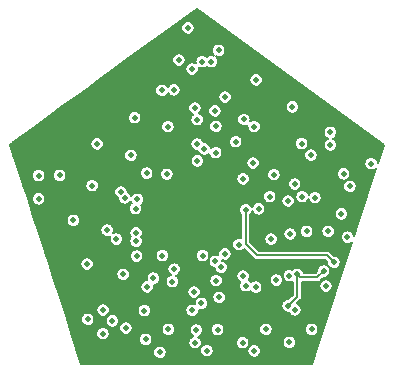
<source format=gbr>
%TF.GenerationSoftware,KiCad,Pcbnew,(5.1.9-0-10_14)*%
%TF.CreationDate,2021-12-14T09:11:42-05:00*%
%TF.ProjectId,dodecahedron_n4,646f6465-6361-4686-9564-726f6e5f6e34,rev?*%
%TF.SameCoordinates,Original*%
%TF.FileFunction,Copper,L3,Inr*%
%TF.FilePolarity,Positive*%
%FSLAX46Y46*%
G04 Gerber Fmt 4.6, Leading zero omitted, Abs format (unit mm)*
G04 Created by KiCad (PCBNEW (5.1.9-0-10_14)) date 2021-12-14 09:11:42*
%MOMM*%
%LPD*%
G01*
G04 APERTURE LIST*
%TA.AperFunction,ViaPad*%
%ADD10C,0.508000*%
%TD*%
%TA.AperFunction,Conductor*%
%ADD11C,0.152400*%
%TD*%
%TA.AperFunction,Conductor*%
%ADD12C,0.127000*%
%TD*%
%TA.AperFunction,Conductor*%
%ADD13C,0.100000*%
%TD*%
G04 APERTURE END LIST*
D10*
%TO.N,SW2*%
X87731600Y-56896000D03*
X85864710Y-56146700D03*
X89983780Y-50159866D03*
%TO.N,SW3*%
X79554411Y-48182624D03*
X81263865Y-48269265D03*
X85382100Y-55638700D03*
X79603600Y-57810400D03*
%TO.N,SW1*%
X76990378Y-53767219D03*
X78705810Y-55194200D03*
X83845400Y-43637200D03*
X90340600Y-48308121D03*
X86182200Y-55016400D03*
X81896947Y-56305890D03*
X80900787Y-55159624D03*
%TO.N,SW5*%
X84199242Y-59205878D03*
%TO.N,SW6*%
X83573622Y-58245071D03*
%TO.N,SW4*%
X83413600Y-39370000D03*
X86207600Y-41732200D03*
X85699600Y-58699400D03*
X91541600Y-50533300D03*
X92732216Y-50166737D03*
%TO.N,SW8*%
X83667600Y-62534800D03*
X87680800Y-62534800D03*
X91643200Y-62509400D03*
X79468687Y-62255370D03*
%TO.N,SW9*%
X93535500Y-61404500D03*
X89662000Y-61404500D03*
X81407000Y-61404500D03*
X85572600Y-61417200D03*
%TO.N,SW7*%
X83769200Y-61468000D03*
%TO.N,SW11*%
X70421500Y-48387000D03*
X70421500Y-50355500D03*
X82296000Y-38608000D03*
X84264500Y-38735000D03*
X92684600Y-45669200D03*
X96240600Y-48234588D03*
X75862588Y-61771089D03*
%TO.N,SW12*%
X76657200Y-60680600D03*
%TO.N,SW10*%
X85661500Y-37782500D03*
X83058000Y-35877500D03*
X74574432Y-60557921D03*
%TO.N,GND*%
X95885000Y-48818800D03*
X97307400Y-44577000D03*
X99085400Y-45948600D03*
X98323400Y-48488600D03*
X94056200Y-42214800D03*
X93319600Y-63855600D03*
X72517000Y-58674000D03*
X71678800Y-55778400D03*
X70205600Y-51866800D03*
X69443600Y-49276000D03*
X68859400Y-45948600D03*
X71501000Y-43713400D03*
X74142600Y-41859200D03*
X87858600Y-37719000D03*
X91135200Y-40106600D03*
X79654400Y-37820600D03*
X76403200Y-40259000D03*
X74244200Y-63677800D03*
X87102098Y-46177200D03*
X87508402Y-58470800D03*
X81807049Y-55627294D03*
X86207600Y-57277000D03*
X91008200Y-50139600D03*
X74117200Y-50215800D03*
X93577018Y-56451497D03*
X91706700Y-43370500D03*
X87871300Y-56032400D03*
X89888982Y-59649253D03*
%TO.N,VCC*%
X77386598Y-49784000D03*
X83845400Y-45720000D03*
X77698600Y-50266600D03*
X98577400Y-47371000D03*
X80848200Y-41173400D03*
X92306996Y-56741912D03*
X96773990Y-49303096D03*
X87731600Y-48653700D03*
X91541245Y-59403925D03*
X90538300Y-57238900D03*
X94542229Y-56476900D03*
%TO.N,/CS16*%
X83411821Y-59791590D03*
X87102122Y-45516789D03*
X84296316Y-55158260D03*
X92105187Y-59747602D03*
%TO.N,/CS15*%
X87934800Y-57708800D03*
X87366275Y-54219659D03*
X85411677Y-46433263D03*
X94747412Y-57746921D03*
%TO.N,/CS10*%
X88823800Y-40284400D03*
X88655674Y-44227784D03*
X85445600Y-57277000D03*
%TO.N,/CS9*%
X85039200Y-38735000D03*
X88798400Y-57835800D03*
X87790185Y-43632701D03*
%TO.N,/CS14*%
X84429600Y-46126400D03*
X96050090Y-51631697D03*
X89038725Y-51204546D03*
%TO.N,/CS4*%
X73355200Y-52171600D03*
X76225400Y-53009800D03*
X80688251Y-63351129D03*
X78769979Y-50404512D03*
%TO.N,/CS3*%
X74523600Y-55880000D03*
X84658200Y-63195200D03*
X78618528Y-51176009D03*
X77571610Y-56743600D03*
%TO.N,/CS2*%
X75869800Y-59766200D03*
X79378158Y-59809710D03*
X88671400Y-63220600D03*
X78666556Y-53238989D03*
%TO.N,/CS1*%
X77800200Y-61290200D03*
X80137010Y-57073800D03*
%TO.N,/CS8*%
X81858787Y-41122600D03*
X85344000Y-42900600D03*
X90093605Y-53769280D03*
%TO.N,/CS7*%
X78536800Y-43484800D03*
X81353359Y-44245626D03*
X92100400Y-49098200D03*
%TO.N,/CS13*%
X96565733Y-53595048D03*
X83851534Y-47130765D03*
X91655900Y-56857900D03*
%TO.N,/CS12*%
X95122076Y-45775837D03*
X95123000Y-44715423D03*
X78663800Y-53949600D03*
X93109221Y-53111421D03*
X94919800Y-53111421D03*
%TO.N,/CS11*%
X91897200Y-42570400D03*
X93460505Y-46659790D03*
X81746201Y-57351114D03*
%TO.N,/CS6*%
X75361800Y-45694600D03*
X78231991Y-46674167D03*
X88573436Y-47320190D03*
%TO.N,/CS5*%
X72186800Y-48361600D03*
X74955400Y-49225200D03*
X85420200Y-44221400D03*
X83642177Y-42671988D03*
%TO.N,SDA*%
X91719400Y-53327300D03*
X93814900Y-50241200D03*
%TO.N,ADDR1*%
X87950460Y-51288845D03*
X95410801Y-55726787D03*
%TD*%
D11*
%TO.N,VCC*%
X92306996Y-58638174D02*
X92306996Y-56741912D01*
X91541245Y-59403925D02*
X92306996Y-58638174D01*
X92562684Y-56997600D02*
X92306996Y-56741912D01*
X94021529Y-56997600D02*
X92562684Y-56997600D01*
X94542229Y-56476900D02*
X94021529Y-56997600D01*
%TO.N,ADDR1*%
X87950460Y-51288845D02*
X87950460Y-54168460D01*
X95410801Y-55726787D02*
X94830900Y-55146886D01*
X88928886Y-55146886D02*
X87950460Y-54168460D01*
X94830900Y-55146886D02*
X88928886Y-55146886D01*
%TD*%
D12*
%TO.N,GND*%
X99636421Y-45768370D02*
X99143236Y-47286238D01*
X99126937Y-47204300D01*
X99083857Y-47100293D01*
X99021313Y-47006690D01*
X98941710Y-46927087D01*
X98848107Y-46864543D01*
X98744100Y-46821463D01*
X98633688Y-46799500D01*
X98521112Y-46799500D01*
X98410700Y-46821463D01*
X98306693Y-46864543D01*
X98213090Y-46927087D01*
X98133487Y-47006690D01*
X98070943Y-47100293D01*
X98027863Y-47204300D01*
X98005900Y-47314712D01*
X98005900Y-47427288D01*
X98027863Y-47537700D01*
X98070943Y-47641707D01*
X98133487Y-47735310D01*
X98213090Y-47814913D01*
X98306693Y-47877457D01*
X98410700Y-47920537D01*
X98521112Y-47942500D01*
X98633688Y-47942500D01*
X98744100Y-47920537D01*
X98848107Y-47877457D01*
X98941710Y-47814913D01*
X98985778Y-47770845D01*
X97127525Y-53489958D01*
X97115270Y-53428348D01*
X97072190Y-53324341D01*
X97009646Y-53230738D01*
X96930043Y-53151135D01*
X96836440Y-53088591D01*
X96732433Y-53045511D01*
X96622021Y-53023548D01*
X96509445Y-53023548D01*
X96399033Y-53045511D01*
X96295026Y-53088591D01*
X96201423Y-53151135D01*
X96121820Y-53230738D01*
X96059276Y-53324341D01*
X96016196Y-53428348D01*
X95994233Y-53538760D01*
X95994233Y-53651336D01*
X96016196Y-53761748D01*
X96059276Y-53865755D01*
X96121820Y-53959358D01*
X96201423Y-54038961D01*
X96295026Y-54101505D01*
X96399033Y-54144585D01*
X96509445Y-54166548D01*
X96622021Y-54166548D01*
X96732433Y-54144585D01*
X96836440Y-54101505D01*
X96930043Y-54038961D01*
X96958337Y-54010667D01*
X93595086Y-64361691D01*
X74044913Y-64361689D01*
X73698274Y-63294841D01*
X80116751Y-63294841D01*
X80116751Y-63407417D01*
X80138714Y-63517829D01*
X80181794Y-63621836D01*
X80244338Y-63715439D01*
X80323941Y-63795042D01*
X80417544Y-63857586D01*
X80521551Y-63900666D01*
X80631963Y-63922629D01*
X80744539Y-63922629D01*
X80854951Y-63900666D01*
X80958958Y-63857586D01*
X81052561Y-63795042D01*
X81132164Y-63715439D01*
X81194708Y-63621836D01*
X81237788Y-63517829D01*
X81259751Y-63407417D01*
X81259751Y-63294841D01*
X81237788Y-63184429D01*
X81218935Y-63138912D01*
X84086700Y-63138912D01*
X84086700Y-63251488D01*
X84108663Y-63361900D01*
X84151743Y-63465907D01*
X84214287Y-63559510D01*
X84293890Y-63639113D01*
X84387493Y-63701657D01*
X84491500Y-63744737D01*
X84601912Y-63766700D01*
X84714488Y-63766700D01*
X84824900Y-63744737D01*
X84928907Y-63701657D01*
X85022510Y-63639113D01*
X85102113Y-63559510D01*
X85164657Y-63465907D01*
X85207737Y-63361900D01*
X85229700Y-63251488D01*
X85229700Y-63164312D01*
X88099900Y-63164312D01*
X88099900Y-63276888D01*
X88121863Y-63387300D01*
X88164943Y-63491307D01*
X88227487Y-63584910D01*
X88307090Y-63664513D01*
X88400693Y-63727057D01*
X88504700Y-63770137D01*
X88615112Y-63792100D01*
X88727688Y-63792100D01*
X88838100Y-63770137D01*
X88942107Y-63727057D01*
X89035710Y-63664513D01*
X89115313Y-63584910D01*
X89177857Y-63491307D01*
X89220937Y-63387300D01*
X89242900Y-63276888D01*
X89242900Y-63164312D01*
X89220937Y-63053900D01*
X89177857Y-62949893D01*
X89115313Y-62856290D01*
X89035710Y-62776687D01*
X88942107Y-62714143D01*
X88838100Y-62671063D01*
X88727688Y-62649100D01*
X88615112Y-62649100D01*
X88504700Y-62671063D01*
X88400693Y-62714143D01*
X88307090Y-62776687D01*
X88227487Y-62856290D01*
X88164943Y-62949893D01*
X88121863Y-63053900D01*
X88099900Y-63164312D01*
X85229700Y-63164312D01*
X85229700Y-63138912D01*
X85207737Y-63028500D01*
X85164657Y-62924493D01*
X85102113Y-62830890D01*
X85022510Y-62751287D01*
X84928907Y-62688743D01*
X84824900Y-62645663D01*
X84714488Y-62623700D01*
X84601912Y-62623700D01*
X84491500Y-62645663D01*
X84387493Y-62688743D01*
X84293890Y-62751287D01*
X84214287Y-62830890D01*
X84151743Y-62924493D01*
X84108663Y-63028500D01*
X84086700Y-63138912D01*
X81218935Y-63138912D01*
X81194708Y-63080422D01*
X81132164Y-62986819D01*
X81052561Y-62907216D01*
X80958958Y-62844672D01*
X80854951Y-62801592D01*
X80744539Y-62779629D01*
X80631963Y-62779629D01*
X80521551Y-62801592D01*
X80417544Y-62844672D01*
X80323941Y-62907216D01*
X80244338Y-62986819D01*
X80181794Y-63080422D01*
X80138714Y-63184429D01*
X80116751Y-63294841D01*
X73698274Y-63294841D01*
X73184888Y-61714801D01*
X75291088Y-61714801D01*
X75291088Y-61827377D01*
X75313051Y-61937789D01*
X75356131Y-62041796D01*
X75418675Y-62135399D01*
X75498278Y-62215002D01*
X75591881Y-62277546D01*
X75695888Y-62320626D01*
X75806300Y-62342589D01*
X75918876Y-62342589D01*
X76029288Y-62320626D01*
X76133295Y-62277546D01*
X76226898Y-62215002D01*
X76242818Y-62199082D01*
X78897187Y-62199082D01*
X78897187Y-62311658D01*
X78919150Y-62422070D01*
X78962230Y-62526077D01*
X79024774Y-62619680D01*
X79104377Y-62699283D01*
X79197980Y-62761827D01*
X79301987Y-62804907D01*
X79412399Y-62826870D01*
X79524975Y-62826870D01*
X79635387Y-62804907D01*
X79739394Y-62761827D01*
X79832997Y-62699283D01*
X79912600Y-62619680D01*
X79975144Y-62526077D01*
X79994845Y-62478512D01*
X83096100Y-62478512D01*
X83096100Y-62591088D01*
X83118063Y-62701500D01*
X83161143Y-62805507D01*
X83223687Y-62899110D01*
X83303290Y-62978713D01*
X83396893Y-63041257D01*
X83500900Y-63084337D01*
X83611312Y-63106300D01*
X83723888Y-63106300D01*
X83834300Y-63084337D01*
X83938307Y-63041257D01*
X84031910Y-62978713D01*
X84111513Y-62899110D01*
X84174057Y-62805507D01*
X84217137Y-62701500D01*
X84239100Y-62591088D01*
X84239100Y-62478512D01*
X87109300Y-62478512D01*
X87109300Y-62591088D01*
X87131263Y-62701500D01*
X87174343Y-62805507D01*
X87236887Y-62899110D01*
X87316490Y-62978713D01*
X87410093Y-63041257D01*
X87514100Y-63084337D01*
X87624512Y-63106300D01*
X87737088Y-63106300D01*
X87847500Y-63084337D01*
X87951507Y-63041257D01*
X88045110Y-62978713D01*
X88124713Y-62899110D01*
X88187257Y-62805507D01*
X88230337Y-62701500D01*
X88252300Y-62591088D01*
X88252300Y-62478512D01*
X88247248Y-62453112D01*
X91071700Y-62453112D01*
X91071700Y-62565688D01*
X91093663Y-62676100D01*
X91136743Y-62780107D01*
X91199287Y-62873710D01*
X91278890Y-62953313D01*
X91372493Y-63015857D01*
X91476500Y-63058937D01*
X91586912Y-63080900D01*
X91699488Y-63080900D01*
X91809900Y-63058937D01*
X91913907Y-63015857D01*
X92007510Y-62953313D01*
X92087113Y-62873710D01*
X92149657Y-62780107D01*
X92192737Y-62676100D01*
X92214700Y-62565688D01*
X92214700Y-62453112D01*
X92192737Y-62342700D01*
X92149657Y-62238693D01*
X92087113Y-62145090D01*
X92007510Y-62065487D01*
X91913907Y-62002943D01*
X91809900Y-61959863D01*
X91699488Y-61937900D01*
X91586912Y-61937900D01*
X91476500Y-61959863D01*
X91372493Y-62002943D01*
X91278890Y-62065487D01*
X91199287Y-62145090D01*
X91136743Y-62238693D01*
X91093663Y-62342700D01*
X91071700Y-62453112D01*
X88247248Y-62453112D01*
X88230337Y-62368100D01*
X88187257Y-62264093D01*
X88124713Y-62170490D01*
X88045110Y-62090887D01*
X87951507Y-62028343D01*
X87847500Y-61985263D01*
X87737088Y-61963300D01*
X87624512Y-61963300D01*
X87514100Y-61985263D01*
X87410093Y-62028343D01*
X87316490Y-62090887D01*
X87236887Y-62170490D01*
X87174343Y-62264093D01*
X87131263Y-62368100D01*
X87109300Y-62478512D01*
X84239100Y-62478512D01*
X84217137Y-62368100D01*
X84174057Y-62264093D01*
X84111513Y-62170490D01*
X84031910Y-62090887D01*
X83938307Y-62028343D01*
X83919902Y-62020719D01*
X83935900Y-62017537D01*
X84039907Y-61974457D01*
X84133510Y-61911913D01*
X84213113Y-61832310D01*
X84275657Y-61738707D01*
X84318737Y-61634700D01*
X84340700Y-61524288D01*
X84340700Y-61411712D01*
X84330595Y-61360912D01*
X85001100Y-61360912D01*
X85001100Y-61473488D01*
X85023063Y-61583900D01*
X85066143Y-61687907D01*
X85128687Y-61781510D01*
X85208290Y-61861113D01*
X85301893Y-61923657D01*
X85405900Y-61966737D01*
X85516312Y-61988700D01*
X85628888Y-61988700D01*
X85739300Y-61966737D01*
X85843307Y-61923657D01*
X85936910Y-61861113D01*
X86016513Y-61781510D01*
X86079057Y-61687907D01*
X86122137Y-61583900D01*
X86144100Y-61473488D01*
X86144100Y-61360912D01*
X86141574Y-61348212D01*
X89090500Y-61348212D01*
X89090500Y-61460788D01*
X89112463Y-61571200D01*
X89155543Y-61675207D01*
X89218087Y-61768810D01*
X89297690Y-61848413D01*
X89391293Y-61910957D01*
X89495300Y-61954037D01*
X89605712Y-61976000D01*
X89718288Y-61976000D01*
X89828700Y-61954037D01*
X89932707Y-61910957D01*
X90026310Y-61848413D01*
X90105913Y-61768810D01*
X90168457Y-61675207D01*
X90211537Y-61571200D01*
X90233500Y-61460788D01*
X90233500Y-61348212D01*
X92964000Y-61348212D01*
X92964000Y-61460788D01*
X92985963Y-61571200D01*
X93029043Y-61675207D01*
X93091587Y-61768810D01*
X93171190Y-61848413D01*
X93264793Y-61910957D01*
X93368800Y-61954037D01*
X93479212Y-61976000D01*
X93591788Y-61976000D01*
X93702200Y-61954037D01*
X93806207Y-61910957D01*
X93899810Y-61848413D01*
X93979413Y-61768810D01*
X94041957Y-61675207D01*
X94085037Y-61571200D01*
X94107000Y-61460788D01*
X94107000Y-61348212D01*
X94085037Y-61237800D01*
X94041957Y-61133793D01*
X93979413Y-61040190D01*
X93899810Y-60960587D01*
X93806207Y-60898043D01*
X93702200Y-60854963D01*
X93591788Y-60833000D01*
X93479212Y-60833000D01*
X93368800Y-60854963D01*
X93264793Y-60898043D01*
X93171190Y-60960587D01*
X93091587Y-61040190D01*
X93029043Y-61133793D01*
X92985963Y-61237800D01*
X92964000Y-61348212D01*
X90233500Y-61348212D01*
X90211537Y-61237800D01*
X90168457Y-61133793D01*
X90105913Y-61040190D01*
X90026310Y-60960587D01*
X89932707Y-60898043D01*
X89828700Y-60854963D01*
X89718288Y-60833000D01*
X89605712Y-60833000D01*
X89495300Y-60854963D01*
X89391293Y-60898043D01*
X89297690Y-60960587D01*
X89218087Y-61040190D01*
X89155543Y-61133793D01*
X89112463Y-61237800D01*
X89090500Y-61348212D01*
X86141574Y-61348212D01*
X86122137Y-61250500D01*
X86079057Y-61146493D01*
X86016513Y-61052890D01*
X85936910Y-60973287D01*
X85843307Y-60910743D01*
X85739300Y-60867663D01*
X85628888Y-60845700D01*
X85516312Y-60845700D01*
X85405900Y-60867663D01*
X85301893Y-60910743D01*
X85208290Y-60973287D01*
X85128687Y-61052890D01*
X85066143Y-61146493D01*
X85023063Y-61250500D01*
X85001100Y-61360912D01*
X84330595Y-61360912D01*
X84318737Y-61301300D01*
X84275657Y-61197293D01*
X84213113Y-61103690D01*
X84133510Y-61024087D01*
X84039907Y-60961543D01*
X83935900Y-60918463D01*
X83825488Y-60896500D01*
X83712912Y-60896500D01*
X83602500Y-60918463D01*
X83498493Y-60961543D01*
X83404890Y-61024087D01*
X83325287Y-61103690D01*
X83262743Y-61197293D01*
X83219663Y-61301300D01*
X83197700Y-61411712D01*
X83197700Y-61524288D01*
X83219663Y-61634700D01*
X83262743Y-61738707D01*
X83325287Y-61832310D01*
X83404890Y-61911913D01*
X83498493Y-61974457D01*
X83516898Y-61982081D01*
X83500900Y-61985263D01*
X83396893Y-62028343D01*
X83303290Y-62090887D01*
X83223687Y-62170490D01*
X83161143Y-62264093D01*
X83118063Y-62368100D01*
X83096100Y-62478512D01*
X79994845Y-62478512D01*
X80018224Y-62422070D01*
X80040187Y-62311658D01*
X80040187Y-62199082D01*
X80018224Y-62088670D01*
X79975144Y-61984663D01*
X79912600Y-61891060D01*
X79832997Y-61811457D01*
X79739394Y-61748913D01*
X79635387Y-61705833D01*
X79524975Y-61683870D01*
X79412399Y-61683870D01*
X79301987Y-61705833D01*
X79197980Y-61748913D01*
X79104377Y-61811457D01*
X79024774Y-61891060D01*
X78962230Y-61984663D01*
X78919150Y-62088670D01*
X78897187Y-62199082D01*
X76242818Y-62199082D01*
X76306501Y-62135399D01*
X76369045Y-62041796D01*
X76412125Y-61937789D01*
X76434088Y-61827377D01*
X76434088Y-61714801D01*
X76412125Y-61604389D01*
X76369045Y-61500382D01*
X76306501Y-61406779D01*
X76226898Y-61327176D01*
X76133295Y-61264632D01*
X76029288Y-61221552D01*
X75918876Y-61199589D01*
X75806300Y-61199589D01*
X75695888Y-61221552D01*
X75591881Y-61264632D01*
X75498278Y-61327176D01*
X75418675Y-61406779D01*
X75356131Y-61500382D01*
X75313051Y-61604389D01*
X75291088Y-61714801D01*
X73184888Y-61714801D01*
X72790706Y-60501633D01*
X74002932Y-60501633D01*
X74002932Y-60614209D01*
X74024895Y-60724621D01*
X74067975Y-60828628D01*
X74130519Y-60922231D01*
X74210122Y-61001834D01*
X74303725Y-61064378D01*
X74407732Y-61107458D01*
X74518144Y-61129421D01*
X74630720Y-61129421D01*
X74741132Y-61107458D01*
X74845139Y-61064378D01*
X74938742Y-61001834D01*
X75018345Y-60922231D01*
X75080889Y-60828628D01*
X75123969Y-60724621D01*
X75143922Y-60624312D01*
X76085700Y-60624312D01*
X76085700Y-60736888D01*
X76107663Y-60847300D01*
X76150743Y-60951307D01*
X76213287Y-61044910D01*
X76292890Y-61124513D01*
X76386493Y-61187057D01*
X76490500Y-61230137D01*
X76600912Y-61252100D01*
X76713488Y-61252100D01*
X76804922Y-61233912D01*
X77228700Y-61233912D01*
X77228700Y-61346488D01*
X77250663Y-61456900D01*
X77293743Y-61560907D01*
X77356287Y-61654510D01*
X77435890Y-61734113D01*
X77529493Y-61796657D01*
X77633500Y-61839737D01*
X77743912Y-61861700D01*
X77856488Y-61861700D01*
X77966900Y-61839737D01*
X78070907Y-61796657D01*
X78164510Y-61734113D01*
X78244113Y-61654510D01*
X78306657Y-61560907D01*
X78349737Y-61456900D01*
X78371357Y-61348212D01*
X80835500Y-61348212D01*
X80835500Y-61460788D01*
X80857463Y-61571200D01*
X80900543Y-61675207D01*
X80963087Y-61768810D01*
X81042690Y-61848413D01*
X81136293Y-61910957D01*
X81240300Y-61954037D01*
X81350712Y-61976000D01*
X81463288Y-61976000D01*
X81573700Y-61954037D01*
X81677707Y-61910957D01*
X81771310Y-61848413D01*
X81850913Y-61768810D01*
X81913457Y-61675207D01*
X81956537Y-61571200D01*
X81978500Y-61460788D01*
X81978500Y-61348212D01*
X81956537Y-61237800D01*
X81913457Y-61133793D01*
X81850913Y-61040190D01*
X81771310Y-60960587D01*
X81677707Y-60898043D01*
X81573700Y-60854963D01*
X81463288Y-60833000D01*
X81350712Y-60833000D01*
X81240300Y-60854963D01*
X81136293Y-60898043D01*
X81042690Y-60960587D01*
X80963087Y-61040190D01*
X80900543Y-61133793D01*
X80857463Y-61237800D01*
X80835500Y-61348212D01*
X78371357Y-61348212D01*
X78371700Y-61346488D01*
X78371700Y-61233912D01*
X78349737Y-61123500D01*
X78306657Y-61019493D01*
X78244113Y-60925890D01*
X78164510Y-60846287D01*
X78070907Y-60783743D01*
X77966900Y-60740663D01*
X77856488Y-60718700D01*
X77743912Y-60718700D01*
X77633500Y-60740663D01*
X77529493Y-60783743D01*
X77435890Y-60846287D01*
X77356287Y-60925890D01*
X77293743Y-61019493D01*
X77250663Y-61123500D01*
X77228700Y-61233912D01*
X76804922Y-61233912D01*
X76823900Y-61230137D01*
X76927907Y-61187057D01*
X77021510Y-61124513D01*
X77101113Y-61044910D01*
X77163657Y-60951307D01*
X77206737Y-60847300D01*
X77228700Y-60736888D01*
X77228700Y-60624312D01*
X77206737Y-60513900D01*
X77163657Y-60409893D01*
X77101113Y-60316290D01*
X77021510Y-60236687D01*
X76927907Y-60174143D01*
X76823900Y-60131063D01*
X76713488Y-60109100D01*
X76600912Y-60109100D01*
X76490500Y-60131063D01*
X76386493Y-60174143D01*
X76292890Y-60236687D01*
X76213287Y-60316290D01*
X76150743Y-60409893D01*
X76107663Y-60513900D01*
X76085700Y-60624312D01*
X75143922Y-60624312D01*
X75145932Y-60614209D01*
X75145932Y-60501633D01*
X75123969Y-60391221D01*
X75080889Y-60287214D01*
X75018345Y-60193611D01*
X74938742Y-60114008D01*
X74845139Y-60051464D01*
X74741132Y-60008384D01*
X74630720Y-59986421D01*
X74518144Y-59986421D01*
X74407732Y-60008384D01*
X74303725Y-60051464D01*
X74210122Y-60114008D01*
X74130519Y-60193611D01*
X74067975Y-60287214D01*
X74024895Y-60391221D01*
X74002932Y-60501633D01*
X72790706Y-60501633D01*
X72533461Y-59709912D01*
X75298300Y-59709912D01*
X75298300Y-59822488D01*
X75320263Y-59932900D01*
X75363343Y-60036907D01*
X75425887Y-60130510D01*
X75505490Y-60210113D01*
X75599093Y-60272657D01*
X75703100Y-60315737D01*
X75813512Y-60337700D01*
X75926088Y-60337700D01*
X76036500Y-60315737D01*
X76140507Y-60272657D01*
X76234110Y-60210113D01*
X76313713Y-60130510D01*
X76376257Y-60036907D01*
X76419337Y-59932900D01*
X76441300Y-59822488D01*
X76441300Y-59753422D01*
X78806658Y-59753422D01*
X78806658Y-59865998D01*
X78828621Y-59976410D01*
X78871701Y-60080417D01*
X78934245Y-60174020D01*
X79013848Y-60253623D01*
X79107451Y-60316167D01*
X79211458Y-60359247D01*
X79321870Y-60381210D01*
X79434446Y-60381210D01*
X79544858Y-60359247D01*
X79648865Y-60316167D01*
X79742468Y-60253623D01*
X79822071Y-60174020D01*
X79884615Y-60080417D01*
X79927695Y-59976410D01*
X79949658Y-59865998D01*
X79949658Y-59753422D01*
X79946054Y-59735302D01*
X82840321Y-59735302D01*
X82840321Y-59847878D01*
X82862284Y-59958290D01*
X82905364Y-60062297D01*
X82967908Y-60155900D01*
X83047511Y-60235503D01*
X83141114Y-60298047D01*
X83245121Y-60341127D01*
X83355533Y-60363090D01*
X83468109Y-60363090D01*
X83578521Y-60341127D01*
X83682528Y-60298047D01*
X83776131Y-60235503D01*
X83855734Y-60155900D01*
X83918278Y-60062297D01*
X83961358Y-59958290D01*
X83983321Y-59847878D01*
X83983321Y-59735302D01*
X83983261Y-59735003D01*
X84032542Y-59755415D01*
X84142954Y-59777378D01*
X84255530Y-59777378D01*
X84365942Y-59755415D01*
X84469949Y-59712335D01*
X84563552Y-59649791D01*
X84643155Y-59570188D01*
X84705699Y-59476585D01*
X84748779Y-59372578D01*
X84753740Y-59347637D01*
X90969745Y-59347637D01*
X90969745Y-59460213D01*
X90991708Y-59570625D01*
X91034788Y-59674632D01*
X91097332Y-59768235D01*
X91176935Y-59847838D01*
X91270538Y-59910382D01*
X91374545Y-59953462D01*
X91484957Y-59975425D01*
X91580967Y-59975425D01*
X91598730Y-60018309D01*
X91661274Y-60111912D01*
X91740877Y-60191515D01*
X91834480Y-60254059D01*
X91938487Y-60297139D01*
X92048899Y-60319102D01*
X92161475Y-60319102D01*
X92271887Y-60297139D01*
X92375894Y-60254059D01*
X92469497Y-60191515D01*
X92549100Y-60111912D01*
X92611644Y-60018309D01*
X92654724Y-59914302D01*
X92676687Y-59803890D01*
X92676687Y-59691314D01*
X92654724Y-59580902D01*
X92611644Y-59476895D01*
X92549100Y-59383292D01*
X92469497Y-59303689D01*
X92375894Y-59241145D01*
X92294510Y-59207436D01*
X92571717Y-58930229D01*
X92586730Y-58917908D01*
X92629249Y-58866100D01*
X92635929Y-58857961D01*
X92658051Y-58816571D01*
X92672486Y-58789565D01*
X92694999Y-58715353D01*
X92700696Y-58657507D01*
X92700696Y-58657497D01*
X92702599Y-58638175D01*
X92700696Y-58618852D01*
X92700696Y-57690633D01*
X94175912Y-57690633D01*
X94175912Y-57803209D01*
X94197875Y-57913621D01*
X94240955Y-58017628D01*
X94303499Y-58111231D01*
X94383102Y-58190834D01*
X94476705Y-58253378D01*
X94580712Y-58296458D01*
X94691124Y-58318421D01*
X94803700Y-58318421D01*
X94914112Y-58296458D01*
X95018119Y-58253378D01*
X95111722Y-58190834D01*
X95191325Y-58111231D01*
X95253869Y-58017628D01*
X95296949Y-57913621D01*
X95318912Y-57803209D01*
X95318912Y-57690633D01*
X95296949Y-57580221D01*
X95253869Y-57476214D01*
X95191325Y-57382611D01*
X95111722Y-57303008D01*
X95018119Y-57240464D01*
X94914112Y-57197384D01*
X94803700Y-57175421D01*
X94691124Y-57175421D01*
X94580712Y-57197384D01*
X94476705Y-57240464D01*
X94383102Y-57303008D01*
X94303499Y-57382611D01*
X94240955Y-57476214D01*
X94197875Y-57580221D01*
X94175912Y-57690633D01*
X92700696Y-57690633D01*
X92700696Y-57391300D01*
X94002207Y-57391300D01*
X94021529Y-57393203D01*
X94040851Y-57391300D01*
X94040862Y-57391300D01*
X94098708Y-57385603D01*
X94172920Y-57363090D01*
X94241315Y-57326533D01*
X94301263Y-57277334D01*
X94313589Y-57262315D01*
X94527504Y-57048400D01*
X94598517Y-57048400D01*
X94708929Y-57026437D01*
X94812936Y-56983357D01*
X94906539Y-56920813D01*
X94986142Y-56841210D01*
X95048686Y-56747607D01*
X95091766Y-56643600D01*
X95113729Y-56533188D01*
X95113729Y-56420612D01*
X95091766Y-56310200D01*
X95048686Y-56206193D01*
X94986142Y-56112590D01*
X94906539Y-56032987D01*
X94812936Y-55970443D01*
X94708929Y-55927363D01*
X94598517Y-55905400D01*
X94485941Y-55905400D01*
X94375529Y-55927363D01*
X94271522Y-55970443D01*
X94177919Y-56032987D01*
X94098316Y-56112590D01*
X94035772Y-56206193D01*
X93992692Y-56310200D01*
X93970729Y-56420612D01*
X93970729Y-56491625D01*
X93858454Y-56603900D01*
X92862240Y-56603900D01*
X92856533Y-56575212D01*
X92813453Y-56471205D01*
X92750909Y-56377602D01*
X92671306Y-56297999D01*
X92577703Y-56235455D01*
X92473696Y-56192375D01*
X92363284Y-56170412D01*
X92250708Y-56170412D01*
X92140296Y-56192375D01*
X92036289Y-56235455D01*
X91942686Y-56297999D01*
X91900186Y-56340499D01*
X91822600Y-56308363D01*
X91712188Y-56286400D01*
X91599612Y-56286400D01*
X91489200Y-56308363D01*
X91385193Y-56351443D01*
X91291590Y-56413987D01*
X91211987Y-56493590D01*
X91149443Y-56587193D01*
X91106363Y-56691200D01*
X91084400Y-56801612D01*
X91084400Y-56914188D01*
X91106363Y-57024600D01*
X91149443Y-57128607D01*
X91211987Y-57222210D01*
X91291590Y-57301813D01*
X91385193Y-57364357D01*
X91489200Y-57407437D01*
X91599612Y-57429400D01*
X91712188Y-57429400D01*
X91822600Y-57407437D01*
X91913297Y-57369870D01*
X91913296Y-58475098D01*
X91555970Y-58832425D01*
X91484957Y-58832425D01*
X91374545Y-58854388D01*
X91270538Y-58897468D01*
X91176935Y-58960012D01*
X91097332Y-59039615D01*
X91034788Y-59133218D01*
X90991708Y-59237225D01*
X90969745Y-59347637D01*
X84753740Y-59347637D01*
X84770742Y-59262166D01*
X84770742Y-59149590D01*
X84748779Y-59039178D01*
X84705699Y-58935171D01*
X84643155Y-58841568D01*
X84563552Y-58761965D01*
X84469949Y-58699421D01*
X84365942Y-58656341D01*
X84299438Y-58643112D01*
X85128100Y-58643112D01*
X85128100Y-58755688D01*
X85150063Y-58866100D01*
X85193143Y-58970107D01*
X85255687Y-59063710D01*
X85335290Y-59143313D01*
X85428893Y-59205857D01*
X85532900Y-59248937D01*
X85643312Y-59270900D01*
X85755888Y-59270900D01*
X85866300Y-59248937D01*
X85970307Y-59205857D01*
X86063910Y-59143313D01*
X86143513Y-59063710D01*
X86206057Y-58970107D01*
X86249137Y-58866100D01*
X86271100Y-58755688D01*
X86271100Y-58643112D01*
X86249137Y-58532700D01*
X86206057Y-58428693D01*
X86143513Y-58335090D01*
X86063910Y-58255487D01*
X85970307Y-58192943D01*
X85866300Y-58149863D01*
X85755888Y-58127900D01*
X85643312Y-58127900D01*
X85532900Y-58149863D01*
X85428893Y-58192943D01*
X85335290Y-58255487D01*
X85255687Y-58335090D01*
X85193143Y-58428693D01*
X85150063Y-58532700D01*
X85128100Y-58643112D01*
X84299438Y-58643112D01*
X84255530Y-58634378D01*
X84142954Y-58634378D01*
X84032542Y-58656341D01*
X83928535Y-58699421D01*
X83834932Y-58761965D01*
X83755329Y-58841568D01*
X83692785Y-58935171D01*
X83649705Y-59039178D01*
X83627742Y-59149590D01*
X83627742Y-59262166D01*
X83627802Y-59262465D01*
X83578521Y-59242053D01*
X83468109Y-59220090D01*
X83355533Y-59220090D01*
X83245121Y-59242053D01*
X83141114Y-59285133D01*
X83047511Y-59347677D01*
X82967908Y-59427280D01*
X82905364Y-59520883D01*
X82862284Y-59624890D01*
X82840321Y-59735302D01*
X79946054Y-59735302D01*
X79927695Y-59643010D01*
X79884615Y-59539003D01*
X79822071Y-59445400D01*
X79742468Y-59365797D01*
X79648865Y-59303253D01*
X79544858Y-59260173D01*
X79434446Y-59238210D01*
X79321870Y-59238210D01*
X79211458Y-59260173D01*
X79107451Y-59303253D01*
X79013848Y-59365797D01*
X78934245Y-59445400D01*
X78871701Y-59539003D01*
X78828621Y-59643010D01*
X78806658Y-59753422D01*
X76441300Y-59753422D01*
X76441300Y-59709912D01*
X76419337Y-59599500D01*
X76376257Y-59495493D01*
X76313713Y-59401890D01*
X76234110Y-59322287D01*
X76140507Y-59259743D01*
X76036500Y-59216663D01*
X75926088Y-59194700D01*
X75813512Y-59194700D01*
X75703100Y-59216663D01*
X75599093Y-59259743D01*
X75505490Y-59322287D01*
X75425887Y-59401890D01*
X75363343Y-59495493D01*
X75320263Y-59599500D01*
X75298300Y-59709912D01*
X72533461Y-59709912D01*
X71897983Y-57754112D01*
X79032100Y-57754112D01*
X79032100Y-57866688D01*
X79054063Y-57977100D01*
X79097143Y-58081107D01*
X79159687Y-58174710D01*
X79239290Y-58254313D01*
X79332893Y-58316857D01*
X79436900Y-58359937D01*
X79547312Y-58381900D01*
X79659888Y-58381900D01*
X79770300Y-58359937D01*
X79874307Y-58316857D01*
X79967910Y-58254313D01*
X80033440Y-58188783D01*
X83002122Y-58188783D01*
X83002122Y-58301359D01*
X83024085Y-58411771D01*
X83067165Y-58515778D01*
X83129709Y-58609381D01*
X83209312Y-58688984D01*
X83302915Y-58751528D01*
X83406922Y-58794608D01*
X83517334Y-58816571D01*
X83629910Y-58816571D01*
X83740322Y-58794608D01*
X83844329Y-58751528D01*
X83937932Y-58688984D01*
X84017535Y-58609381D01*
X84080079Y-58515778D01*
X84123159Y-58411771D01*
X84145122Y-58301359D01*
X84145122Y-58188783D01*
X84123159Y-58078371D01*
X84080079Y-57974364D01*
X84017535Y-57880761D01*
X83937932Y-57801158D01*
X83844329Y-57738614D01*
X83740322Y-57695534D01*
X83629910Y-57673571D01*
X83517334Y-57673571D01*
X83406922Y-57695534D01*
X83302915Y-57738614D01*
X83209312Y-57801158D01*
X83129709Y-57880761D01*
X83067165Y-57974364D01*
X83024085Y-58078371D01*
X83002122Y-58188783D01*
X80033440Y-58188783D01*
X80047513Y-58174710D01*
X80110057Y-58081107D01*
X80153137Y-57977100D01*
X80175100Y-57866688D01*
X80175100Y-57754112D01*
X80153455Y-57645300D01*
X80193298Y-57645300D01*
X80303710Y-57623337D01*
X80407717Y-57580257D01*
X80501320Y-57517713D01*
X80580923Y-57438110D01*
X80643467Y-57344507D01*
X80664045Y-57294826D01*
X81174701Y-57294826D01*
X81174701Y-57407402D01*
X81196664Y-57517814D01*
X81239744Y-57621821D01*
X81302288Y-57715424D01*
X81381891Y-57795027D01*
X81475494Y-57857571D01*
X81579501Y-57900651D01*
X81689913Y-57922614D01*
X81802489Y-57922614D01*
X81912901Y-57900651D01*
X82016908Y-57857571D01*
X82110511Y-57795027D01*
X82190114Y-57715424D01*
X82252658Y-57621821D01*
X82295738Y-57517814D01*
X82317701Y-57407402D01*
X82317701Y-57294826D01*
X82302959Y-57220712D01*
X84874100Y-57220712D01*
X84874100Y-57333288D01*
X84896063Y-57443700D01*
X84939143Y-57547707D01*
X85001687Y-57641310D01*
X85081290Y-57720913D01*
X85174893Y-57783457D01*
X85278900Y-57826537D01*
X85389312Y-57848500D01*
X85501888Y-57848500D01*
X85612300Y-57826537D01*
X85716307Y-57783457D01*
X85809910Y-57720913D01*
X85889513Y-57641310D01*
X85952057Y-57547707D01*
X85995137Y-57443700D01*
X86017100Y-57333288D01*
X86017100Y-57220712D01*
X85995137Y-57110300D01*
X85952057Y-57006293D01*
X85889513Y-56912690D01*
X85816535Y-56839712D01*
X87160100Y-56839712D01*
X87160100Y-56952288D01*
X87182063Y-57062700D01*
X87225143Y-57166707D01*
X87287687Y-57260310D01*
X87367290Y-57339913D01*
X87454852Y-57398420D01*
X87428343Y-57438093D01*
X87385263Y-57542100D01*
X87363300Y-57652512D01*
X87363300Y-57765088D01*
X87385263Y-57875500D01*
X87428343Y-57979507D01*
X87490887Y-58073110D01*
X87570490Y-58152713D01*
X87664093Y-58215257D01*
X87768100Y-58258337D01*
X87878512Y-58280300D01*
X87991088Y-58280300D01*
X88101500Y-58258337D01*
X88205507Y-58215257D01*
X88299110Y-58152713D01*
X88313321Y-58138502D01*
X88354487Y-58200110D01*
X88434090Y-58279713D01*
X88527693Y-58342257D01*
X88631700Y-58385337D01*
X88742112Y-58407300D01*
X88854688Y-58407300D01*
X88965100Y-58385337D01*
X89069107Y-58342257D01*
X89162710Y-58279713D01*
X89242313Y-58200110D01*
X89304857Y-58106507D01*
X89347937Y-58002500D01*
X89369900Y-57892088D01*
X89369900Y-57779512D01*
X89347937Y-57669100D01*
X89304857Y-57565093D01*
X89242313Y-57471490D01*
X89162710Y-57391887D01*
X89069107Y-57329343D01*
X88965100Y-57286263D01*
X88854688Y-57264300D01*
X88742112Y-57264300D01*
X88631700Y-57286263D01*
X88527693Y-57329343D01*
X88434090Y-57391887D01*
X88419879Y-57406098D01*
X88378713Y-57344490D01*
X88299110Y-57264887D01*
X88211548Y-57206380D01*
X88227429Y-57182612D01*
X89966800Y-57182612D01*
X89966800Y-57295188D01*
X89988763Y-57405600D01*
X90031843Y-57509607D01*
X90094387Y-57603210D01*
X90173990Y-57682813D01*
X90267593Y-57745357D01*
X90371600Y-57788437D01*
X90482012Y-57810400D01*
X90594588Y-57810400D01*
X90705000Y-57788437D01*
X90809007Y-57745357D01*
X90902610Y-57682813D01*
X90982213Y-57603210D01*
X91044757Y-57509607D01*
X91087837Y-57405600D01*
X91109800Y-57295188D01*
X91109800Y-57182612D01*
X91087837Y-57072200D01*
X91044757Y-56968193D01*
X90982213Y-56874590D01*
X90902610Y-56794987D01*
X90809007Y-56732443D01*
X90705000Y-56689363D01*
X90594588Y-56667400D01*
X90482012Y-56667400D01*
X90371600Y-56689363D01*
X90267593Y-56732443D01*
X90173990Y-56794987D01*
X90094387Y-56874590D01*
X90031843Y-56968193D01*
X89988763Y-57072200D01*
X89966800Y-57182612D01*
X88227429Y-57182612D01*
X88238057Y-57166707D01*
X88281137Y-57062700D01*
X88303100Y-56952288D01*
X88303100Y-56839712D01*
X88281137Y-56729300D01*
X88238057Y-56625293D01*
X88175513Y-56531690D01*
X88095910Y-56452087D01*
X88002307Y-56389543D01*
X87898300Y-56346463D01*
X87787888Y-56324500D01*
X87675312Y-56324500D01*
X87564900Y-56346463D01*
X87460893Y-56389543D01*
X87367290Y-56452087D01*
X87287687Y-56531690D01*
X87225143Y-56625293D01*
X87182063Y-56729300D01*
X87160100Y-56839712D01*
X85816535Y-56839712D01*
X85809910Y-56833087D01*
X85716307Y-56770543D01*
X85612300Y-56727463D01*
X85501888Y-56705500D01*
X85389312Y-56705500D01*
X85278900Y-56727463D01*
X85174893Y-56770543D01*
X85081290Y-56833087D01*
X85001687Y-56912690D01*
X84939143Y-57006293D01*
X84896063Y-57110300D01*
X84874100Y-57220712D01*
X82302959Y-57220712D01*
X82295738Y-57184414D01*
X82252658Y-57080407D01*
X82190114Y-56986804D01*
X82110511Y-56907201D01*
X82040051Y-56860121D01*
X82063647Y-56855427D01*
X82167654Y-56812347D01*
X82261257Y-56749803D01*
X82340860Y-56670200D01*
X82403404Y-56576597D01*
X82446484Y-56472590D01*
X82468447Y-56362178D01*
X82468447Y-56249602D01*
X82446484Y-56139190D01*
X82403404Y-56035183D01*
X82340860Y-55941580D01*
X82261257Y-55861977D01*
X82167654Y-55799433D01*
X82063647Y-55756353D01*
X81953235Y-55734390D01*
X81840659Y-55734390D01*
X81730247Y-55756353D01*
X81626240Y-55799433D01*
X81532637Y-55861977D01*
X81453034Y-55941580D01*
X81390490Y-56035183D01*
X81347410Y-56139190D01*
X81325447Y-56249602D01*
X81325447Y-56362178D01*
X81347410Y-56472590D01*
X81390490Y-56576597D01*
X81453034Y-56670200D01*
X81532637Y-56749803D01*
X81603097Y-56796883D01*
X81579501Y-56801577D01*
X81475494Y-56844657D01*
X81381891Y-56907201D01*
X81302288Y-56986804D01*
X81239744Y-57080407D01*
X81196664Y-57184414D01*
X81174701Y-57294826D01*
X80664045Y-57294826D01*
X80686547Y-57240500D01*
X80708510Y-57130088D01*
X80708510Y-57017512D01*
X80686547Y-56907100D01*
X80643467Y-56803093D01*
X80580923Y-56709490D01*
X80501320Y-56629887D01*
X80407717Y-56567343D01*
X80303710Y-56524263D01*
X80193298Y-56502300D01*
X80080722Y-56502300D01*
X79970310Y-56524263D01*
X79866303Y-56567343D01*
X79772700Y-56629887D01*
X79693097Y-56709490D01*
X79630553Y-56803093D01*
X79587473Y-56907100D01*
X79565510Y-57017512D01*
X79565510Y-57130088D01*
X79587155Y-57238900D01*
X79547312Y-57238900D01*
X79436900Y-57260863D01*
X79332893Y-57303943D01*
X79239290Y-57366487D01*
X79159687Y-57446090D01*
X79097143Y-57539693D01*
X79054063Y-57643700D01*
X79032100Y-57754112D01*
X71897983Y-57754112D01*
X71551358Y-56687312D01*
X77000110Y-56687312D01*
X77000110Y-56799888D01*
X77022073Y-56910300D01*
X77065153Y-57014307D01*
X77127697Y-57107910D01*
X77207300Y-57187513D01*
X77300903Y-57250057D01*
X77404910Y-57293137D01*
X77515322Y-57315100D01*
X77627898Y-57315100D01*
X77738310Y-57293137D01*
X77842317Y-57250057D01*
X77935920Y-57187513D01*
X78015523Y-57107910D01*
X78078067Y-57014307D01*
X78121147Y-56910300D01*
X78143110Y-56799888D01*
X78143110Y-56687312D01*
X78121147Y-56576900D01*
X78078067Y-56472893D01*
X78015523Y-56379290D01*
X77935920Y-56299687D01*
X77842317Y-56237143D01*
X77738310Y-56194063D01*
X77627898Y-56172100D01*
X77515322Y-56172100D01*
X77404910Y-56194063D01*
X77300903Y-56237143D01*
X77207300Y-56299687D01*
X77127697Y-56379290D01*
X77065153Y-56472893D01*
X77022073Y-56576900D01*
X77000110Y-56687312D01*
X71551358Y-56687312D01*
X71270757Y-55823712D01*
X73952100Y-55823712D01*
X73952100Y-55936288D01*
X73974063Y-56046700D01*
X74017143Y-56150707D01*
X74079687Y-56244310D01*
X74159290Y-56323913D01*
X74252893Y-56386457D01*
X74356900Y-56429537D01*
X74467312Y-56451500D01*
X74579888Y-56451500D01*
X74690300Y-56429537D01*
X74794307Y-56386457D01*
X74887910Y-56323913D01*
X74967513Y-56244310D01*
X75030057Y-56150707D01*
X75073137Y-56046700D01*
X75095100Y-55936288D01*
X75095100Y-55823712D01*
X75073137Y-55713300D01*
X75030057Y-55609293D01*
X74967513Y-55515690D01*
X74887910Y-55436087D01*
X74794307Y-55373543D01*
X74690300Y-55330463D01*
X74579888Y-55308500D01*
X74467312Y-55308500D01*
X74356900Y-55330463D01*
X74252893Y-55373543D01*
X74159290Y-55436087D01*
X74079687Y-55515690D01*
X74017143Y-55609293D01*
X73974063Y-55713300D01*
X73952100Y-55823712D01*
X71270757Y-55823712D01*
X71047928Y-55137912D01*
X78134310Y-55137912D01*
X78134310Y-55250488D01*
X78156273Y-55360900D01*
X78199353Y-55464907D01*
X78261897Y-55558510D01*
X78341500Y-55638113D01*
X78435103Y-55700657D01*
X78539110Y-55743737D01*
X78649522Y-55765700D01*
X78762098Y-55765700D01*
X78872510Y-55743737D01*
X78976517Y-55700657D01*
X79070120Y-55638113D01*
X79149723Y-55558510D01*
X79212267Y-55464907D01*
X79255347Y-55360900D01*
X79277310Y-55250488D01*
X79277310Y-55137912D01*
X79270433Y-55103336D01*
X80329287Y-55103336D01*
X80329287Y-55215912D01*
X80351250Y-55326324D01*
X80394330Y-55430331D01*
X80456874Y-55523934D01*
X80536477Y-55603537D01*
X80630080Y-55666081D01*
X80734087Y-55709161D01*
X80844499Y-55731124D01*
X80957075Y-55731124D01*
X81067487Y-55709161D01*
X81171494Y-55666081D01*
X81265097Y-55603537D01*
X81344700Y-55523934D01*
X81407244Y-55430331D01*
X81450324Y-55326324D01*
X81472287Y-55215912D01*
X81472287Y-55103336D01*
X81472016Y-55101972D01*
X83724816Y-55101972D01*
X83724816Y-55214548D01*
X83746779Y-55324960D01*
X83789859Y-55428967D01*
X83852403Y-55522570D01*
X83932006Y-55602173D01*
X84025609Y-55664717D01*
X84129616Y-55707797D01*
X84240028Y-55729760D01*
X84352604Y-55729760D01*
X84463016Y-55707797D01*
X84567023Y-55664717D01*
X84660626Y-55602173D01*
X84680387Y-55582412D01*
X84810600Y-55582412D01*
X84810600Y-55694988D01*
X84832563Y-55805400D01*
X84875643Y-55909407D01*
X84938187Y-56003010D01*
X85017790Y-56082613D01*
X85111393Y-56145157D01*
X85215400Y-56188237D01*
X85293361Y-56203745D01*
X85315173Y-56313400D01*
X85358253Y-56417407D01*
X85420797Y-56511010D01*
X85500400Y-56590613D01*
X85594003Y-56653157D01*
X85698010Y-56696237D01*
X85808422Y-56718200D01*
X85920998Y-56718200D01*
X86031410Y-56696237D01*
X86135417Y-56653157D01*
X86229020Y-56590613D01*
X86308623Y-56511010D01*
X86371167Y-56417407D01*
X86414247Y-56313400D01*
X86436210Y-56202988D01*
X86436210Y-56090412D01*
X86414247Y-55980000D01*
X86371167Y-55875993D01*
X86308623Y-55782390D01*
X86229020Y-55702787D01*
X86135417Y-55640243D01*
X86031410Y-55597163D01*
X85953449Y-55581655D01*
X85944471Y-55536516D01*
X86015500Y-55565937D01*
X86125912Y-55587900D01*
X86238488Y-55587900D01*
X86348900Y-55565937D01*
X86452907Y-55522857D01*
X86546510Y-55460313D01*
X86626113Y-55380710D01*
X86688657Y-55287107D01*
X86731737Y-55183100D01*
X86753700Y-55072688D01*
X86753700Y-54960112D01*
X86731737Y-54849700D01*
X86688657Y-54745693D01*
X86626113Y-54652090D01*
X86546510Y-54572487D01*
X86452907Y-54509943D01*
X86348900Y-54466863D01*
X86238488Y-54444900D01*
X86125912Y-54444900D01*
X86015500Y-54466863D01*
X85911493Y-54509943D01*
X85817890Y-54572487D01*
X85738287Y-54652090D01*
X85675743Y-54745693D01*
X85632663Y-54849700D01*
X85610700Y-54960112D01*
X85610700Y-55072688D01*
X85619829Y-55118584D01*
X85548800Y-55089163D01*
X85438388Y-55067200D01*
X85325812Y-55067200D01*
X85215400Y-55089163D01*
X85111393Y-55132243D01*
X85017790Y-55194787D01*
X84938187Y-55274390D01*
X84875643Y-55367993D01*
X84832563Y-55472000D01*
X84810600Y-55582412D01*
X84680387Y-55582412D01*
X84740229Y-55522570D01*
X84802773Y-55428967D01*
X84845853Y-55324960D01*
X84867816Y-55214548D01*
X84867816Y-55101972D01*
X84845853Y-54991560D01*
X84802773Y-54887553D01*
X84740229Y-54793950D01*
X84660626Y-54714347D01*
X84567023Y-54651803D01*
X84463016Y-54608723D01*
X84352604Y-54586760D01*
X84240028Y-54586760D01*
X84129616Y-54608723D01*
X84025609Y-54651803D01*
X83932006Y-54714347D01*
X83852403Y-54793950D01*
X83789859Y-54887553D01*
X83746779Y-54991560D01*
X83724816Y-55101972D01*
X81472016Y-55101972D01*
X81450324Y-54992924D01*
X81407244Y-54888917D01*
X81344700Y-54795314D01*
X81265097Y-54715711D01*
X81171494Y-54653167D01*
X81067487Y-54610087D01*
X80957075Y-54588124D01*
X80844499Y-54588124D01*
X80734087Y-54610087D01*
X80630080Y-54653167D01*
X80536477Y-54715711D01*
X80456874Y-54795314D01*
X80394330Y-54888917D01*
X80351250Y-54992924D01*
X80329287Y-55103336D01*
X79270433Y-55103336D01*
X79255347Y-55027500D01*
X79212267Y-54923493D01*
X79149723Y-54829890D01*
X79070120Y-54750287D01*
X78976517Y-54687743D01*
X78872510Y-54644663D01*
X78762098Y-54622700D01*
X78649522Y-54622700D01*
X78539110Y-54644663D01*
X78435103Y-54687743D01*
X78341500Y-54750287D01*
X78261897Y-54829890D01*
X78199353Y-54923493D01*
X78156273Y-55027500D01*
X78134310Y-55137912D01*
X71047928Y-55137912D01*
X70338173Y-52953512D01*
X75653900Y-52953512D01*
X75653900Y-53066088D01*
X75675863Y-53176500D01*
X75718943Y-53280507D01*
X75781487Y-53374110D01*
X75861090Y-53453713D01*
X75954693Y-53516257D01*
X76058700Y-53559337D01*
X76169112Y-53581300D01*
X76281688Y-53581300D01*
X76392100Y-53559337D01*
X76471525Y-53526439D01*
X76440841Y-53600519D01*
X76418878Y-53710931D01*
X76418878Y-53823507D01*
X76440841Y-53933919D01*
X76483921Y-54037926D01*
X76546465Y-54131529D01*
X76626068Y-54211132D01*
X76719671Y-54273676D01*
X76823678Y-54316756D01*
X76934090Y-54338719D01*
X77046666Y-54338719D01*
X77157078Y-54316756D01*
X77261085Y-54273676D01*
X77354688Y-54211132D01*
X77434291Y-54131529D01*
X77496835Y-54037926D01*
X77539915Y-53933919D01*
X77547992Y-53893312D01*
X78092300Y-53893312D01*
X78092300Y-54005888D01*
X78114263Y-54116300D01*
X78157343Y-54220307D01*
X78219887Y-54313910D01*
X78299490Y-54393513D01*
X78393093Y-54456057D01*
X78497100Y-54499137D01*
X78607512Y-54521100D01*
X78720088Y-54521100D01*
X78830500Y-54499137D01*
X78934507Y-54456057D01*
X79028110Y-54393513D01*
X79107713Y-54313910D01*
X79170257Y-54220307D01*
X79193840Y-54163371D01*
X86794775Y-54163371D01*
X86794775Y-54275947D01*
X86816738Y-54386359D01*
X86859818Y-54490366D01*
X86922362Y-54583969D01*
X87001965Y-54663572D01*
X87095568Y-54726116D01*
X87199575Y-54769196D01*
X87309987Y-54791159D01*
X87422563Y-54791159D01*
X87532975Y-54769196D01*
X87636982Y-54726116D01*
X87730585Y-54663572D01*
X87809691Y-54584466D01*
X88636830Y-55411606D01*
X88649152Y-55426620D01*
X88664165Y-55438941D01*
X88664168Y-55438944D01*
X88685048Y-55456080D01*
X88709100Y-55475819D01*
X88777495Y-55512376D01*
X88851707Y-55534889D01*
X88909553Y-55540586D01*
X88909563Y-55540586D01*
X88928885Y-55542489D01*
X88948208Y-55540586D01*
X94667825Y-55540586D01*
X94839301Y-55712062D01*
X94839301Y-55783075D01*
X94861264Y-55893487D01*
X94904344Y-55997494D01*
X94966888Y-56091097D01*
X95046491Y-56170700D01*
X95140094Y-56233244D01*
X95244101Y-56276324D01*
X95354513Y-56298287D01*
X95467089Y-56298287D01*
X95577501Y-56276324D01*
X95681508Y-56233244D01*
X95775111Y-56170700D01*
X95854714Y-56091097D01*
X95917258Y-55997494D01*
X95960338Y-55893487D01*
X95982301Y-55783075D01*
X95982301Y-55670499D01*
X95960338Y-55560087D01*
X95917258Y-55456080D01*
X95854714Y-55362477D01*
X95775111Y-55282874D01*
X95681508Y-55220330D01*
X95577501Y-55177250D01*
X95467089Y-55155287D01*
X95396076Y-55155287D01*
X95122960Y-54882171D01*
X95110634Y-54867152D01*
X95050686Y-54817953D01*
X94982291Y-54781396D01*
X94908079Y-54758883D01*
X94850233Y-54753186D01*
X94850222Y-54753186D01*
X94830900Y-54751283D01*
X94811578Y-54753186D01*
X89091962Y-54753186D01*
X88344160Y-54005385D01*
X88344160Y-53712992D01*
X89522105Y-53712992D01*
X89522105Y-53825568D01*
X89544068Y-53935980D01*
X89587148Y-54039987D01*
X89649692Y-54133590D01*
X89729295Y-54213193D01*
X89822898Y-54275737D01*
X89926905Y-54318817D01*
X90037317Y-54340780D01*
X90149893Y-54340780D01*
X90260305Y-54318817D01*
X90364312Y-54275737D01*
X90457915Y-54213193D01*
X90537518Y-54133590D01*
X90600062Y-54039987D01*
X90643142Y-53935980D01*
X90665105Y-53825568D01*
X90665105Y-53712992D01*
X90643142Y-53602580D01*
X90600062Y-53498573D01*
X90537518Y-53404970D01*
X90457915Y-53325367D01*
X90376568Y-53271012D01*
X91147900Y-53271012D01*
X91147900Y-53383588D01*
X91169863Y-53494000D01*
X91212943Y-53598007D01*
X91275487Y-53691610D01*
X91355090Y-53771213D01*
X91448693Y-53833757D01*
X91552700Y-53876837D01*
X91663112Y-53898800D01*
X91775688Y-53898800D01*
X91886100Y-53876837D01*
X91990107Y-53833757D01*
X92083710Y-53771213D01*
X92163313Y-53691610D01*
X92225857Y-53598007D01*
X92268937Y-53494000D01*
X92290900Y-53383588D01*
X92290900Y-53271012D01*
X92268937Y-53160600D01*
X92225857Y-53056593D01*
X92224882Y-53055133D01*
X92537721Y-53055133D01*
X92537721Y-53167709D01*
X92559684Y-53278121D01*
X92602764Y-53382128D01*
X92665308Y-53475731D01*
X92744911Y-53555334D01*
X92838514Y-53617878D01*
X92942521Y-53660958D01*
X93052933Y-53682921D01*
X93165509Y-53682921D01*
X93275921Y-53660958D01*
X93379928Y-53617878D01*
X93473531Y-53555334D01*
X93553134Y-53475731D01*
X93615678Y-53382128D01*
X93658758Y-53278121D01*
X93680721Y-53167709D01*
X93680721Y-53055133D01*
X94348300Y-53055133D01*
X94348300Y-53167709D01*
X94370263Y-53278121D01*
X94413343Y-53382128D01*
X94475887Y-53475731D01*
X94555490Y-53555334D01*
X94649093Y-53617878D01*
X94753100Y-53660958D01*
X94863512Y-53682921D01*
X94976088Y-53682921D01*
X95086500Y-53660958D01*
X95190507Y-53617878D01*
X95284110Y-53555334D01*
X95363713Y-53475731D01*
X95426257Y-53382128D01*
X95469337Y-53278121D01*
X95491300Y-53167709D01*
X95491300Y-53055133D01*
X95469337Y-52944721D01*
X95426257Y-52840714D01*
X95363713Y-52747111D01*
X95284110Y-52667508D01*
X95190507Y-52604964D01*
X95086500Y-52561884D01*
X94976088Y-52539921D01*
X94863512Y-52539921D01*
X94753100Y-52561884D01*
X94649093Y-52604964D01*
X94555490Y-52667508D01*
X94475887Y-52747111D01*
X94413343Y-52840714D01*
X94370263Y-52944721D01*
X94348300Y-53055133D01*
X93680721Y-53055133D01*
X93658758Y-52944721D01*
X93615678Y-52840714D01*
X93553134Y-52747111D01*
X93473531Y-52667508D01*
X93379928Y-52604964D01*
X93275921Y-52561884D01*
X93165509Y-52539921D01*
X93052933Y-52539921D01*
X92942521Y-52561884D01*
X92838514Y-52604964D01*
X92744911Y-52667508D01*
X92665308Y-52747111D01*
X92602764Y-52840714D01*
X92559684Y-52944721D01*
X92537721Y-53055133D01*
X92224882Y-53055133D01*
X92163313Y-52962990D01*
X92083710Y-52883387D01*
X91990107Y-52820843D01*
X91886100Y-52777763D01*
X91775688Y-52755800D01*
X91663112Y-52755800D01*
X91552700Y-52777763D01*
X91448693Y-52820843D01*
X91355090Y-52883387D01*
X91275487Y-52962990D01*
X91212943Y-53056593D01*
X91169863Y-53160600D01*
X91147900Y-53271012D01*
X90376568Y-53271012D01*
X90364312Y-53262823D01*
X90260305Y-53219743D01*
X90149893Y-53197780D01*
X90037317Y-53197780D01*
X89926905Y-53219743D01*
X89822898Y-53262823D01*
X89729295Y-53325367D01*
X89649692Y-53404970D01*
X89587148Y-53498573D01*
X89544068Y-53602580D01*
X89522105Y-53712992D01*
X88344160Y-53712992D01*
X88344160Y-51703368D01*
X88394373Y-51653155D01*
X88456917Y-51559552D01*
X88499997Y-51455545D01*
X88507818Y-51416225D01*
X88532268Y-51475253D01*
X88594812Y-51568856D01*
X88674415Y-51648459D01*
X88768018Y-51711003D01*
X88872025Y-51754083D01*
X88982437Y-51776046D01*
X89095013Y-51776046D01*
X89205425Y-51754083D01*
X89309432Y-51711003D01*
X89403035Y-51648459D01*
X89476085Y-51575409D01*
X95478590Y-51575409D01*
X95478590Y-51687985D01*
X95500553Y-51798397D01*
X95543633Y-51902404D01*
X95606177Y-51996007D01*
X95685780Y-52075610D01*
X95779383Y-52138154D01*
X95883390Y-52181234D01*
X95993802Y-52203197D01*
X96106378Y-52203197D01*
X96216790Y-52181234D01*
X96320797Y-52138154D01*
X96414400Y-52075610D01*
X96494003Y-51996007D01*
X96556547Y-51902404D01*
X96599627Y-51798397D01*
X96621590Y-51687985D01*
X96621590Y-51575409D01*
X96599627Y-51464997D01*
X96556547Y-51360990D01*
X96494003Y-51267387D01*
X96414400Y-51187784D01*
X96320797Y-51125240D01*
X96216790Y-51082160D01*
X96106378Y-51060197D01*
X95993802Y-51060197D01*
X95883390Y-51082160D01*
X95779383Y-51125240D01*
X95685780Y-51187784D01*
X95606177Y-51267387D01*
X95543633Y-51360990D01*
X95500553Y-51464997D01*
X95478590Y-51575409D01*
X89476085Y-51575409D01*
X89482638Y-51568856D01*
X89545182Y-51475253D01*
X89588262Y-51371246D01*
X89610225Y-51260834D01*
X89610225Y-51148258D01*
X89588262Y-51037846D01*
X89545182Y-50933839D01*
X89482638Y-50840236D01*
X89403035Y-50760633D01*
X89309432Y-50698089D01*
X89205425Y-50655009D01*
X89095013Y-50633046D01*
X88982437Y-50633046D01*
X88872025Y-50655009D01*
X88768018Y-50698089D01*
X88674415Y-50760633D01*
X88594812Y-50840236D01*
X88532268Y-50933839D01*
X88489188Y-51037846D01*
X88481367Y-51077166D01*
X88456917Y-51018138D01*
X88394373Y-50924535D01*
X88314770Y-50844932D01*
X88221167Y-50782388D01*
X88117160Y-50739308D01*
X88006748Y-50717345D01*
X87894172Y-50717345D01*
X87783760Y-50739308D01*
X87679753Y-50782388D01*
X87586150Y-50844932D01*
X87506547Y-50924535D01*
X87444003Y-51018138D01*
X87400923Y-51122145D01*
X87378960Y-51232557D01*
X87378960Y-51345133D01*
X87400923Y-51455545D01*
X87444003Y-51559552D01*
X87506547Y-51653155D01*
X87556760Y-51703368D01*
X87556761Y-53679974D01*
X87532975Y-53670122D01*
X87422563Y-53648159D01*
X87309987Y-53648159D01*
X87199575Y-53670122D01*
X87095568Y-53713202D01*
X87001965Y-53775746D01*
X86922362Y-53855349D01*
X86859818Y-53948952D01*
X86816738Y-54052959D01*
X86794775Y-54163371D01*
X79193840Y-54163371D01*
X79213337Y-54116300D01*
X79235300Y-54005888D01*
X79235300Y-53893312D01*
X79213337Y-53782900D01*
X79170257Y-53678893D01*
X79115108Y-53596357D01*
X79173013Y-53509696D01*
X79216093Y-53405689D01*
X79238056Y-53295277D01*
X79238056Y-53182701D01*
X79216093Y-53072289D01*
X79173013Y-52968282D01*
X79110469Y-52874679D01*
X79030866Y-52795076D01*
X78937263Y-52732532D01*
X78833256Y-52689452D01*
X78722844Y-52667489D01*
X78610268Y-52667489D01*
X78499856Y-52689452D01*
X78395849Y-52732532D01*
X78302246Y-52795076D01*
X78222643Y-52874679D01*
X78160099Y-52968282D01*
X78117019Y-53072289D01*
X78095056Y-53182701D01*
X78095056Y-53295277D01*
X78117019Y-53405689D01*
X78160099Y-53509696D01*
X78215248Y-53592232D01*
X78157343Y-53678893D01*
X78114263Y-53782900D01*
X78092300Y-53893312D01*
X77547992Y-53893312D01*
X77561878Y-53823507D01*
X77561878Y-53710931D01*
X77539915Y-53600519D01*
X77496835Y-53496512D01*
X77434291Y-53402909D01*
X77354688Y-53323306D01*
X77261085Y-53260762D01*
X77157078Y-53217682D01*
X77046666Y-53195719D01*
X76934090Y-53195719D01*
X76823678Y-53217682D01*
X76744253Y-53250580D01*
X76774937Y-53176500D01*
X76796900Y-53066088D01*
X76796900Y-52953512D01*
X76774937Y-52843100D01*
X76731857Y-52739093D01*
X76669313Y-52645490D01*
X76589710Y-52565887D01*
X76496107Y-52503343D01*
X76392100Y-52460263D01*
X76281688Y-52438300D01*
X76169112Y-52438300D01*
X76058700Y-52460263D01*
X75954693Y-52503343D01*
X75861090Y-52565887D01*
X75781487Y-52645490D01*
X75718943Y-52739093D01*
X75675863Y-52843100D01*
X75653900Y-52953512D01*
X70338173Y-52953512D01*
X70065825Y-52115312D01*
X72783700Y-52115312D01*
X72783700Y-52227888D01*
X72805663Y-52338300D01*
X72848743Y-52442307D01*
X72911287Y-52535910D01*
X72990890Y-52615513D01*
X73084493Y-52678057D01*
X73188500Y-52721137D01*
X73298912Y-52743100D01*
X73411488Y-52743100D01*
X73521900Y-52721137D01*
X73625907Y-52678057D01*
X73719510Y-52615513D01*
X73799113Y-52535910D01*
X73861657Y-52442307D01*
X73904737Y-52338300D01*
X73926700Y-52227888D01*
X73926700Y-52115312D01*
X73904737Y-52004900D01*
X73861657Y-51900893D01*
X73799113Y-51807290D01*
X73719510Y-51727687D01*
X73625907Y-51665143D01*
X73521900Y-51622063D01*
X73411488Y-51600100D01*
X73298912Y-51600100D01*
X73188500Y-51622063D01*
X73084493Y-51665143D01*
X72990890Y-51727687D01*
X72911287Y-51807290D01*
X72848743Y-51900893D01*
X72805663Y-52004900D01*
X72783700Y-52115312D01*
X70065825Y-52115312D01*
X69475738Y-50299212D01*
X69850000Y-50299212D01*
X69850000Y-50411788D01*
X69871963Y-50522200D01*
X69915043Y-50626207D01*
X69977587Y-50719810D01*
X70057190Y-50799413D01*
X70150793Y-50861957D01*
X70254800Y-50905037D01*
X70365212Y-50927000D01*
X70477788Y-50927000D01*
X70588200Y-50905037D01*
X70692207Y-50861957D01*
X70785810Y-50799413D01*
X70865413Y-50719810D01*
X70927957Y-50626207D01*
X70971037Y-50522200D01*
X70993000Y-50411788D01*
X70993000Y-50299212D01*
X70971037Y-50188800D01*
X70927957Y-50084793D01*
X70865413Y-49991190D01*
X70785810Y-49911587D01*
X70692207Y-49849043D01*
X70588200Y-49805963D01*
X70477788Y-49784000D01*
X70365212Y-49784000D01*
X70254800Y-49805963D01*
X70150793Y-49849043D01*
X70057190Y-49911587D01*
X69977587Y-49991190D01*
X69915043Y-50084793D01*
X69871963Y-50188800D01*
X69850000Y-50299212D01*
X69475738Y-50299212D01*
X69108482Y-49168912D01*
X74383900Y-49168912D01*
X74383900Y-49281488D01*
X74405863Y-49391900D01*
X74448943Y-49495907D01*
X74511487Y-49589510D01*
X74591090Y-49669113D01*
X74684693Y-49731657D01*
X74788700Y-49774737D01*
X74899112Y-49796700D01*
X75011688Y-49796700D01*
X75122100Y-49774737D01*
X75226107Y-49731657D01*
X75232011Y-49727712D01*
X76815098Y-49727712D01*
X76815098Y-49840288D01*
X76837061Y-49950700D01*
X76880141Y-50054707D01*
X76942685Y-50148310D01*
X77022288Y-50227913D01*
X77115891Y-50290457D01*
X77127100Y-50295100D01*
X77127100Y-50322888D01*
X77149063Y-50433300D01*
X77192143Y-50537307D01*
X77254687Y-50630910D01*
X77334290Y-50710513D01*
X77427893Y-50773057D01*
X77531900Y-50816137D01*
X77642312Y-50838100D01*
X77754888Y-50838100D01*
X77865300Y-50816137D01*
X77969307Y-50773057D01*
X78062910Y-50710513D01*
X78142513Y-50630910D01*
X78205057Y-50537307D01*
X78210894Y-50523214D01*
X78220442Y-50571212D01*
X78263522Y-50675219D01*
X78286924Y-50710242D01*
X78254218Y-50732096D01*
X78174615Y-50811699D01*
X78112071Y-50905302D01*
X78068991Y-51009309D01*
X78047028Y-51119721D01*
X78047028Y-51232297D01*
X78068991Y-51342709D01*
X78112071Y-51446716D01*
X78174615Y-51540319D01*
X78254218Y-51619922D01*
X78347821Y-51682466D01*
X78451828Y-51725546D01*
X78562240Y-51747509D01*
X78674816Y-51747509D01*
X78785228Y-51725546D01*
X78889235Y-51682466D01*
X78982838Y-51619922D01*
X79062441Y-51540319D01*
X79124985Y-51446716D01*
X79168065Y-51342709D01*
X79190028Y-51232297D01*
X79190028Y-51119721D01*
X79168065Y-51009309D01*
X79124985Y-50905302D01*
X79101583Y-50870279D01*
X79134289Y-50848425D01*
X79213892Y-50768822D01*
X79276436Y-50675219D01*
X79319516Y-50571212D01*
X79341479Y-50460800D01*
X79341479Y-50348224D01*
X79319516Y-50237812D01*
X79276436Y-50133805D01*
X79256239Y-50103578D01*
X89412280Y-50103578D01*
X89412280Y-50216154D01*
X89434243Y-50326566D01*
X89477323Y-50430573D01*
X89539867Y-50524176D01*
X89619470Y-50603779D01*
X89713073Y-50666323D01*
X89817080Y-50709403D01*
X89927492Y-50731366D01*
X90040068Y-50731366D01*
X90150480Y-50709403D01*
X90254487Y-50666323D01*
X90348090Y-50603779D01*
X90427693Y-50524176D01*
X90459207Y-50477012D01*
X90970100Y-50477012D01*
X90970100Y-50589588D01*
X90992063Y-50700000D01*
X91035143Y-50804007D01*
X91097687Y-50897610D01*
X91177290Y-50977213D01*
X91270893Y-51039757D01*
X91374900Y-51082837D01*
X91485312Y-51104800D01*
X91597888Y-51104800D01*
X91708300Y-51082837D01*
X91812307Y-51039757D01*
X91905910Y-50977213D01*
X91985513Y-50897610D01*
X92048057Y-50804007D01*
X92091137Y-50700000D01*
X92113100Y-50589588D01*
X92113100Y-50477012D01*
X92091137Y-50366600D01*
X92048057Y-50262593D01*
X91985513Y-50168990D01*
X91926972Y-50110449D01*
X92160716Y-50110449D01*
X92160716Y-50223025D01*
X92182679Y-50333437D01*
X92225759Y-50437444D01*
X92288303Y-50531047D01*
X92367906Y-50610650D01*
X92461509Y-50673194D01*
X92565516Y-50716274D01*
X92675928Y-50738237D01*
X92788504Y-50738237D01*
X92898916Y-50716274D01*
X93002923Y-50673194D01*
X93096526Y-50610650D01*
X93176129Y-50531047D01*
X93238673Y-50437444D01*
X93260674Y-50384328D01*
X93265363Y-50407900D01*
X93308443Y-50511907D01*
X93370987Y-50605510D01*
X93450590Y-50685113D01*
X93544193Y-50747657D01*
X93648200Y-50790737D01*
X93758612Y-50812700D01*
X93871188Y-50812700D01*
X93981600Y-50790737D01*
X94085607Y-50747657D01*
X94179210Y-50685113D01*
X94258813Y-50605510D01*
X94321357Y-50511907D01*
X94364437Y-50407900D01*
X94386400Y-50297488D01*
X94386400Y-50184912D01*
X94364437Y-50074500D01*
X94321357Y-49970493D01*
X94258813Y-49876890D01*
X94179210Y-49797287D01*
X94085607Y-49734743D01*
X93981600Y-49691663D01*
X93871188Y-49669700D01*
X93758612Y-49669700D01*
X93648200Y-49691663D01*
X93544193Y-49734743D01*
X93450590Y-49797287D01*
X93370987Y-49876890D01*
X93308443Y-49970493D01*
X93286442Y-50023609D01*
X93281753Y-50000037D01*
X93238673Y-49896030D01*
X93176129Y-49802427D01*
X93096526Y-49722824D01*
X93002923Y-49660280D01*
X92898916Y-49617200D01*
X92788504Y-49595237D01*
X92675928Y-49595237D01*
X92565516Y-49617200D01*
X92461509Y-49660280D01*
X92367906Y-49722824D01*
X92288303Y-49802427D01*
X92225759Y-49896030D01*
X92182679Y-50000037D01*
X92160716Y-50110449D01*
X91926972Y-50110449D01*
X91905910Y-50089387D01*
X91812307Y-50026843D01*
X91708300Y-49983763D01*
X91597888Y-49961800D01*
X91485312Y-49961800D01*
X91374900Y-49983763D01*
X91270893Y-50026843D01*
X91177290Y-50089387D01*
X91097687Y-50168990D01*
X91035143Y-50262593D01*
X90992063Y-50366600D01*
X90970100Y-50477012D01*
X90459207Y-50477012D01*
X90490237Y-50430573D01*
X90533317Y-50326566D01*
X90555280Y-50216154D01*
X90555280Y-50103578D01*
X90533317Y-49993166D01*
X90490237Y-49889159D01*
X90427693Y-49795556D01*
X90348090Y-49715953D01*
X90254487Y-49653409D01*
X90150480Y-49610329D01*
X90040068Y-49588366D01*
X89927492Y-49588366D01*
X89817080Y-49610329D01*
X89713073Y-49653409D01*
X89619470Y-49715953D01*
X89539867Y-49795556D01*
X89477323Y-49889159D01*
X89434243Y-49993166D01*
X89412280Y-50103578D01*
X79256239Y-50103578D01*
X79213892Y-50040202D01*
X79134289Y-49960599D01*
X79040686Y-49898055D01*
X78936679Y-49854975D01*
X78826267Y-49833012D01*
X78713691Y-49833012D01*
X78603279Y-49854975D01*
X78499272Y-49898055D01*
X78405669Y-49960599D01*
X78326066Y-50040202D01*
X78263522Y-50133805D01*
X78257685Y-50147898D01*
X78248137Y-50099900D01*
X78205057Y-49995893D01*
X78142513Y-49902290D01*
X78062910Y-49822687D01*
X77969307Y-49760143D01*
X77958098Y-49755500D01*
X77958098Y-49727712D01*
X77936135Y-49617300D01*
X77893055Y-49513293D01*
X77830511Y-49419690D01*
X77750908Y-49340087D01*
X77657305Y-49277543D01*
X77553298Y-49234463D01*
X77442886Y-49212500D01*
X77330310Y-49212500D01*
X77219898Y-49234463D01*
X77115891Y-49277543D01*
X77022288Y-49340087D01*
X76942685Y-49419690D01*
X76880141Y-49513293D01*
X76837061Y-49617300D01*
X76815098Y-49727712D01*
X75232011Y-49727712D01*
X75319710Y-49669113D01*
X75399313Y-49589510D01*
X75461857Y-49495907D01*
X75504937Y-49391900D01*
X75526900Y-49281488D01*
X75526900Y-49168912D01*
X75504937Y-49058500D01*
X75461857Y-48954493D01*
X75399313Y-48860890D01*
X75319710Y-48781287D01*
X75226107Y-48718743D01*
X75122100Y-48675663D01*
X75011688Y-48653700D01*
X74899112Y-48653700D01*
X74788700Y-48675663D01*
X74684693Y-48718743D01*
X74591090Y-48781287D01*
X74511487Y-48860890D01*
X74448943Y-48954493D01*
X74405863Y-49058500D01*
X74383900Y-49168912D01*
X69108482Y-49168912D01*
X68836134Y-48330712D01*
X69850000Y-48330712D01*
X69850000Y-48443288D01*
X69871963Y-48553700D01*
X69915043Y-48657707D01*
X69977587Y-48751310D01*
X70057190Y-48830913D01*
X70150793Y-48893457D01*
X70254800Y-48936537D01*
X70365212Y-48958500D01*
X70477788Y-48958500D01*
X70588200Y-48936537D01*
X70692207Y-48893457D01*
X70785810Y-48830913D01*
X70865413Y-48751310D01*
X70927957Y-48657707D01*
X70971037Y-48553700D01*
X70993000Y-48443288D01*
X70993000Y-48330712D01*
X70987948Y-48305312D01*
X71615300Y-48305312D01*
X71615300Y-48417888D01*
X71637263Y-48528300D01*
X71680343Y-48632307D01*
X71742887Y-48725910D01*
X71822490Y-48805513D01*
X71916093Y-48868057D01*
X72020100Y-48911137D01*
X72130512Y-48933100D01*
X72243088Y-48933100D01*
X72353500Y-48911137D01*
X72457507Y-48868057D01*
X72551110Y-48805513D01*
X72630713Y-48725910D01*
X72693257Y-48632307D01*
X72736337Y-48528300D01*
X72758300Y-48417888D01*
X72758300Y-48305312D01*
X72736337Y-48194900D01*
X72707938Y-48126336D01*
X78982911Y-48126336D01*
X78982911Y-48238912D01*
X79004874Y-48349324D01*
X79047954Y-48453331D01*
X79110498Y-48546934D01*
X79190101Y-48626537D01*
X79283704Y-48689081D01*
X79387711Y-48732161D01*
X79498123Y-48754124D01*
X79610699Y-48754124D01*
X79721111Y-48732161D01*
X79825118Y-48689081D01*
X79918721Y-48626537D01*
X79998324Y-48546934D01*
X80060868Y-48453331D01*
X80103948Y-48349324D01*
X80125911Y-48238912D01*
X80125911Y-48212977D01*
X80692365Y-48212977D01*
X80692365Y-48325553D01*
X80714328Y-48435965D01*
X80757408Y-48539972D01*
X80819952Y-48633575D01*
X80899555Y-48713178D01*
X80993158Y-48775722D01*
X81097165Y-48818802D01*
X81207577Y-48840765D01*
X81320153Y-48840765D01*
X81430565Y-48818802D01*
X81534572Y-48775722D01*
X81628175Y-48713178D01*
X81707778Y-48633575D01*
X81731941Y-48597412D01*
X87160100Y-48597412D01*
X87160100Y-48709988D01*
X87182063Y-48820400D01*
X87225143Y-48924407D01*
X87287687Y-49018010D01*
X87367290Y-49097613D01*
X87460893Y-49160157D01*
X87564900Y-49203237D01*
X87675312Y-49225200D01*
X87787888Y-49225200D01*
X87898300Y-49203237D01*
X88002307Y-49160157D01*
X88095910Y-49097613D01*
X88151611Y-49041912D01*
X91528900Y-49041912D01*
X91528900Y-49154488D01*
X91550863Y-49264900D01*
X91593943Y-49368907D01*
X91656487Y-49462510D01*
X91736090Y-49542113D01*
X91829693Y-49604657D01*
X91933700Y-49647737D01*
X92044112Y-49669700D01*
X92156688Y-49669700D01*
X92267100Y-49647737D01*
X92371107Y-49604657D01*
X92464710Y-49542113D01*
X92544313Y-49462510D01*
X92606857Y-49368907D01*
X92649937Y-49264900D01*
X92653535Y-49246808D01*
X96202490Y-49246808D01*
X96202490Y-49359384D01*
X96224453Y-49469796D01*
X96267533Y-49573803D01*
X96330077Y-49667406D01*
X96409680Y-49747009D01*
X96503283Y-49809553D01*
X96607290Y-49852633D01*
X96717702Y-49874596D01*
X96830278Y-49874596D01*
X96940690Y-49852633D01*
X97044697Y-49809553D01*
X97138300Y-49747009D01*
X97217903Y-49667406D01*
X97280447Y-49573803D01*
X97323527Y-49469796D01*
X97345490Y-49359384D01*
X97345490Y-49246808D01*
X97323527Y-49136396D01*
X97280447Y-49032389D01*
X97217903Y-48938786D01*
X97138300Y-48859183D01*
X97044697Y-48796639D01*
X96940690Y-48753559D01*
X96830278Y-48731596D01*
X96717702Y-48731596D01*
X96607290Y-48753559D01*
X96503283Y-48796639D01*
X96409680Y-48859183D01*
X96330077Y-48938786D01*
X96267533Y-49032389D01*
X96224453Y-49136396D01*
X96202490Y-49246808D01*
X92653535Y-49246808D01*
X92671900Y-49154488D01*
X92671900Y-49041912D01*
X92649937Y-48931500D01*
X92606857Y-48827493D01*
X92544313Y-48733890D01*
X92464710Y-48654287D01*
X92371107Y-48591743D01*
X92267100Y-48548663D01*
X92156688Y-48526700D01*
X92044112Y-48526700D01*
X91933700Y-48548663D01*
X91829693Y-48591743D01*
X91736090Y-48654287D01*
X91656487Y-48733890D01*
X91593943Y-48827493D01*
X91550863Y-48931500D01*
X91528900Y-49041912D01*
X88151611Y-49041912D01*
X88175513Y-49018010D01*
X88238057Y-48924407D01*
X88281137Y-48820400D01*
X88303100Y-48709988D01*
X88303100Y-48597412D01*
X88281137Y-48487000D01*
X88238057Y-48382993D01*
X88175513Y-48289390D01*
X88137956Y-48251833D01*
X89769100Y-48251833D01*
X89769100Y-48364409D01*
X89791063Y-48474821D01*
X89834143Y-48578828D01*
X89896687Y-48672431D01*
X89976290Y-48752034D01*
X90069893Y-48814578D01*
X90173900Y-48857658D01*
X90284312Y-48879621D01*
X90396888Y-48879621D01*
X90507300Y-48857658D01*
X90611307Y-48814578D01*
X90704910Y-48752034D01*
X90784513Y-48672431D01*
X90847057Y-48578828D01*
X90890137Y-48474821D01*
X90912100Y-48364409D01*
X90912100Y-48251833D01*
X90897473Y-48178300D01*
X95669100Y-48178300D01*
X95669100Y-48290876D01*
X95691063Y-48401288D01*
X95734143Y-48505295D01*
X95796687Y-48598898D01*
X95876290Y-48678501D01*
X95969893Y-48741045D01*
X96073900Y-48784125D01*
X96184312Y-48806088D01*
X96296888Y-48806088D01*
X96407300Y-48784125D01*
X96511307Y-48741045D01*
X96604910Y-48678501D01*
X96684513Y-48598898D01*
X96747057Y-48505295D01*
X96790137Y-48401288D01*
X96812100Y-48290876D01*
X96812100Y-48178300D01*
X96790137Y-48067888D01*
X96747057Y-47963881D01*
X96684513Y-47870278D01*
X96604910Y-47790675D01*
X96511307Y-47728131D01*
X96407300Y-47685051D01*
X96296888Y-47663088D01*
X96184312Y-47663088D01*
X96073900Y-47685051D01*
X95969893Y-47728131D01*
X95876290Y-47790675D01*
X95796687Y-47870278D01*
X95734143Y-47963881D01*
X95691063Y-48067888D01*
X95669100Y-48178300D01*
X90897473Y-48178300D01*
X90890137Y-48141421D01*
X90847057Y-48037414D01*
X90784513Y-47943811D01*
X90704910Y-47864208D01*
X90611307Y-47801664D01*
X90507300Y-47758584D01*
X90396888Y-47736621D01*
X90284312Y-47736621D01*
X90173900Y-47758584D01*
X90069893Y-47801664D01*
X89976290Y-47864208D01*
X89896687Y-47943811D01*
X89834143Y-48037414D01*
X89791063Y-48141421D01*
X89769100Y-48251833D01*
X88137956Y-48251833D01*
X88095910Y-48209787D01*
X88002307Y-48147243D01*
X87898300Y-48104163D01*
X87787888Y-48082200D01*
X87675312Y-48082200D01*
X87564900Y-48104163D01*
X87460893Y-48147243D01*
X87367290Y-48209787D01*
X87287687Y-48289390D01*
X87225143Y-48382993D01*
X87182063Y-48487000D01*
X87160100Y-48597412D01*
X81731941Y-48597412D01*
X81770322Y-48539972D01*
X81813402Y-48435965D01*
X81835365Y-48325553D01*
X81835365Y-48212977D01*
X81813402Y-48102565D01*
X81770322Y-47998558D01*
X81707778Y-47904955D01*
X81628175Y-47825352D01*
X81534572Y-47762808D01*
X81430565Y-47719728D01*
X81320153Y-47697765D01*
X81207577Y-47697765D01*
X81097165Y-47719728D01*
X80993158Y-47762808D01*
X80899555Y-47825352D01*
X80819952Y-47904955D01*
X80757408Y-47998558D01*
X80714328Y-48102565D01*
X80692365Y-48212977D01*
X80125911Y-48212977D01*
X80125911Y-48126336D01*
X80103948Y-48015924D01*
X80060868Y-47911917D01*
X79998324Y-47818314D01*
X79918721Y-47738711D01*
X79825118Y-47676167D01*
X79721111Y-47633087D01*
X79610699Y-47611124D01*
X79498123Y-47611124D01*
X79387711Y-47633087D01*
X79283704Y-47676167D01*
X79190101Y-47738711D01*
X79110498Y-47818314D01*
X79047954Y-47911917D01*
X79004874Y-48015924D01*
X78982911Y-48126336D01*
X72707938Y-48126336D01*
X72693257Y-48090893D01*
X72630713Y-47997290D01*
X72551110Y-47917687D01*
X72457507Y-47855143D01*
X72353500Y-47812063D01*
X72243088Y-47790100D01*
X72130512Y-47790100D01*
X72020100Y-47812063D01*
X71916093Y-47855143D01*
X71822490Y-47917687D01*
X71742887Y-47997290D01*
X71680343Y-48090893D01*
X71637263Y-48194900D01*
X71615300Y-48305312D01*
X70987948Y-48305312D01*
X70971037Y-48220300D01*
X70927957Y-48116293D01*
X70865413Y-48022690D01*
X70785810Y-47943087D01*
X70692207Y-47880543D01*
X70588200Y-47837463D01*
X70477788Y-47815500D01*
X70365212Y-47815500D01*
X70254800Y-47837463D01*
X70150793Y-47880543D01*
X70057190Y-47943087D01*
X69977587Y-48022690D01*
X69915043Y-48116293D01*
X69871963Y-48220300D01*
X69850000Y-48330712D01*
X68836134Y-48330712D01*
X68279601Y-46617879D01*
X77660491Y-46617879D01*
X77660491Y-46730455D01*
X77682454Y-46840867D01*
X77725534Y-46944874D01*
X77788078Y-47038477D01*
X77867681Y-47118080D01*
X77961284Y-47180624D01*
X78065291Y-47223704D01*
X78175703Y-47245667D01*
X78288279Y-47245667D01*
X78398691Y-47223704D01*
X78502698Y-47180624D01*
X78596301Y-47118080D01*
X78639904Y-47074477D01*
X83280034Y-47074477D01*
X83280034Y-47187053D01*
X83301997Y-47297465D01*
X83345077Y-47401472D01*
X83407621Y-47495075D01*
X83487224Y-47574678D01*
X83580827Y-47637222D01*
X83684834Y-47680302D01*
X83795246Y-47702265D01*
X83907822Y-47702265D01*
X84018234Y-47680302D01*
X84122241Y-47637222D01*
X84215844Y-47574678D01*
X84295447Y-47495075D01*
X84357991Y-47401472D01*
X84401071Y-47297465D01*
X84407747Y-47263902D01*
X88001936Y-47263902D01*
X88001936Y-47376478D01*
X88023899Y-47486890D01*
X88066979Y-47590897D01*
X88129523Y-47684500D01*
X88209126Y-47764103D01*
X88302729Y-47826647D01*
X88406736Y-47869727D01*
X88517148Y-47891690D01*
X88629724Y-47891690D01*
X88740136Y-47869727D01*
X88844143Y-47826647D01*
X88937746Y-47764103D01*
X89017349Y-47684500D01*
X89079893Y-47590897D01*
X89122973Y-47486890D01*
X89144936Y-47376478D01*
X89144936Y-47263902D01*
X89122973Y-47153490D01*
X89079893Y-47049483D01*
X89017349Y-46955880D01*
X88937746Y-46876277D01*
X88844143Y-46813733D01*
X88740136Y-46770653D01*
X88629724Y-46748690D01*
X88517148Y-46748690D01*
X88406736Y-46770653D01*
X88302729Y-46813733D01*
X88209126Y-46876277D01*
X88129523Y-46955880D01*
X88066979Y-47049483D01*
X88023899Y-47153490D01*
X88001936Y-47263902D01*
X84407747Y-47263902D01*
X84423034Y-47187053D01*
X84423034Y-47074477D01*
X84401071Y-46964065D01*
X84357991Y-46860058D01*
X84295447Y-46766455D01*
X84215844Y-46686852D01*
X84122241Y-46624308D01*
X84018234Y-46581228D01*
X83907822Y-46559265D01*
X83795246Y-46559265D01*
X83684834Y-46581228D01*
X83580827Y-46624308D01*
X83487224Y-46686852D01*
X83407621Y-46766455D01*
X83345077Y-46860058D01*
X83301997Y-46964065D01*
X83280034Y-47074477D01*
X78639904Y-47074477D01*
X78675904Y-47038477D01*
X78738448Y-46944874D01*
X78781528Y-46840867D01*
X78803491Y-46730455D01*
X78803491Y-46617879D01*
X78781528Y-46507467D01*
X78738448Y-46403460D01*
X78675904Y-46309857D01*
X78596301Y-46230254D01*
X78502698Y-46167710D01*
X78398691Y-46124630D01*
X78288279Y-46102667D01*
X78175703Y-46102667D01*
X78065291Y-46124630D01*
X77961284Y-46167710D01*
X77867681Y-46230254D01*
X77788078Y-46309857D01*
X77725534Y-46403460D01*
X77682454Y-46507467D01*
X77660491Y-46617879D01*
X68279601Y-46617879D01*
X68003578Y-45768369D01*
X68182586Y-45638312D01*
X74790300Y-45638312D01*
X74790300Y-45750888D01*
X74812263Y-45861300D01*
X74855343Y-45965307D01*
X74917887Y-46058910D01*
X74997490Y-46138513D01*
X75091093Y-46201057D01*
X75195100Y-46244137D01*
X75305512Y-46266100D01*
X75418088Y-46266100D01*
X75528500Y-46244137D01*
X75632507Y-46201057D01*
X75726110Y-46138513D01*
X75805713Y-46058910D01*
X75868257Y-45965307D01*
X75911337Y-45861300D01*
X75933300Y-45750888D01*
X75933300Y-45663712D01*
X83273900Y-45663712D01*
X83273900Y-45776288D01*
X83295863Y-45886700D01*
X83338943Y-45990707D01*
X83401487Y-46084310D01*
X83481090Y-46163913D01*
X83574693Y-46226457D01*
X83678700Y-46269537D01*
X83789112Y-46291500D01*
X83879745Y-46291500D01*
X83880063Y-46293100D01*
X83923143Y-46397107D01*
X83985687Y-46490710D01*
X84065290Y-46570313D01*
X84158893Y-46632857D01*
X84262900Y-46675937D01*
X84373312Y-46697900D01*
X84485888Y-46697900D01*
X84596300Y-46675937D01*
X84700307Y-46632857D01*
X84793910Y-46570313D01*
X84845900Y-46518323D01*
X84862140Y-46599963D01*
X84905220Y-46703970D01*
X84967764Y-46797573D01*
X85047367Y-46877176D01*
X85140970Y-46939720D01*
X85244977Y-46982800D01*
X85355389Y-47004763D01*
X85467965Y-47004763D01*
X85578377Y-46982800D01*
X85682384Y-46939720D01*
X85775987Y-46877176D01*
X85855590Y-46797573D01*
X85918134Y-46703970D01*
X85959748Y-46603502D01*
X92889005Y-46603502D01*
X92889005Y-46716078D01*
X92910968Y-46826490D01*
X92954048Y-46930497D01*
X93016592Y-47024100D01*
X93096195Y-47103703D01*
X93189798Y-47166247D01*
X93293805Y-47209327D01*
X93404217Y-47231290D01*
X93516793Y-47231290D01*
X93627205Y-47209327D01*
X93731212Y-47166247D01*
X93824815Y-47103703D01*
X93904418Y-47024100D01*
X93966962Y-46930497D01*
X94010042Y-46826490D01*
X94032005Y-46716078D01*
X94032005Y-46603502D01*
X94010042Y-46493090D01*
X93966962Y-46389083D01*
X93904418Y-46295480D01*
X93824815Y-46215877D01*
X93731212Y-46153333D01*
X93627205Y-46110253D01*
X93516793Y-46088290D01*
X93404217Y-46088290D01*
X93293805Y-46110253D01*
X93189798Y-46153333D01*
X93096195Y-46215877D01*
X93016592Y-46295480D01*
X92954048Y-46389083D01*
X92910968Y-46493090D01*
X92889005Y-46603502D01*
X85959748Y-46603502D01*
X85961214Y-46599963D01*
X85983177Y-46489551D01*
X85983177Y-46376975D01*
X85961214Y-46266563D01*
X85918134Y-46162556D01*
X85855590Y-46068953D01*
X85775987Y-45989350D01*
X85682384Y-45926806D01*
X85578377Y-45883726D01*
X85467965Y-45861763D01*
X85355389Y-45861763D01*
X85244977Y-45883726D01*
X85140970Y-45926806D01*
X85047367Y-45989350D01*
X84995377Y-46041340D01*
X84979137Y-45959700D01*
X84936057Y-45855693D01*
X84873513Y-45762090D01*
X84793910Y-45682487D01*
X84700307Y-45619943D01*
X84596300Y-45576863D01*
X84485888Y-45554900D01*
X84395255Y-45554900D01*
X84394937Y-45553300D01*
X84356500Y-45460501D01*
X86530622Y-45460501D01*
X86530622Y-45573077D01*
X86552585Y-45683489D01*
X86595665Y-45787496D01*
X86658209Y-45881099D01*
X86737812Y-45960702D01*
X86831415Y-46023246D01*
X86935422Y-46066326D01*
X87045834Y-46088289D01*
X87158410Y-46088289D01*
X87268822Y-46066326D01*
X87372829Y-46023246D01*
X87466432Y-45960702D01*
X87546035Y-45881099D01*
X87608579Y-45787496D01*
X87651659Y-45683489D01*
X87665698Y-45612912D01*
X92113100Y-45612912D01*
X92113100Y-45725488D01*
X92135063Y-45835900D01*
X92178143Y-45939907D01*
X92240687Y-46033510D01*
X92320290Y-46113113D01*
X92413893Y-46175657D01*
X92517900Y-46218737D01*
X92628312Y-46240700D01*
X92740888Y-46240700D01*
X92851300Y-46218737D01*
X92955307Y-46175657D01*
X93048910Y-46113113D01*
X93128513Y-46033510D01*
X93191057Y-45939907D01*
X93234137Y-45835900D01*
X93256100Y-45725488D01*
X93256100Y-45719549D01*
X94550576Y-45719549D01*
X94550576Y-45832125D01*
X94572539Y-45942537D01*
X94615619Y-46046544D01*
X94678163Y-46140147D01*
X94757766Y-46219750D01*
X94851369Y-46282294D01*
X94955376Y-46325374D01*
X95065788Y-46347337D01*
X95178364Y-46347337D01*
X95288776Y-46325374D01*
X95392783Y-46282294D01*
X95486386Y-46219750D01*
X95565989Y-46140147D01*
X95628533Y-46046544D01*
X95671613Y-45942537D01*
X95693576Y-45832125D01*
X95693576Y-45719549D01*
X95671613Y-45609137D01*
X95628533Y-45505130D01*
X95565989Y-45411527D01*
X95486386Y-45331924D01*
X95392783Y-45269380D01*
X95335906Y-45245821D01*
X95393707Y-45221880D01*
X95487310Y-45159336D01*
X95566913Y-45079733D01*
X95629457Y-44986130D01*
X95672537Y-44882123D01*
X95694500Y-44771711D01*
X95694500Y-44659135D01*
X95672537Y-44548723D01*
X95629457Y-44444716D01*
X95566913Y-44351113D01*
X95487310Y-44271510D01*
X95393707Y-44208966D01*
X95289700Y-44165886D01*
X95179288Y-44143923D01*
X95066712Y-44143923D01*
X94956300Y-44165886D01*
X94852293Y-44208966D01*
X94758690Y-44271510D01*
X94679087Y-44351113D01*
X94616543Y-44444716D01*
X94573463Y-44548723D01*
X94551500Y-44659135D01*
X94551500Y-44771711D01*
X94573463Y-44882123D01*
X94616543Y-44986130D01*
X94679087Y-45079733D01*
X94758690Y-45159336D01*
X94852293Y-45221880D01*
X94909170Y-45245439D01*
X94851369Y-45269380D01*
X94757766Y-45331924D01*
X94678163Y-45411527D01*
X94615619Y-45505130D01*
X94572539Y-45609137D01*
X94550576Y-45719549D01*
X93256100Y-45719549D01*
X93256100Y-45612912D01*
X93234137Y-45502500D01*
X93191057Y-45398493D01*
X93128513Y-45304890D01*
X93048910Y-45225287D01*
X92955307Y-45162743D01*
X92851300Y-45119663D01*
X92740888Y-45097700D01*
X92628312Y-45097700D01*
X92517900Y-45119663D01*
X92413893Y-45162743D01*
X92320290Y-45225287D01*
X92240687Y-45304890D01*
X92178143Y-45398493D01*
X92135063Y-45502500D01*
X92113100Y-45612912D01*
X87665698Y-45612912D01*
X87673622Y-45573077D01*
X87673622Y-45460501D01*
X87651659Y-45350089D01*
X87608579Y-45246082D01*
X87546035Y-45152479D01*
X87466432Y-45072876D01*
X87372829Y-45010332D01*
X87268822Y-44967252D01*
X87158410Y-44945289D01*
X87045834Y-44945289D01*
X86935422Y-44967252D01*
X86831415Y-45010332D01*
X86737812Y-45072876D01*
X86658209Y-45152479D01*
X86595665Y-45246082D01*
X86552585Y-45350089D01*
X86530622Y-45460501D01*
X84356500Y-45460501D01*
X84351857Y-45449293D01*
X84289313Y-45355690D01*
X84209710Y-45276087D01*
X84116107Y-45213543D01*
X84012100Y-45170463D01*
X83901688Y-45148500D01*
X83789112Y-45148500D01*
X83678700Y-45170463D01*
X83574693Y-45213543D01*
X83481090Y-45276087D01*
X83401487Y-45355690D01*
X83338943Y-45449293D01*
X83295863Y-45553300D01*
X83273900Y-45663712D01*
X75933300Y-45663712D01*
X75933300Y-45638312D01*
X75911337Y-45527900D01*
X75868257Y-45423893D01*
X75805713Y-45330290D01*
X75726110Y-45250687D01*
X75632507Y-45188143D01*
X75528500Y-45145063D01*
X75418088Y-45123100D01*
X75305512Y-45123100D01*
X75195100Y-45145063D01*
X75091093Y-45188143D01*
X74997490Y-45250687D01*
X74917887Y-45330290D01*
X74855343Y-45423893D01*
X74812263Y-45527900D01*
X74790300Y-45638312D01*
X68182586Y-45638312D01*
X70176927Y-44189338D01*
X80781859Y-44189338D01*
X80781859Y-44301914D01*
X80803822Y-44412326D01*
X80846902Y-44516333D01*
X80909446Y-44609936D01*
X80989049Y-44689539D01*
X81082652Y-44752083D01*
X81186659Y-44795163D01*
X81297071Y-44817126D01*
X81409647Y-44817126D01*
X81520059Y-44795163D01*
X81624066Y-44752083D01*
X81717669Y-44689539D01*
X81797272Y-44609936D01*
X81859816Y-44516333D01*
X81902896Y-44412326D01*
X81924859Y-44301914D01*
X81924859Y-44189338D01*
X81902896Y-44078926D01*
X81859816Y-43974919D01*
X81797272Y-43881316D01*
X81717669Y-43801713D01*
X81624066Y-43739169D01*
X81520059Y-43696089D01*
X81409647Y-43674126D01*
X81297071Y-43674126D01*
X81186659Y-43696089D01*
X81082652Y-43739169D01*
X80989049Y-43801713D01*
X80909446Y-43881316D01*
X80846902Y-43974919D01*
X80803822Y-44078926D01*
X80781859Y-44189338D01*
X70176927Y-44189338D01*
X71224115Y-43428512D01*
X77965300Y-43428512D01*
X77965300Y-43541088D01*
X77987263Y-43651500D01*
X78030343Y-43755507D01*
X78092887Y-43849110D01*
X78172490Y-43928713D01*
X78266093Y-43991257D01*
X78370100Y-44034337D01*
X78480512Y-44056300D01*
X78593088Y-44056300D01*
X78703500Y-44034337D01*
X78807507Y-43991257D01*
X78901110Y-43928713D01*
X78980713Y-43849110D01*
X79043257Y-43755507D01*
X79086337Y-43651500D01*
X79108300Y-43541088D01*
X79108300Y-43428512D01*
X79086337Y-43318100D01*
X79043257Y-43214093D01*
X78980713Y-43120490D01*
X78901110Y-43040887D01*
X78807507Y-42978343D01*
X78703500Y-42935263D01*
X78593088Y-42913300D01*
X78480512Y-42913300D01*
X78370100Y-42935263D01*
X78266093Y-42978343D01*
X78172490Y-43040887D01*
X78092887Y-43120490D01*
X78030343Y-43214093D01*
X77987263Y-43318100D01*
X77965300Y-43428512D01*
X71224115Y-43428512D01*
X72342854Y-42615700D01*
X83070677Y-42615700D01*
X83070677Y-42728276D01*
X83092640Y-42838688D01*
X83135720Y-42942695D01*
X83198264Y-43036298D01*
X83277867Y-43115901D01*
X83371470Y-43178445D01*
X83459479Y-43214898D01*
X83401487Y-43272890D01*
X83338943Y-43366493D01*
X83295863Y-43470500D01*
X83273900Y-43580912D01*
X83273900Y-43693488D01*
X83295863Y-43803900D01*
X83338943Y-43907907D01*
X83401487Y-44001510D01*
X83481090Y-44081113D01*
X83574693Y-44143657D01*
X83678700Y-44186737D01*
X83789112Y-44208700D01*
X83901688Y-44208700D01*
X84012100Y-44186737D01*
X84064308Y-44165112D01*
X84848700Y-44165112D01*
X84848700Y-44277688D01*
X84870663Y-44388100D01*
X84913743Y-44492107D01*
X84976287Y-44585710D01*
X85055890Y-44665313D01*
X85149493Y-44727857D01*
X85253500Y-44770937D01*
X85363912Y-44792900D01*
X85476488Y-44792900D01*
X85586900Y-44770937D01*
X85690907Y-44727857D01*
X85784510Y-44665313D01*
X85864113Y-44585710D01*
X85926657Y-44492107D01*
X85969737Y-44388100D01*
X85991700Y-44277688D01*
X85991700Y-44165112D01*
X85969737Y-44054700D01*
X85926657Y-43950693D01*
X85864113Y-43857090D01*
X85784510Y-43777487D01*
X85690907Y-43714943D01*
X85586900Y-43671863D01*
X85476488Y-43649900D01*
X85363912Y-43649900D01*
X85253500Y-43671863D01*
X85149493Y-43714943D01*
X85055890Y-43777487D01*
X84976287Y-43857090D01*
X84913743Y-43950693D01*
X84870663Y-44054700D01*
X84848700Y-44165112D01*
X84064308Y-44165112D01*
X84116107Y-44143657D01*
X84209710Y-44081113D01*
X84289313Y-44001510D01*
X84351857Y-43907907D01*
X84394937Y-43803900D01*
X84416900Y-43693488D01*
X84416900Y-43580912D01*
X84416006Y-43576413D01*
X87218685Y-43576413D01*
X87218685Y-43688989D01*
X87240648Y-43799401D01*
X87283728Y-43903408D01*
X87346272Y-43997011D01*
X87425875Y-44076614D01*
X87519478Y-44139158D01*
X87623485Y-44182238D01*
X87733897Y-44204201D01*
X87846473Y-44204201D01*
X87956885Y-44182238D01*
X88060892Y-44139158D01*
X88095162Y-44116260D01*
X88084174Y-44171496D01*
X88084174Y-44284072D01*
X88106137Y-44394484D01*
X88149217Y-44498491D01*
X88211761Y-44592094D01*
X88291364Y-44671697D01*
X88384967Y-44734241D01*
X88488974Y-44777321D01*
X88599386Y-44799284D01*
X88711962Y-44799284D01*
X88822374Y-44777321D01*
X88926381Y-44734241D01*
X89019984Y-44671697D01*
X89099587Y-44592094D01*
X89162131Y-44498491D01*
X89205211Y-44394484D01*
X89227174Y-44284072D01*
X89227174Y-44171496D01*
X89205211Y-44061084D01*
X89162131Y-43957077D01*
X89099587Y-43863474D01*
X89019984Y-43783871D01*
X88926381Y-43721327D01*
X88822374Y-43678247D01*
X88711962Y-43656284D01*
X88599386Y-43656284D01*
X88488974Y-43678247D01*
X88384967Y-43721327D01*
X88350697Y-43744225D01*
X88361685Y-43688989D01*
X88361685Y-43576413D01*
X88339722Y-43466001D01*
X88296642Y-43361994D01*
X88234098Y-43268391D01*
X88154495Y-43188788D01*
X88060892Y-43126244D01*
X87956885Y-43083164D01*
X87846473Y-43061201D01*
X87733897Y-43061201D01*
X87623485Y-43083164D01*
X87519478Y-43126244D01*
X87425875Y-43188788D01*
X87346272Y-43268391D01*
X87283728Y-43361994D01*
X87240648Y-43466001D01*
X87218685Y-43576413D01*
X84416006Y-43576413D01*
X84394937Y-43470500D01*
X84351857Y-43366493D01*
X84289313Y-43272890D01*
X84209710Y-43193287D01*
X84116107Y-43130743D01*
X84028098Y-43094290D01*
X84086090Y-43036298D01*
X84148634Y-42942695D01*
X84189384Y-42844312D01*
X84772500Y-42844312D01*
X84772500Y-42956888D01*
X84794463Y-43067300D01*
X84837543Y-43171307D01*
X84900087Y-43264910D01*
X84979690Y-43344513D01*
X85073293Y-43407057D01*
X85177300Y-43450137D01*
X85287712Y-43472100D01*
X85400288Y-43472100D01*
X85510700Y-43450137D01*
X85614707Y-43407057D01*
X85708310Y-43344513D01*
X85787913Y-43264910D01*
X85850457Y-43171307D01*
X85893537Y-43067300D01*
X85915500Y-42956888D01*
X85915500Y-42844312D01*
X85893537Y-42733900D01*
X85850457Y-42629893D01*
X85787913Y-42536290D01*
X85765735Y-42514112D01*
X91325700Y-42514112D01*
X91325700Y-42626688D01*
X91347663Y-42737100D01*
X91390743Y-42841107D01*
X91453287Y-42934710D01*
X91532890Y-43014313D01*
X91626493Y-43076857D01*
X91730500Y-43119937D01*
X91840912Y-43141900D01*
X91953488Y-43141900D01*
X92063900Y-43119937D01*
X92167907Y-43076857D01*
X92261510Y-43014313D01*
X92341113Y-42934710D01*
X92403657Y-42841107D01*
X92446737Y-42737100D01*
X92468700Y-42626688D01*
X92468700Y-42514112D01*
X92446737Y-42403700D01*
X92403657Y-42299693D01*
X92341113Y-42206090D01*
X92261510Y-42126487D01*
X92167907Y-42063943D01*
X92063900Y-42020863D01*
X91953488Y-41998900D01*
X91840912Y-41998900D01*
X91730500Y-42020863D01*
X91626493Y-42063943D01*
X91532890Y-42126487D01*
X91453287Y-42206090D01*
X91390743Y-42299693D01*
X91347663Y-42403700D01*
X91325700Y-42514112D01*
X85765735Y-42514112D01*
X85708310Y-42456687D01*
X85614707Y-42394143D01*
X85510700Y-42351063D01*
X85400288Y-42329100D01*
X85287712Y-42329100D01*
X85177300Y-42351063D01*
X85073293Y-42394143D01*
X84979690Y-42456687D01*
X84900087Y-42536290D01*
X84837543Y-42629893D01*
X84794463Y-42733900D01*
X84772500Y-42844312D01*
X84189384Y-42844312D01*
X84191714Y-42838688D01*
X84213677Y-42728276D01*
X84213677Y-42615700D01*
X84191714Y-42505288D01*
X84148634Y-42401281D01*
X84086090Y-42307678D01*
X84006487Y-42228075D01*
X83912884Y-42165531D01*
X83808877Y-42122451D01*
X83698465Y-42100488D01*
X83585889Y-42100488D01*
X83475477Y-42122451D01*
X83371470Y-42165531D01*
X83277867Y-42228075D01*
X83198264Y-42307678D01*
X83135720Y-42401281D01*
X83092640Y-42505288D01*
X83070677Y-42615700D01*
X72342854Y-42615700D01*
X74405484Y-41117112D01*
X80276700Y-41117112D01*
X80276700Y-41229688D01*
X80298663Y-41340100D01*
X80341743Y-41444107D01*
X80404287Y-41537710D01*
X80483890Y-41617313D01*
X80577493Y-41679857D01*
X80681500Y-41722937D01*
X80791912Y-41744900D01*
X80904488Y-41744900D01*
X81014900Y-41722937D01*
X81118907Y-41679857D01*
X81212510Y-41617313D01*
X81292113Y-41537710D01*
X81354657Y-41444107D01*
X81366756Y-41414897D01*
X81414874Y-41486910D01*
X81494477Y-41566513D01*
X81588080Y-41629057D01*
X81692087Y-41672137D01*
X81802499Y-41694100D01*
X81915075Y-41694100D01*
X82006509Y-41675912D01*
X85636100Y-41675912D01*
X85636100Y-41788488D01*
X85658063Y-41898900D01*
X85701143Y-42002907D01*
X85763687Y-42096510D01*
X85843290Y-42176113D01*
X85936893Y-42238657D01*
X86040900Y-42281737D01*
X86151312Y-42303700D01*
X86263888Y-42303700D01*
X86374300Y-42281737D01*
X86478307Y-42238657D01*
X86571910Y-42176113D01*
X86651513Y-42096510D01*
X86714057Y-42002907D01*
X86757137Y-41898900D01*
X86779100Y-41788488D01*
X86779100Y-41675912D01*
X86757137Y-41565500D01*
X86714057Y-41461493D01*
X86651513Y-41367890D01*
X86571910Y-41288287D01*
X86478307Y-41225743D01*
X86374300Y-41182663D01*
X86263888Y-41160700D01*
X86151312Y-41160700D01*
X86040900Y-41182663D01*
X85936893Y-41225743D01*
X85843290Y-41288287D01*
X85763687Y-41367890D01*
X85701143Y-41461493D01*
X85658063Y-41565500D01*
X85636100Y-41675912D01*
X82006509Y-41675912D01*
X82025487Y-41672137D01*
X82129494Y-41629057D01*
X82223097Y-41566513D01*
X82302700Y-41486910D01*
X82365244Y-41393307D01*
X82408324Y-41289300D01*
X82430287Y-41178888D01*
X82430287Y-41066312D01*
X82408324Y-40955900D01*
X82365244Y-40851893D01*
X82302700Y-40758290D01*
X82223097Y-40678687D01*
X82129494Y-40616143D01*
X82025487Y-40573063D01*
X81915075Y-40551100D01*
X81802499Y-40551100D01*
X81692087Y-40573063D01*
X81588080Y-40616143D01*
X81494477Y-40678687D01*
X81414874Y-40758290D01*
X81352330Y-40851893D01*
X81340231Y-40881103D01*
X81292113Y-40809090D01*
X81212510Y-40729487D01*
X81118907Y-40666943D01*
X81014900Y-40623863D01*
X80904488Y-40601900D01*
X80791912Y-40601900D01*
X80681500Y-40623863D01*
X80577493Y-40666943D01*
X80483890Y-40729487D01*
X80404287Y-40809090D01*
X80341743Y-40902693D01*
X80298663Y-41006700D01*
X80276700Y-41117112D01*
X74405484Y-41117112D01*
X75629087Y-40228112D01*
X88252300Y-40228112D01*
X88252300Y-40340688D01*
X88274263Y-40451100D01*
X88317343Y-40555107D01*
X88379887Y-40648710D01*
X88459490Y-40728313D01*
X88553093Y-40790857D01*
X88657100Y-40833937D01*
X88767512Y-40855900D01*
X88880088Y-40855900D01*
X88990500Y-40833937D01*
X89094507Y-40790857D01*
X89188110Y-40728313D01*
X89267713Y-40648710D01*
X89330257Y-40555107D01*
X89373337Y-40451100D01*
X89395300Y-40340688D01*
X89395300Y-40228112D01*
X89373337Y-40117700D01*
X89330257Y-40013693D01*
X89267713Y-39920090D01*
X89188110Y-39840487D01*
X89094507Y-39777943D01*
X88990500Y-39734863D01*
X88880088Y-39712900D01*
X88767512Y-39712900D01*
X88657100Y-39734863D01*
X88553093Y-39777943D01*
X88459490Y-39840487D01*
X88379887Y-39920090D01*
X88317343Y-40013693D01*
X88274263Y-40117700D01*
X88252300Y-40228112D01*
X75629087Y-40228112D01*
X76887651Y-39313712D01*
X82842100Y-39313712D01*
X82842100Y-39426288D01*
X82864063Y-39536700D01*
X82907143Y-39640707D01*
X82969687Y-39734310D01*
X83049290Y-39813913D01*
X83142893Y-39876457D01*
X83246900Y-39919537D01*
X83357312Y-39941500D01*
X83469888Y-39941500D01*
X83580300Y-39919537D01*
X83684307Y-39876457D01*
X83777910Y-39813913D01*
X83857513Y-39734310D01*
X83920057Y-39640707D01*
X83963137Y-39536700D01*
X83985100Y-39426288D01*
X83985100Y-39313712D01*
X83967191Y-39223682D01*
X83993793Y-39241457D01*
X84097800Y-39284537D01*
X84208212Y-39306500D01*
X84320788Y-39306500D01*
X84431200Y-39284537D01*
X84535207Y-39241457D01*
X84628810Y-39178913D01*
X84651850Y-39155873D01*
X84674890Y-39178913D01*
X84768493Y-39241457D01*
X84872500Y-39284537D01*
X84982912Y-39306500D01*
X85095488Y-39306500D01*
X85205900Y-39284537D01*
X85309907Y-39241457D01*
X85403510Y-39178913D01*
X85483113Y-39099310D01*
X85545657Y-39005707D01*
X85588737Y-38901700D01*
X85610700Y-38791288D01*
X85610700Y-38678712D01*
X85588737Y-38568300D01*
X85545657Y-38464293D01*
X85483113Y-38370690D01*
X85408866Y-38296443D01*
X85494800Y-38332037D01*
X85605212Y-38354000D01*
X85717788Y-38354000D01*
X85828200Y-38332037D01*
X85932207Y-38288957D01*
X86025810Y-38226413D01*
X86105413Y-38146810D01*
X86167957Y-38053207D01*
X86211037Y-37949200D01*
X86233000Y-37838788D01*
X86233000Y-37726212D01*
X86211037Y-37615800D01*
X86167957Y-37511793D01*
X86105413Y-37418190D01*
X86025810Y-37338587D01*
X85932207Y-37276043D01*
X85828200Y-37232963D01*
X85717788Y-37211000D01*
X85605212Y-37211000D01*
X85494800Y-37232963D01*
X85390793Y-37276043D01*
X85297190Y-37338587D01*
X85217587Y-37418190D01*
X85155043Y-37511793D01*
X85111963Y-37615800D01*
X85090000Y-37726212D01*
X85090000Y-37838788D01*
X85111963Y-37949200D01*
X85155043Y-38053207D01*
X85217587Y-38146810D01*
X85291834Y-38221057D01*
X85205900Y-38185463D01*
X85095488Y-38163500D01*
X84982912Y-38163500D01*
X84872500Y-38185463D01*
X84768493Y-38228543D01*
X84674890Y-38291087D01*
X84651850Y-38314127D01*
X84628810Y-38291087D01*
X84535207Y-38228543D01*
X84431200Y-38185463D01*
X84320788Y-38163500D01*
X84208212Y-38163500D01*
X84097800Y-38185463D01*
X83993793Y-38228543D01*
X83900190Y-38291087D01*
X83820587Y-38370690D01*
X83758043Y-38464293D01*
X83714963Y-38568300D01*
X83693000Y-38678712D01*
X83693000Y-38791288D01*
X83710909Y-38881318D01*
X83684307Y-38863543D01*
X83580300Y-38820463D01*
X83469888Y-38798500D01*
X83357312Y-38798500D01*
X83246900Y-38820463D01*
X83142893Y-38863543D01*
X83049290Y-38926087D01*
X82969687Y-39005690D01*
X82907143Y-39099293D01*
X82864063Y-39203300D01*
X82842100Y-39313712D01*
X76887651Y-39313712D01*
X77936454Y-38551712D01*
X81724500Y-38551712D01*
X81724500Y-38664288D01*
X81746463Y-38774700D01*
X81789543Y-38878707D01*
X81852087Y-38972310D01*
X81931690Y-39051913D01*
X82025293Y-39114457D01*
X82129300Y-39157537D01*
X82239712Y-39179500D01*
X82352288Y-39179500D01*
X82462700Y-39157537D01*
X82566707Y-39114457D01*
X82660310Y-39051913D01*
X82739913Y-38972310D01*
X82802457Y-38878707D01*
X82845537Y-38774700D01*
X82867500Y-38664288D01*
X82867500Y-38551712D01*
X82845537Y-38441300D01*
X82802457Y-38337293D01*
X82739913Y-38243690D01*
X82660310Y-38164087D01*
X82566707Y-38101543D01*
X82462700Y-38058463D01*
X82352288Y-38036500D01*
X82239712Y-38036500D01*
X82129300Y-38058463D01*
X82025293Y-38101543D01*
X81931690Y-38164087D01*
X81852087Y-38243690D01*
X81789543Y-38337293D01*
X81746463Y-38441300D01*
X81724500Y-38551712D01*
X77936454Y-38551712D01*
X81694665Y-35821212D01*
X82486500Y-35821212D01*
X82486500Y-35933788D01*
X82508463Y-36044200D01*
X82551543Y-36148207D01*
X82614087Y-36241810D01*
X82693690Y-36321413D01*
X82787293Y-36383957D01*
X82891300Y-36427037D01*
X83001712Y-36449000D01*
X83114288Y-36449000D01*
X83224700Y-36427037D01*
X83328707Y-36383957D01*
X83422310Y-36321413D01*
X83501913Y-36241810D01*
X83564457Y-36148207D01*
X83607537Y-36044200D01*
X83629500Y-35933788D01*
X83629500Y-35821212D01*
X83607537Y-35710800D01*
X83564457Y-35606793D01*
X83501913Y-35513190D01*
X83422310Y-35433587D01*
X83328707Y-35371043D01*
X83224700Y-35327963D01*
X83114288Y-35306000D01*
X83001712Y-35306000D01*
X82891300Y-35327963D01*
X82787293Y-35371043D01*
X82693690Y-35433587D01*
X82614087Y-35513190D01*
X82551543Y-35606793D01*
X82508463Y-35710800D01*
X82486500Y-35821212D01*
X81694665Y-35821212D01*
X83820001Y-34277066D01*
X99636421Y-45768370D01*
%TA.AperFunction,Conductor*%
D13*
G36*
X99636421Y-45768370D02*
G01*
X99143236Y-47286238D01*
X99126937Y-47204300D01*
X99083857Y-47100293D01*
X99021313Y-47006690D01*
X98941710Y-46927087D01*
X98848107Y-46864543D01*
X98744100Y-46821463D01*
X98633688Y-46799500D01*
X98521112Y-46799500D01*
X98410700Y-46821463D01*
X98306693Y-46864543D01*
X98213090Y-46927087D01*
X98133487Y-47006690D01*
X98070943Y-47100293D01*
X98027863Y-47204300D01*
X98005900Y-47314712D01*
X98005900Y-47427288D01*
X98027863Y-47537700D01*
X98070943Y-47641707D01*
X98133487Y-47735310D01*
X98213090Y-47814913D01*
X98306693Y-47877457D01*
X98410700Y-47920537D01*
X98521112Y-47942500D01*
X98633688Y-47942500D01*
X98744100Y-47920537D01*
X98848107Y-47877457D01*
X98941710Y-47814913D01*
X98985778Y-47770845D01*
X97127525Y-53489958D01*
X97115270Y-53428348D01*
X97072190Y-53324341D01*
X97009646Y-53230738D01*
X96930043Y-53151135D01*
X96836440Y-53088591D01*
X96732433Y-53045511D01*
X96622021Y-53023548D01*
X96509445Y-53023548D01*
X96399033Y-53045511D01*
X96295026Y-53088591D01*
X96201423Y-53151135D01*
X96121820Y-53230738D01*
X96059276Y-53324341D01*
X96016196Y-53428348D01*
X95994233Y-53538760D01*
X95994233Y-53651336D01*
X96016196Y-53761748D01*
X96059276Y-53865755D01*
X96121820Y-53959358D01*
X96201423Y-54038961D01*
X96295026Y-54101505D01*
X96399033Y-54144585D01*
X96509445Y-54166548D01*
X96622021Y-54166548D01*
X96732433Y-54144585D01*
X96836440Y-54101505D01*
X96930043Y-54038961D01*
X96958337Y-54010667D01*
X93595086Y-64361691D01*
X74044913Y-64361689D01*
X73698274Y-63294841D01*
X80116751Y-63294841D01*
X80116751Y-63407417D01*
X80138714Y-63517829D01*
X80181794Y-63621836D01*
X80244338Y-63715439D01*
X80323941Y-63795042D01*
X80417544Y-63857586D01*
X80521551Y-63900666D01*
X80631963Y-63922629D01*
X80744539Y-63922629D01*
X80854951Y-63900666D01*
X80958958Y-63857586D01*
X81052561Y-63795042D01*
X81132164Y-63715439D01*
X81194708Y-63621836D01*
X81237788Y-63517829D01*
X81259751Y-63407417D01*
X81259751Y-63294841D01*
X81237788Y-63184429D01*
X81218935Y-63138912D01*
X84086700Y-63138912D01*
X84086700Y-63251488D01*
X84108663Y-63361900D01*
X84151743Y-63465907D01*
X84214287Y-63559510D01*
X84293890Y-63639113D01*
X84387493Y-63701657D01*
X84491500Y-63744737D01*
X84601912Y-63766700D01*
X84714488Y-63766700D01*
X84824900Y-63744737D01*
X84928907Y-63701657D01*
X85022510Y-63639113D01*
X85102113Y-63559510D01*
X85164657Y-63465907D01*
X85207737Y-63361900D01*
X85229700Y-63251488D01*
X85229700Y-63164312D01*
X88099900Y-63164312D01*
X88099900Y-63276888D01*
X88121863Y-63387300D01*
X88164943Y-63491307D01*
X88227487Y-63584910D01*
X88307090Y-63664513D01*
X88400693Y-63727057D01*
X88504700Y-63770137D01*
X88615112Y-63792100D01*
X88727688Y-63792100D01*
X88838100Y-63770137D01*
X88942107Y-63727057D01*
X89035710Y-63664513D01*
X89115313Y-63584910D01*
X89177857Y-63491307D01*
X89220937Y-63387300D01*
X89242900Y-63276888D01*
X89242900Y-63164312D01*
X89220937Y-63053900D01*
X89177857Y-62949893D01*
X89115313Y-62856290D01*
X89035710Y-62776687D01*
X88942107Y-62714143D01*
X88838100Y-62671063D01*
X88727688Y-62649100D01*
X88615112Y-62649100D01*
X88504700Y-62671063D01*
X88400693Y-62714143D01*
X88307090Y-62776687D01*
X88227487Y-62856290D01*
X88164943Y-62949893D01*
X88121863Y-63053900D01*
X88099900Y-63164312D01*
X85229700Y-63164312D01*
X85229700Y-63138912D01*
X85207737Y-63028500D01*
X85164657Y-62924493D01*
X85102113Y-62830890D01*
X85022510Y-62751287D01*
X84928907Y-62688743D01*
X84824900Y-62645663D01*
X84714488Y-62623700D01*
X84601912Y-62623700D01*
X84491500Y-62645663D01*
X84387493Y-62688743D01*
X84293890Y-62751287D01*
X84214287Y-62830890D01*
X84151743Y-62924493D01*
X84108663Y-63028500D01*
X84086700Y-63138912D01*
X81218935Y-63138912D01*
X81194708Y-63080422D01*
X81132164Y-62986819D01*
X81052561Y-62907216D01*
X80958958Y-62844672D01*
X80854951Y-62801592D01*
X80744539Y-62779629D01*
X80631963Y-62779629D01*
X80521551Y-62801592D01*
X80417544Y-62844672D01*
X80323941Y-62907216D01*
X80244338Y-62986819D01*
X80181794Y-63080422D01*
X80138714Y-63184429D01*
X80116751Y-63294841D01*
X73698274Y-63294841D01*
X73184888Y-61714801D01*
X75291088Y-61714801D01*
X75291088Y-61827377D01*
X75313051Y-61937789D01*
X75356131Y-62041796D01*
X75418675Y-62135399D01*
X75498278Y-62215002D01*
X75591881Y-62277546D01*
X75695888Y-62320626D01*
X75806300Y-62342589D01*
X75918876Y-62342589D01*
X76029288Y-62320626D01*
X76133295Y-62277546D01*
X76226898Y-62215002D01*
X76242818Y-62199082D01*
X78897187Y-62199082D01*
X78897187Y-62311658D01*
X78919150Y-62422070D01*
X78962230Y-62526077D01*
X79024774Y-62619680D01*
X79104377Y-62699283D01*
X79197980Y-62761827D01*
X79301987Y-62804907D01*
X79412399Y-62826870D01*
X79524975Y-62826870D01*
X79635387Y-62804907D01*
X79739394Y-62761827D01*
X79832997Y-62699283D01*
X79912600Y-62619680D01*
X79975144Y-62526077D01*
X79994845Y-62478512D01*
X83096100Y-62478512D01*
X83096100Y-62591088D01*
X83118063Y-62701500D01*
X83161143Y-62805507D01*
X83223687Y-62899110D01*
X83303290Y-62978713D01*
X83396893Y-63041257D01*
X83500900Y-63084337D01*
X83611312Y-63106300D01*
X83723888Y-63106300D01*
X83834300Y-63084337D01*
X83938307Y-63041257D01*
X84031910Y-62978713D01*
X84111513Y-62899110D01*
X84174057Y-62805507D01*
X84217137Y-62701500D01*
X84239100Y-62591088D01*
X84239100Y-62478512D01*
X87109300Y-62478512D01*
X87109300Y-62591088D01*
X87131263Y-62701500D01*
X87174343Y-62805507D01*
X87236887Y-62899110D01*
X87316490Y-62978713D01*
X87410093Y-63041257D01*
X87514100Y-63084337D01*
X87624512Y-63106300D01*
X87737088Y-63106300D01*
X87847500Y-63084337D01*
X87951507Y-63041257D01*
X88045110Y-62978713D01*
X88124713Y-62899110D01*
X88187257Y-62805507D01*
X88230337Y-62701500D01*
X88252300Y-62591088D01*
X88252300Y-62478512D01*
X88247248Y-62453112D01*
X91071700Y-62453112D01*
X91071700Y-62565688D01*
X91093663Y-62676100D01*
X91136743Y-62780107D01*
X91199287Y-62873710D01*
X91278890Y-62953313D01*
X91372493Y-63015857D01*
X91476500Y-63058937D01*
X91586912Y-63080900D01*
X91699488Y-63080900D01*
X91809900Y-63058937D01*
X91913907Y-63015857D01*
X92007510Y-62953313D01*
X92087113Y-62873710D01*
X92149657Y-62780107D01*
X92192737Y-62676100D01*
X92214700Y-62565688D01*
X92214700Y-62453112D01*
X92192737Y-62342700D01*
X92149657Y-62238693D01*
X92087113Y-62145090D01*
X92007510Y-62065487D01*
X91913907Y-62002943D01*
X91809900Y-61959863D01*
X91699488Y-61937900D01*
X91586912Y-61937900D01*
X91476500Y-61959863D01*
X91372493Y-62002943D01*
X91278890Y-62065487D01*
X91199287Y-62145090D01*
X91136743Y-62238693D01*
X91093663Y-62342700D01*
X91071700Y-62453112D01*
X88247248Y-62453112D01*
X88230337Y-62368100D01*
X88187257Y-62264093D01*
X88124713Y-62170490D01*
X88045110Y-62090887D01*
X87951507Y-62028343D01*
X87847500Y-61985263D01*
X87737088Y-61963300D01*
X87624512Y-61963300D01*
X87514100Y-61985263D01*
X87410093Y-62028343D01*
X87316490Y-62090887D01*
X87236887Y-62170490D01*
X87174343Y-62264093D01*
X87131263Y-62368100D01*
X87109300Y-62478512D01*
X84239100Y-62478512D01*
X84217137Y-62368100D01*
X84174057Y-62264093D01*
X84111513Y-62170490D01*
X84031910Y-62090887D01*
X83938307Y-62028343D01*
X83919902Y-62020719D01*
X83935900Y-62017537D01*
X84039907Y-61974457D01*
X84133510Y-61911913D01*
X84213113Y-61832310D01*
X84275657Y-61738707D01*
X84318737Y-61634700D01*
X84340700Y-61524288D01*
X84340700Y-61411712D01*
X84330595Y-61360912D01*
X85001100Y-61360912D01*
X85001100Y-61473488D01*
X85023063Y-61583900D01*
X85066143Y-61687907D01*
X85128687Y-61781510D01*
X85208290Y-61861113D01*
X85301893Y-61923657D01*
X85405900Y-61966737D01*
X85516312Y-61988700D01*
X85628888Y-61988700D01*
X85739300Y-61966737D01*
X85843307Y-61923657D01*
X85936910Y-61861113D01*
X86016513Y-61781510D01*
X86079057Y-61687907D01*
X86122137Y-61583900D01*
X86144100Y-61473488D01*
X86144100Y-61360912D01*
X86141574Y-61348212D01*
X89090500Y-61348212D01*
X89090500Y-61460788D01*
X89112463Y-61571200D01*
X89155543Y-61675207D01*
X89218087Y-61768810D01*
X89297690Y-61848413D01*
X89391293Y-61910957D01*
X89495300Y-61954037D01*
X89605712Y-61976000D01*
X89718288Y-61976000D01*
X89828700Y-61954037D01*
X89932707Y-61910957D01*
X90026310Y-61848413D01*
X90105913Y-61768810D01*
X90168457Y-61675207D01*
X90211537Y-61571200D01*
X90233500Y-61460788D01*
X90233500Y-61348212D01*
X92964000Y-61348212D01*
X92964000Y-61460788D01*
X92985963Y-61571200D01*
X93029043Y-61675207D01*
X93091587Y-61768810D01*
X93171190Y-61848413D01*
X93264793Y-61910957D01*
X93368800Y-61954037D01*
X93479212Y-61976000D01*
X93591788Y-61976000D01*
X93702200Y-61954037D01*
X93806207Y-61910957D01*
X93899810Y-61848413D01*
X93979413Y-61768810D01*
X94041957Y-61675207D01*
X94085037Y-61571200D01*
X94107000Y-61460788D01*
X94107000Y-61348212D01*
X94085037Y-61237800D01*
X94041957Y-61133793D01*
X93979413Y-61040190D01*
X93899810Y-60960587D01*
X93806207Y-60898043D01*
X93702200Y-60854963D01*
X93591788Y-60833000D01*
X93479212Y-60833000D01*
X93368800Y-60854963D01*
X93264793Y-60898043D01*
X93171190Y-60960587D01*
X93091587Y-61040190D01*
X93029043Y-61133793D01*
X92985963Y-61237800D01*
X92964000Y-61348212D01*
X90233500Y-61348212D01*
X90211537Y-61237800D01*
X90168457Y-61133793D01*
X90105913Y-61040190D01*
X90026310Y-60960587D01*
X89932707Y-60898043D01*
X89828700Y-60854963D01*
X89718288Y-60833000D01*
X89605712Y-60833000D01*
X89495300Y-60854963D01*
X89391293Y-60898043D01*
X89297690Y-60960587D01*
X89218087Y-61040190D01*
X89155543Y-61133793D01*
X89112463Y-61237800D01*
X89090500Y-61348212D01*
X86141574Y-61348212D01*
X86122137Y-61250500D01*
X86079057Y-61146493D01*
X86016513Y-61052890D01*
X85936910Y-60973287D01*
X85843307Y-60910743D01*
X85739300Y-60867663D01*
X85628888Y-60845700D01*
X85516312Y-60845700D01*
X85405900Y-60867663D01*
X85301893Y-60910743D01*
X85208290Y-60973287D01*
X85128687Y-61052890D01*
X85066143Y-61146493D01*
X85023063Y-61250500D01*
X85001100Y-61360912D01*
X84330595Y-61360912D01*
X84318737Y-61301300D01*
X84275657Y-61197293D01*
X84213113Y-61103690D01*
X84133510Y-61024087D01*
X84039907Y-60961543D01*
X83935900Y-60918463D01*
X83825488Y-60896500D01*
X83712912Y-60896500D01*
X83602500Y-60918463D01*
X83498493Y-60961543D01*
X83404890Y-61024087D01*
X83325287Y-61103690D01*
X83262743Y-61197293D01*
X83219663Y-61301300D01*
X83197700Y-61411712D01*
X83197700Y-61524288D01*
X83219663Y-61634700D01*
X83262743Y-61738707D01*
X83325287Y-61832310D01*
X83404890Y-61911913D01*
X83498493Y-61974457D01*
X83516898Y-61982081D01*
X83500900Y-61985263D01*
X83396893Y-62028343D01*
X83303290Y-62090887D01*
X83223687Y-62170490D01*
X83161143Y-62264093D01*
X83118063Y-62368100D01*
X83096100Y-62478512D01*
X79994845Y-62478512D01*
X80018224Y-62422070D01*
X80040187Y-62311658D01*
X80040187Y-62199082D01*
X80018224Y-62088670D01*
X79975144Y-61984663D01*
X79912600Y-61891060D01*
X79832997Y-61811457D01*
X79739394Y-61748913D01*
X79635387Y-61705833D01*
X79524975Y-61683870D01*
X79412399Y-61683870D01*
X79301987Y-61705833D01*
X79197980Y-61748913D01*
X79104377Y-61811457D01*
X79024774Y-61891060D01*
X78962230Y-61984663D01*
X78919150Y-62088670D01*
X78897187Y-62199082D01*
X76242818Y-62199082D01*
X76306501Y-62135399D01*
X76369045Y-62041796D01*
X76412125Y-61937789D01*
X76434088Y-61827377D01*
X76434088Y-61714801D01*
X76412125Y-61604389D01*
X76369045Y-61500382D01*
X76306501Y-61406779D01*
X76226898Y-61327176D01*
X76133295Y-61264632D01*
X76029288Y-61221552D01*
X75918876Y-61199589D01*
X75806300Y-61199589D01*
X75695888Y-61221552D01*
X75591881Y-61264632D01*
X75498278Y-61327176D01*
X75418675Y-61406779D01*
X75356131Y-61500382D01*
X75313051Y-61604389D01*
X75291088Y-61714801D01*
X73184888Y-61714801D01*
X72790706Y-60501633D01*
X74002932Y-60501633D01*
X74002932Y-60614209D01*
X74024895Y-60724621D01*
X74067975Y-60828628D01*
X74130519Y-60922231D01*
X74210122Y-61001834D01*
X74303725Y-61064378D01*
X74407732Y-61107458D01*
X74518144Y-61129421D01*
X74630720Y-61129421D01*
X74741132Y-61107458D01*
X74845139Y-61064378D01*
X74938742Y-61001834D01*
X75018345Y-60922231D01*
X75080889Y-60828628D01*
X75123969Y-60724621D01*
X75143922Y-60624312D01*
X76085700Y-60624312D01*
X76085700Y-60736888D01*
X76107663Y-60847300D01*
X76150743Y-60951307D01*
X76213287Y-61044910D01*
X76292890Y-61124513D01*
X76386493Y-61187057D01*
X76490500Y-61230137D01*
X76600912Y-61252100D01*
X76713488Y-61252100D01*
X76804922Y-61233912D01*
X77228700Y-61233912D01*
X77228700Y-61346488D01*
X77250663Y-61456900D01*
X77293743Y-61560907D01*
X77356287Y-61654510D01*
X77435890Y-61734113D01*
X77529493Y-61796657D01*
X77633500Y-61839737D01*
X77743912Y-61861700D01*
X77856488Y-61861700D01*
X77966900Y-61839737D01*
X78070907Y-61796657D01*
X78164510Y-61734113D01*
X78244113Y-61654510D01*
X78306657Y-61560907D01*
X78349737Y-61456900D01*
X78371357Y-61348212D01*
X80835500Y-61348212D01*
X80835500Y-61460788D01*
X80857463Y-61571200D01*
X80900543Y-61675207D01*
X80963087Y-61768810D01*
X81042690Y-61848413D01*
X81136293Y-61910957D01*
X81240300Y-61954037D01*
X81350712Y-61976000D01*
X81463288Y-61976000D01*
X81573700Y-61954037D01*
X81677707Y-61910957D01*
X81771310Y-61848413D01*
X81850913Y-61768810D01*
X81913457Y-61675207D01*
X81956537Y-61571200D01*
X81978500Y-61460788D01*
X81978500Y-61348212D01*
X81956537Y-61237800D01*
X81913457Y-61133793D01*
X81850913Y-61040190D01*
X81771310Y-60960587D01*
X81677707Y-60898043D01*
X81573700Y-60854963D01*
X81463288Y-60833000D01*
X81350712Y-60833000D01*
X81240300Y-60854963D01*
X81136293Y-60898043D01*
X81042690Y-60960587D01*
X80963087Y-61040190D01*
X80900543Y-61133793D01*
X80857463Y-61237800D01*
X80835500Y-61348212D01*
X78371357Y-61348212D01*
X78371700Y-61346488D01*
X78371700Y-61233912D01*
X78349737Y-61123500D01*
X78306657Y-61019493D01*
X78244113Y-60925890D01*
X78164510Y-60846287D01*
X78070907Y-60783743D01*
X77966900Y-60740663D01*
X77856488Y-60718700D01*
X77743912Y-60718700D01*
X77633500Y-60740663D01*
X77529493Y-60783743D01*
X77435890Y-60846287D01*
X77356287Y-60925890D01*
X77293743Y-61019493D01*
X77250663Y-61123500D01*
X77228700Y-61233912D01*
X76804922Y-61233912D01*
X76823900Y-61230137D01*
X76927907Y-61187057D01*
X77021510Y-61124513D01*
X77101113Y-61044910D01*
X77163657Y-60951307D01*
X77206737Y-60847300D01*
X77228700Y-60736888D01*
X77228700Y-60624312D01*
X77206737Y-60513900D01*
X77163657Y-60409893D01*
X77101113Y-60316290D01*
X77021510Y-60236687D01*
X76927907Y-60174143D01*
X76823900Y-60131063D01*
X76713488Y-60109100D01*
X76600912Y-60109100D01*
X76490500Y-60131063D01*
X76386493Y-60174143D01*
X76292890Y-60236687D01*
X76213287Y-60316290D01*
X76150743Y-60409893D01*
X76107663Y-60513900D01*
X76085700Y-60624312D01*
X75143922Y-60624312D01*
X75145932Y-60614209D01*
X75145932Y-60501633D01*
X75123969Y-60391221D01*
X75080889Y-60287214D01*
X75018345Y-60193611D01*
X74938742Y-60114008D01*
X74845139Y-60051464D01*
X74741132Y-60008384D01*
X74630720Y-59986421D01*
X74518144Y-59986421D01*
X74407732Y-60008384D01*
X74303725Y-60051464D01*
X74210122Y-60114008D01*
X74130519Y-60193611D01*
X74067975Y-60287214D01*
X74024895Y-60391221D01*
X74002932Y-60501633D01*
X72790706Y-60501633D01*
X72533461Y-59709912D01*
X75298300Y-59709912D01*
X75298300Y-59822488D01*
X75320263Y-59932900D01*
X75363343Y-60036907D01*
X75425887Y-60130510D01*
X75505490Y-60210113D01*
X75599093Y-60272657D01*
X75703100Y-60315737D01*
X75813512Y-60337700D01*
X75926088Y-60337700D01*
X76036500Y-60315737D01*
X76140507Y-60272657D01*
X76234110Y-60210113D01*
X76313713Y-60130510D01*
X76376257Y-60036907D01*
X76419337Y-59932900D01*
X76441300Y-59822488D01*
X76441300Y-59753422D01*
X78806658Y-59753422D01*
X78806658Y-59865998D01*
X78828621Y-59976410D01*
X78871701Y-60080417D01*
X78934245Y-60174020D01*
X79013848Y-60253623D01*
X79107451Y-60316167D01*
X79211458Y-60359247D01*
X79321870Y-60381210D01*
X79434446Y-60381210D01*
X79544858Y-60359247D01*
X79648865Y-60316167D01*
X79742468Y-60253623D01*
X79822071Y-60174020D01*
X79884615Y-60080417D01*
X79927695Y-59976410D01*
X79949658Y-59865998D01*
X79949658Y-59753422D01*
X79946054Y-59735302D01*
X82840321Y-59735302D01*
X82840321Y-59847878D01*
X82862284Y-59958290D01*
X82905364Y-60062297D01*
X82967908Y-60155900D01*
X83047511Y-60235503D01*
X83141114Y-60298047D01*
X83245121Y-60341127D01*
X83355533Y-60363090D01*
X83468109Y-60363090D01*
X83578521Y-60341127D01*
X83682528Y-60298047D01*
X83776131Y-60235503D01*
X83855734Y-60155900D01*
X83918278Y-60062297D01*
X83961358Y-59958290D01*
X83983321Y-59847878D01*
X83983321Y-59735302D01*
X83983261Y-59735003D01*
X84032542Y-59755415D01*
X84142954Y-59777378D01*
X84255530Y-59777378D01*
X84365942Y-59755415D01*
X84469949Y-59712335D01*
X84563552Y-59649791D01*
X84643155Y-59570188D01*
X84705699Y-59476585D01*
X84748779Y-59372578D01*
X84753740Y-59347637D01*
X90969745Y-59347637D01*
X90969745Y-59460213D01*
X90991708Y-59570625D01*
X91034788Y-59674632D01*
X91097332Y-59768235D01*
X91176935Y-59847838D01*
X91270538Y-59910382D01*
X91374545Y-59953462D01*
X91484957Y-59975425D01*
X91580967Y-59975425D01*
X91598730Y-60018309D01*
X91661274Y-60111912D01*
X91740877Y-60191515D01*
X91834480Y-60254059D01*
X91938487Y-60297139D01*
X92048899Y-60319102D01*
X92161475Y-60319102D01*
X92271887Y-60297139D01*
X92375894Y-60254059D01*
X92469497Y-60191515D01*
X92549100Y-60111912D01*
X92611644Y-60018309D01*
X92654724Y-59914302D01*
X92676687Y-59803890D01*
X92676687Y-59691314D01*
X92654724Y-59580902D01*
X92611644Y-59476895D01*
X92549100Y-59383292D01*
X92469497Y-59303689D01*
X92375894Y-59241145D01*
X92294510Y-59207436D01*
X92571717Y-58930229D01*
X92586730Y-58917908D01*
X92629249Y-58866100D01*
X92635929Y-58857961D01*
X92658051Y-58816571D01*
X92672486Y-58789565D01*
X92694999Y-58715353D01*
X92700696Y-58657507D01*
X92700696Y-58657497D01*
X92702599Y-58638175D01*
X92700696Y-58618852D01*
X92700696Y-57690633D01*
X94175912Y-57690633D01*
X94175912Y-57803209D01*
X94197875Y-57913621D01*
X94240955Y-58017628D01*
X94303499Y-58111231D01*
X94383102Y-58190834D01*
X94476705Y-58253378D01*
X94580712Y-58296458D01*
X94691124Y-58318421D01*
X94803700Y-58318421D01*
X94914112Y-58296458D01*
X95018119Y-58253378D01*
X95111722Y-58190834D01*
X95191325Y-58111231D01*
X95253869Y-58017628D01*
X95296949Y-57913621D01*
X95318912Y-57803209D01*
X95318912Y-57690633D01*
X95296949Y-57580221D01*
X95253869Y-57476214D01*
X95191325Y-57382611D01*
X95111722Y-57303008D01*
X95018119Y-57240464D01*
X94914112Y-57197384D01*
X94803700Y-57175421D01*
X94691124Y-57175421D01*
X94580712Y-57197384D01*
X94476705Y-57240464D01*
X94383102Y-57303008D01*
X94303499Y-57382611D01*
X94240955Y-57476214D01*
X94197875Y-57580221D01*
X94175912Y-57690633D01*
X92700696Y-57690633D01*
X92700696Y-57391300D01*
X94002207Y-57391300D01*
X94021529Y-57393203D01*
X94040851Y-57391300D01*
X94040862Y-57391300D01*
X94098708Y-57385603D01*
X94172920Y-57363090D01*
X94241315Y-57326533D01*
X94301263Y-57277334D01*
X94313589Y-57262315D01*
X94527504Y-57048400D01*
X94598517Y-57048400D01*
X94708929Y-57026437D01*
X94812936Y-56983357D01*
X94906539Y-56920813D01*
X94986142Y-56841210D01*
X95048686Y-56747607D01*
X95091766Y-56643600D01*
X95113729Y-56533188D01*
X95113729Y-56420612D01*
X95091766Y-56310200D01*
X95048686Y-56206193D01*
X94986142Y-56112590D01*
X94906539Y-56032987D01*
X94812936Y-55970443D01*
X94708929Y-55927363D01*
X94598517Y-55905400D01*
X94485941Y-55905400D01*
X94375529Y-55927363D01*
X94271522Y-55970443D01*
X94177919Y-56032987D01*
X94098316Y-56112590D01*
X94035772Y-56206193D01*
X93992692Y-56310200D01*
X93970729Y-56420612D01*
X93970729Y-56491625D01*
X93858454Y-56603900D01*
X92862240Y-56603900D01*
X92856533Y-56575212D01*
X92813453Y-56471205D01*
X92750909Y-56377602D01*
X92671306Y-56297999D01*
X92577703Y-56235455D01*
X92473696Y-56192375D01*
X92363284Y-56170412D01*
X92250708Y-56170412D01*
X92140296Y-56192375D01*
X92036289Y-56235455D01*
X91942686Y-56297999D01*
X91900186Y-56340499D01*
X91822600Y-56308363D01*
X91712188Y-56286400D01*
X91599612Y-56286400D01*
X91489200Y-56308363D01*
X91385193Y-56351443D01*
X91291590Y-56413987D01*
X91211987Y-56493590D01*
X91149443Y-56587193D01*
X91106363Y-56691200D01*
X91084400Y-56801612D01*
X91084400Y-56914188D01*
X91106363Y-57024600D01*
X91149443Y-57128607D01*
X91211987Y-57222210D01*
X91291590Y-57301813D01*
X91385193Y-57364357D01*
X91489200Y-57407437D01*
X91599612Y-57429400D01*
X91712188Y-57429400D01*
X91822600Y-57407437D01*
X91913297Y-57369870D01*
X91913296Y-58475098D01*
X91555970Y-58832425D01*
X91484957Y-58832425D01*
X91374545Y-58854388D01*
X91270538Y-58897468D01*
X91176935Y-58960012D01*
X91097332Y-59039615D01*
X91034788Y-59133218D01*
X90991708Y-59237225D01*
X90969745Y-59347637D01*
X84753740Y-59347637D01*
X84770742Y-59262166D01*
X84770742Y-59149590D01*
X84748779Y-59039178D01*
X84705699Y-58935171D01*
X84643155Y-58841568D01*
X84563552Y-58761965D01*
X84469949Y-58699421D01*
X84365942Y-58656341D01*
X84299438Y-58643112D01*
X85128100Y-58643112D01*
X85128100Y-58755688D01*
X85150063Y-58866100D01*
X85193143Y-58970107D01*
X85255687Y-59063710D01*
X85335290Y-59143313D01*
X85428893Y-59205857D01*
X85532900Y-59248937D01*
X85643312Y-59270900D01*
X85755888Y-59270900D01*
X85866300Y-59248937D01*
X85970307Y-59205857D01*
X86063910Y-59143313D01*
X86143513Y-59063710D01*
X86206057Y-58970107D01*
X86249137Y-58866100D01*
X86271100Y-58755688D01*
X86271100Y-58643112D01*
X86249137Y-58532700D01*
X86206057Y-58428693D01*
X86143513Y-58335090D01*
X86063910Y-58255487D01*
X85970307Y-58192943D01*
X85866300Y-58149863D01*
X85755888Y-58127900D01*
X85643312Y-58127900D01*
X85532900Y-58149863D01*
X85428893Y-58192943D01*
X85335290Y-58255487D01*
X85255687Y-58335090D01*
X85193143Y-58428693D01*
X85150063Y-58532700D01*
X85128100Y-58643112D01*
X84299438Y-58643112D01*
X84255530Y-58634378D01*
X84142954Y-58634378D01*
X84032542Y-58656341D01*
X83928535Y-58699421D01*
X83834932Y-58761965D01*
X83755329Y-58841568D01*
X83692785Y-58935171D01*
X83649705Y-59039178D01*
X83627742Y-59149590D01*
X83627742Y-59262166D01*
X83627802Y-59262465D01*
X83578521Y-59242053D01*
X83468109Y-59220090D01*
X83355533Y-59220090D01*
X83245121Y-59242053D01*
X83141114Y-59285133D01*
X83047511Y-59347677D01*
X82967908Y-59427280D01*
X82905364Y-59520883D01*
X82862284Y-59624890D01*
X82840321Y-59735302D01*
X79946054Y-59735302D01*
X79927695Y-59643010D01*
X79884615Y-59539003D01*
X79822071Y-59445400D01*
X79742468Y-59365797D01*
X79648865Y-59303253D01*
X79544858Y-59260173D01*
X79434446Y-59238210D01*
X79321870Y-59238210D01*
X79211458Y-59260173D01*
X79107451Y-59303253D01*
X79013848Y-59365797D01*
X78934245Y-59445400D01*
X78871701Y-59539003D01*
X78828621Y-59643010D01*
X78806658Y-59753422D01*
X76441300Y-59753422D01*
X76441300Y-59709912D01*
X76419337Y-59599500D01*
X76376257Y-59495493D01*
X76313713Y-59401890D01*
X76234110Y-59322287D01*
X76140507Y-59259743D01*
X76036500Y-59216663D01*
X75926088Y-59194700D01*
X75813512Y-59194700D01*
X75703100Y-59216663D01*
X75599093Y-59259743D01*
X75505490Y-59322287D01*
X75425887Y-59401890D01*
X75363343Y-59495493D01*
X75320263Y-59599500D01*
X75298300Y-59709912D01*
X72533461Y-59709912D01*
X71897983Y-57754112D01*
X79032100Y-57754112D01*
X79032100Y-57866688D01*
X79054063Y-57977100D01*
X79097143Y-58081107D01*
X79159687Y-58174710D01*
X79239290Y-58254313D01*
X79332893Y-58316857D01*
X79436900Y-58359937D01*
X79547312Y-58381900D01*
X79659888Y-58381900D01*
X79770300Y-58359937D01*
X79874307Y-58316857D01*
X79967910Y-58254313D01*
X80033440Y-58188783D01*
X83002122Y-58188783D01*
X83002122Y-58301359D01*
X83024085Y-58411771D01*
X83067165Y-58515778D01*
X83129709Y-58609381D01*
X83209312Y-58688984D01*
X83302915Y-58751528D01*
X83406922Y-58794608D01*
X83517334Y-58816571D01*
X83629910Y-58816571D01*
X83740322Y-58794608D01*
X83844329Y-58751528D01*
X83937932Y-58688984D01*
X84017535Y-58609381D01*
X84080079Y-58515778D01*
X84123159Y-58411771D01*
X84145122Y-58301359D01*
X84145122Y-58188783D01*
X84123159Y-58078371D01*
X84080079Y-57974364D01*
X84017535Y-57880761D01*
X83937932Y-57801158D01*
X83844329Y-57738614D01*
X83740322Y-57695534D01*
X83629910Y-57673571D01*
X83517334Y-57673571D01*
X83406922Y-57695534D01*
X83302915Y-57738614D01*
X83209312Y-57801158D01*
X83129709Y-57880761D01*
X83067165Y-57974364D01*
X83024085Y-58078371D01*
X83002122Y-58188783D01*
X80033440Y-58188783D01*
X80047513Y-58174710D01*
X80110057Y-58081107D01*
X80153137Y-57977100D01*
X80175100Y-57866688D01*
X80175100Y-57754112D01*
X80153455Y-57645300D01*
X80193298Y-57645300D01*
X80303710Y-57623337D01*
X80407717Y-57580257D01*
X80501320Y-57517713D01*
X80580923Y-57438110D01*
X80643467Y-57344507D01*
X80664045Y-57294826D01*
X81174701Y-57294826D01*
X81174701Y-57407402D01*
X81196664Y-57517814D01*
X81239744Y-57621821D01*
X81302288Y-57715424D01*
X81381891Y-57795027D01*
X81475494Y-57857571D01*
X81579501Y-57900651D01*
X81689913Y-57922614D01*
X81802489Y-57922614D01*
X81912901Y-57900651D01*
X82016908Y-57857571D01*
X82110511Y-57795027D01*
X82190114Y-57715424D01*
X82252658Y-57621821D01*
X82295738Y-57517814D01*
X82317701Y-57407402D01*
X82317701Y-57294826D01*
X82302959Y-57220712D01*
X84874100Y-57220712D01*
X84874100Y-57333288D01*
X84896063Y-57443700D01*
X84939143Y-57547707D01*
X85001687Y-57641310D01*
X85081290Y-57720913D01*
X85174893Y-57783457D01*
X85278900Y-57826537D01*
X85389312Y-57848500D01*
X85501888Y-57848500D01*
X85612300Y-57826537D01*
X85716307Y-57783457D01*
X85809910Y-57720913D01*
X85889513Y-57641310D01*
X85952057Y-57547707D01*
X85995137Y-57443700D01*
X86017100Y-57333288D01*
X86017100Y-57220712D01*
X85995137Y-57110300D01*
X85952057Y-57006293D01*
X85889513Y-56912690D01*
X85816535Y-56839712D01*
X87160100Y-56839712D01*
X87160100Y-56952288D01*
X87182063Y-57062700D01*
X87225143Y-57166707D01*
X87287687Y-57260310D01*
X87367290Y-57339913D01*
X87454852Y-57398420D01*
X87428343Y-57438093D01*
X87385263Y-57542100D01*
X87363300Y-57652512D01*
X87363300Y-57765088D01*
X87385263Y-57875500D01*
X87428343Y-57979507D01*
X87490887Y-58073110D01*
X87570490Y-58152713D01*
X87664093Y-58215257D01*
X87768100Y-58258337D01*
X87878512Y-58280300D01*
X87991088Y-58280300D01*
X88101500Y-58258337D01*
X88205507Y-58215257D01*
X88299110Y-58152713D01*
X88313321Y-58138502D01*
X88354487Y-58200110D01*
X88434090Y-58279713D01*
X88527693Y-58342257D01*
X88631700Y-58385337D01*
X88742112Y-58407300D01*
X88854688Y-58407300D01*
X88965100Y-58385337D01*
X89069107Y-58342257D01*
X89162710Y-58279713D01*
X89242313Y-58200110D01*
X89304857Y-58106507D01*
X89347937Y-58002500D01*
X89369900Y-57892088D01*
X89369900Y-57779512D01*
X89347937Y-57669100D01*
X89304857Y-57565093D01*
X89242313Y-57471490D01*
X89162710Y-57391887D01*
X89069107Y-57329343D01*
X88965100Y-57286263D01*
X88854688Y-57264300D01*
X88742112Y-57264300D01*
X88631700Y-57286263D01*
X88527693Y-57329343D01*
X88434090Y-57391887D01*
X88419879Y-57406098D01*
X88378713Y-57344490D01*
X88299110Y-57264887D01*
X88211548Y-57206380D01*
X88227429Y-57182612D01*
X89966800Y-57182612D01*
X89966800Y-57295188D01*
X89988763Y-57405600D01*
X90031843Y-57509607D01*
X90094387Y-57603210D01*
X90173990Y-57682813D01*
X90267593Y-57745357D01*
X90371600Y-57788437D01*
X90482012Y-57810400D01*
X90594588Y-57810400D01*
X90705000Y-57788437D01*
X90809007Y-57745357D01*
X90902610Y-57682813D01*
X90982213Y-57603210D01*
X91044757Y-57509607D01*
X91087837Y-57405600D01*
X91109800Y-57295188D01*
X91109800Y-57182612D01*
X91087837Y-57072200D01*
X91044757Y-56968193D01*
X90982213Y-56874590D01*
X90902610Y-56794987D01*
X90809007Y-56732443D01*
X90705000Y-56689363D01*
X90594588Y-56667400D01*
X90482012Y-56667400D01*
X90371600Y-56689363D01*
X90267593Y-56732443D01*
X90173990Y-56794987D01*
X90094387Y-56874590D01*
X90031843Y-56968193D01*
X89988763Y-57072200D01*
X89966800Y-57182612D01*
X88227429Y-57182612D01*
X88238057Y-57166707D01*
X88281137Y-57062700D01*
X88303100Y-56952288D01*
X88303100Y-56839712D01*
X88281137Y-56729300D01*
X88238057Y-56625293D01*
X88175513Y-56531690D01*
X88095910Y-56452087D01*
X88002307Y-56389543D01*
X87898300Y-56346463D01*
X87787888Y-56324500D01*
X87675312Y-56324500D01*
X87564900Y-56346463D01*
X87460893Y-56389543D01*
X87367290Y-56452087D01*
X87287687Y-56531690D01*
X87225143Y-56625293D01*
X87182063Y-56729300D01*
X87160100Y-56839712D01*
X85816535Y-56839712D01*
X85809910Y-56833087D01*
X85716307Y-56770543D01*
X85612300Y-56727463D01*
X85501888Y-56705500D01*
X85389312Y-56705500D01*
X85278900Y-56727463D01*
X85174893Y-56770543D01*
X85081290Y-56833087D01*
X85001687Y-56912690D01*
X84939143Y-57006293D01*
X84896063Y-57110300D01*
X84874100Y-57220712D01*
X82302959Y-57220712D01*
X82295738Y-57184414D01*
X82252658Y-57080407D01*
X82190114Y-56986804D01*
X82110511Y-56907201D01*
X82040051Y-56860121D01*
X82063647Y-56855427D01*
X82167654Y-56812347D01*
X82261257Y-56749803D01*
X82340860Y-56670200D01*
X82403404Y-56576597D01*
X82446484Y-56472590D01*
X82468447Y-56362178D01*
X82468447Y-56249602D01*
X82446484Y-56139190D01*
X82403404Y-56035183D01*
X82340860Y-55941580D01*
X82261257Y-55861977D01*
X82167654Y-55799433D01*
X82063647Y-55756353D01*
X81953235Y-55734390D01*
X81840659Y-55734390D01*
X81730247Y-55756353D01*
X81626240Y-55799433D01*
X81532637Y-55861977D01*
X81453034Y-55941580D01*
X81390490Y-56035183D01*
X81347410Y-56139190D01*
X81325447Y-56249602D01*
X81325447Y-56362178D01*
X81347410Y-56472590D01*
X81390490Y-56576597D01*
X81453034Y-56670200D01*
X81532637Y-56749803D01*
X81603097Y-56796883D01*
X81579501Y-56801577D01*
X81475494Y-56844657D01*
X81381891Y-56907201D01*
X81302288Y-56986804D01*
X81239744Y-57080407D01*
X81196664Y-57184414D01*
X81174701Y-57294826D01*
X80664045Y-57294826D01*
X80686547Y-57240500D01*
X80708510Y-57130088D01*
X80708510Y-57017512D01*
X80686547Y-56907100D01*
X80643467Y-56803093D01*
X80580923Y-56709490D01*
X80501320Y-56629887D01*
X80407717Y-56567343D01*
X80303710Y-56524263D01*
X80193298Y-56502300D01*
X80080722Y-56502300D01*
X79970310Y-56524263D01*
X79866303Y-56567343D01*
X79772700Y-56629887D01*
X79693097Y-56709490D01*
X79630553Y-56803093D01*
X79587473Y-56907100D01*
X79565510Y-57017512D01*
X79565510Y-57130088D01*
X79587155Y-57238900D01*
X79547312Y-57238900D01*
X79436900Y-57260863D01*
X79332893Y-57303943D01*
X79239290Y-57366487D01*
X79159687Y-57446090D01*
X79097143Y-57539693D01*
X79054063Y-57643700D01*
X79032100Y-57754112D01*
X71897983Y-57754112D01*
X71551358Y-56687312D01*
X77000110Y-56687312D01*
X77000110Y-56799888D01*
X77022073Y-56910300D01*
X77065153Y-57014307D01*
X77127697Y-57107910D01*
X77207300Y-57187513D01*
X77300903Y-57250057D01*
X77404910Y-57293137D01*
X77515322Y-57315100D01*
X77627898Y-57315100D01*
X77738310Y-57293137D01*
X77842317Y-57250057D01*
X77935920Y-57187513D01*
X78015523Y-57107910D01*
X78078067Y-57014307D01*
X78121147Y-56910300D01*
X78143110Y-56799888D01*
X78143110Y-56687312D01*
X78121147Y-56576900D01*
X78078067Y-56472893D01*
X78015523Y-56379290D01*
X77935920Y-56299687D01*
X77842317Y-56237143D01*
X77738310Y-56194063D01*
X77627898Y-56172100D01*
X77515322Y-56172100D01*
X77404910Y-56194063D01*
X77300903Y-56237143D01*
X77207300Y-56299687D01*
X77127697Y-56379290D01*
X77065153Y-56472893D01*
X77022073Y-56576900D01*
X77000110Y-56687312D01*
X71551358Y-56687312D01*
X71270757Y-55823712D01*
X73952100Y-55823712D01*
X73952100Y-55936288D01*
X73974063Y-56046700D01*
X74017143Y-56150707D01*
X74079687Y-56244310D01*
X74159290Y-56323913D01*
X74252893Y-56386457D01*
X74356900Y-56429537D01*
X74467312Y-56451500D01*
X74579888Y-56451500D01*
X74690300Y-56429537D01*
X74794307Y-56386457D01*
X74887910Y-56323913D01*
X74967513Y-56244310D01*
X75030057Y-56150707D01*
X75073137Y-56046700D01*
X75095100Y-55936288D01*
X75095100Y-55823712D01*
X75073137Y-55713300D01*
X75030057Y-55609293D01*
X74967513Y-55515690D01*
X74887910Y-55436087D01*
X74794307Y-55373543D01*
X74690300Y-55330463D01*
X74579888Y-55308500D01*
X74467312Y-55308500D01*
X74356900Y-55330463D01*
X74252893Y-55373543D01*
X74159290Y-55436087D01*
X74079687Y-55515690D01*
X74017143Y-55609293D01*
X73974063Y-55713300D01*
X73952100Y-55823712D01*
X71270757Y-55823712D01*
X71047928Y-55137912D01*
X78134310Y-55137912D01*
X78134310Y-55250488D01*
X78156273Y-55360900D01*
X78199353Y-55464907D01*
X78261897Y-55558510D01*
X78341500Y-55638113D01*
X78435103Y-55700657D01*
X78539110Y-55743737D01*
X78649522Y-55765700D01*
X78762098Y-55765700D01*
X78872510Y-55743737D01*
X78976517Y-55700657D01*
X79070120Y-55638113D01*
X79149723Y-55558510D01*
X79212267Y-55464907D01*
X79255347Y-55360900D01*
X79277310Y-55250488D01*
X79277310Y-55137912D01*
X79270433Y-55103336D01*
X80329287Y-55103336D01*
X80329287Y-55215912D01*
X80351250Y-55326324D01*
X80394330Y-55430331D01*
X80456874Y-55523934D01*
X80536477Y-55603537D01*
X80630080Y-55666081D01*
X80734087Y-55709161D01*
X80844499Y-55731124D01*
X80957075Y-55731124D01*
X81067487Y-55709161D01*
X81171494Y-55666081D01*
X81265097Y-55603537D01*
X81344700Y-55523934D01*
X81407244Y-55430331D01*
X81450324Y-55326324D01*
X81472287Y-55215912D01*
X81472287Y-55103336D01*
X81472016Y-55101972D01*
X83724816Y-55101972D01*
X83724816Y-55214548D01*
X83746779Y-55324960D01*
X83789859Y-55428967D01*
X83852403Y-55522570D01*
X83932006Y-55602173D01*
X84025609Y-55664717D01*
X84129616Y-55707797D01*
X84240028Y-55729760D01*
X84352604Y-55729760D01*
X84463016Y-55707797D01*
X84567023Y-55664717D01*
X84660626Y-55602173D01*
X84680387Y-55582412D01*
X84810600Y-55582412D01*
X84810600Y-55694988D01*
X84832563Y-55805400D01*
X84875643Y-55909407D01*
X84938187Y-56003010D01*
X85017790Y-56082613D01*
X85111393Y-56145157D01*
X85215400Y-56188237D01*
X85293361Y-56203745D01*
X85315173Y-56313400D01*
X85358253Y-56417407D01*
X85420797Y-56511010D01*
X85500400Y-56590613D01*
X85594003Y-56653157D01*
X85698010Y-56696237D01*
X85808422Y-56718200D01*
X85920998Y-56718200D01*
X86031410Y-56696237D01*
X86135417Y-56653157D01*
X86229020Y-56590613D01*
X86308623Y-56511010D01*
X86371167Y-56417407D01*
X86414247Y-56313400D01*
X86436210Y-56202988D01*
X86436210Y-56090412D01*
X86414247Y-55980000D01*
X86371167Y-55875993D01*
X86308623Y-55782390D01*
X86229020Y-55702787D01*
X86135417Y-55640243D01*
X86031410Y-55597163D01*
X85953449Y-55581655D01*
X85944471Y-55536516D01*
X86015500Y-55565937D01*
X86125912Y-55587900D01*
X86238488Y-55587900D01*
X86348900Y-55565937D01*
X86452907Y-55522857D01*
X86546510Y-55460313D01*
X86626113Y-55380710D01*
X86688657Y-55287107D01*
X86731737Y-55183100D01*
X86753700Y-55072688D01*
X86753700Y-54960112D01*
X86731737Y-54849700D01*
X86688657Y-54745693D01*
X86626113Y-54652090D01*
X86546510Y-54572487D01*
X86452907Y-54509943D01*
X86348900Y-54466863D01*
X86238488Y-54444900D01*
X86125912Y-54444900D01*
X86015500Y-54466863D01*
X85911493Y-54509943D01*
X85817890Y-54572487D01*
X85738287Y-54652090D01*
X85675743Y-54745693D01*
X85632663Y-54849700D01*
X85610700Y-54960112D01*
X85610700Y-55072688D01*
X85619829Y-55118584D01*
X85548800Y-55089163D01*
X85438388Y-55067200D01*
X85325812Y-55067200D01*
X85215400Y-55089163D01*
X85111393Y-55132243D01*
X85017790Y-55194787D01*
X84938187Y-55274390D01*
X84875643Y-55367993D01*
X84832563Y-55472000D01*
X84810600Y-55582412D01*
X84680387Y-55582412D01*
X84740229Y-55522570D01*
X84802773Y-55428967D01*
X84845853Y-55324960D01*
X84867816Y-55214548D01*
X84867816Y-55101972D01*
X84845853Y-54991560D01*
X84802773Y-54887553D01*
X84740229Y-54793950D01*
X84660626Y-54714347D01*
X84567023Y-54651803D01*
X84463016Y-54608723D01*
X84352604Y-54586760D01*
X84240028Y-54586760D01*
X84129616Y-54608723D01*
X84025609Y-54651803D01*
X83932006Y-54714347D01*
X83852403Y-54793950D01*
X83789859Y-54887553D01*
X83746779Y-54991560D01*
X83724816Y-55101972D01*
X81472016Y-55101972D01*
X81450324Y-54992924D01*
X81407244Y-54888917D01*
X81344700Y-54795314D01*
X81265097Y-54715711D01*
X81171494Y-54653167D01*
X81067487Y-54610087D01*
X80957075Y-54588124D01*
X80844499Y-54588124D01*
X80734087Y-54610087D01*
X80630080Y-54653167D01*
X80536477Y-54715711D01*
X80456874Y-54795314D01*
X80394330Y-54888917D01*
X80351250Y-54992924D01*
X80329287Y-55103336D01*
X79270433Y-55103336D01*
X79255347Y-55027500D01*
X79212267Y-54923493D01*
X79149723Y-54829890D01*
X79070120Y-54750287D01*
X78976517Y-54687743D01*
X78872510Y-54644663D01*
X78762098Y-54622700D01*
X78649522Y-54622700D01*
X78539110Y-54644663D01*
X78435103Y-54687743D01*
X78341500Y-54750287D01*
X78261897Y-54829890D01*
X78199353Y-54923493D01*
X78156273Y-55027500D01*
X78134310Y-55137912D01*
X71047928Y-55137912D01*
X70338173Y-52953512D01*
X75653900Y-52953512D01*
X75653900Y-53066088D01*
X75675863Y-53176500D01*
X75718943Y-53280507D01*
X75781487Y-53374110D01*
X75861090Y-53453713D01*
X75954693Y-53516257D01*
X76058700Y-53559337D01*
X76169112Y-53581300D01*
X76281688Y-53581300D01*
X76392100Y-53559337D01*
X76471525Y-53526439D01*
X76440841Y-53600519D01*
X76418878Y-53710931D01*
X76418878Y-53823507D01*
X76440841Y-53933919D01*
X76483921Y-54037926D01*
X76546465Y-54131529D01*
X76626068Y-54211132D01*
X76719671Y-54273676D01*
X76823678Y-54316756D01*
X76934090Y-54338719D01*
X77046666Y-54338719D01*
X77157078Y-54316756D01*
X77261085Y-54273676D01*
X77354688Y-54211132D01*
X77434291Y-54131529D01*
X77496835Y-54037926D01*
X77539915Y-53933919D01*
X77547992Y-53893312D01*
X78092300Y-53893312D01*
X78092300Y-54005888D01*
X78114263Y-54116300D01*
X78157343Y-54220307D01*
X78219887Y-54313910D01*
X78299490Y-54393513D01*
X78393093Y-54456057D01*
X78497100Y-54499137D01*
X78607512Y-54521100D01*
X78720088Y-54521100D01*
X78830500Y-54499137D01*
X78934507Y-54456057D01*
X79028110Y-54393513D01*
X79107713Y-54313910D01*
X79170257Y-54220307D01*
X79193840Y-54163371D01*
X86794775Y-54163371D01*
X86794775Y-54275947D01*
X86816738Y-54386359D01*
X86859818Y-54490366D01*
X86922362Y-54583969D01*
X87001965Y-54663572D01*
X87095568Y-54726116D01*
X87199575Y-54769196D01*
X87309987Y-54791159D01*
X87422563Y-54791159D01*
X87532975Y-54769196D01*
X87636982Y-54726116D01*
X87730585Y-54663572D01*
X87809691Y-54584466D01*
X88636830Y-55411606D01*
X88649152Y-55426620D01*
X88664165Y-55438941D01*
X88664168Y-55438944D01*
X88685048Y-55456080D01*
X88709100Y-55475819D01*
X88777495Y-55512376D01*
X88851707Y-55534889D01*
X88909553Y-55540586D01*
X88909563Y-55540586D01*
X88928885Y-55542489D01*
X88948208Y-55540586D01*
X94667825Y-55540586D01*
X94839301Y-55712062D01*
X94839301Y-55783075D01*
X94861264Y-55893487D01*
X94904344Y-55997494D01*
X94966888Y-56091097D01*
X95046491Y-56170700D01*
X95140094Y-56233244D01*
X95244101Y-56276324D01*
X95354513Y-56298287D01*
X95467089Y-56298287D01*
X95577501Y-56276324D01*
X95681508Y-56233244D01*
X95775111Y-56170700D01*
X95854714Y-56091097D01*
X95917258Y-55997494D01*
X95960338Y-55893487D01*
X95982301Y-55783075D01*
X95982301Y-55670499D01*
X95960338Y-55560087D01*
X95917258Y-55456080D01*
X95854714Y-55362477D01*
X95775111Y-55282874D01*
X95681508Y-55220330D01*
X95577501Y-55177250D01*
X95467089Y-55155287D01*
X95396076Y-55155287D01*
X95122960Y-54882171D01*
X95110634Y-54867152D01*
X95050686Y-54817953D01*
X94982291Y-54781396D01*
X94908079Y-54758883D01*
X94850233Y-54753186D01*
X94850222Y-54753186D01*
X94830900Y-54751283D01*
X94811578Y-54753186D01*
X89091962Y-54753186D01*
X88344160Y-54005385D01*
X88344160Y-53712992D01*
X89522105Y-53712992D01*
X89522105Y-53825568D01*
X89544068Y-53935980D01*
X89587148Y-54039987D01*
X89649692Y-54133590D01*
X89729295Y-54213193D01*
X89822898Y-54275737D01*
X89926905Y-54318817D01*
X90037317Y-54340780D01*
X90149893Y-54340780D01*
X90260305Y-54318817D01*
X90364312Y-54275737D01*
X90457915Y-54213193D01*
X90537518Y-54133590D01*
X90600062Y-54039987D01*
X90643142Y-53935980D01*
X90665105Y-53825568D01*
X90665105Y-53712992D01*
X90643142Y-53602580D01*
X90600062Y-53498573D01*
X90537518Y-53404970D01*
X90457915Y-53325367D01*
X90376568Y-53271012D01*
X91147900Y-53271012D01*
X91147900Y-53383588D01*
X91169863Y-53494000D01*
X91212943Y-53598007D01*
X91275487Y-53691610D01*
X91355090Y-53771213D01*
X91448693Y-53833757D01*
X91552700Y-53876837D01*
X91663112Y-53898800D01*
X91775688Y-53898800D01*
X91886100Y-53876837D01*
X91990107Y-53833757D01*
X92083710Y-53771213D01*
X92163313Y-53691610D01*
X92225857Y-53598007D01*
X92268937Y-53494000D01*
X92290900Y-53383588D01*
X92290900Y-53271012D01*
X92268937Y-53160600D01*
X92225857Y-53056593D01*
X92224882Y-53055133D01*
X92537721Y-53055133D01*
X92537721Y-53167709D01*
X92559684Y-53278121D01*
X92602764Y-53382128D01*
X92665308Y-53475731D01*
X92744911Y-53555334D01*
X92838514Y-53617878D01*
X92942521Y-53660958D01*
X93052933Y-53682921D01*
X93165509Y-53682921D01*
X93275921Y-53660958D01*
X93379928Y-53617878D01*
X93473531Y-53555334D01*
X93553134Y-53475731D01*
X93615678Y-53382128D01*
X93658758Y-53278121D01*
X93680721Y-53167709D01*
X93680721Y-53055133D01*
X94348300Y-53055133D01*
X94348300Y-53167709D01*
X94370263Y-53278121D01*
X94413343Y-53382128D01*
X94475887Y-53475731D01*
X94555490Y-53555334D01*
X94649093Y-53617878D01*
X94753100Y-53660958D01*
X94863512Y-53682921D01*
X94976088Y-53682921D01*
X95086500Y-53660958D01*
X95190507Y-53617878D01*
X95284110Y-53555334D01*
X95363713Y-53475731D01*
X95426257Y-53382128D01*
X95469337Y-53278121D01*
X95491300Y-53167709D01*
X95491300Y-53055133D01*
X95469337Y-52944721D01*
X95426257Y-52840714D01*
X95363713Y-52747111D01*
X95284110Y-52667508D01*
X95190507Y-52604964D01*
X95086500Y-52561884D01*
X94976088Y-52539921D01*
X94863512Y-52539921D01*
X94753100Y-52561884D01*
X94649093Y-52604964D01*
X94555490Y-52667508D01*
X94475887Y-52747111D01*
X94413343Y-52840714D01*
X94370263Y-52944721D01*
X94348300Y-53055133D01*
X93680721Y-53055133D01*
X93658758Y-52944721D01*
X93615678Y-52840714D01*
X93553134Y-52747111D01*
X93473531Y-52667508D01*
X93379928Y-52604964D01*
X93275921Y-52561884D01*
X93165509Y-52539921D01*
X93052933Y-52539921D01*
X92942521Y-52561884D01*
X92838514Y-52604964D01*
X92744911Y-52667508D01*
X92665308Y-52747111D01*
X92602764Y-52840714D01*
X92559684Y-52944721D01*
X92537721Y-53055133D01*
X92224882Y-53055133D01*
X92163313Y-52962990D01*
X92083710Y-52883387D01*
X91990107Y-52820843D01*
X91886100Y-52777763D01*
X91775688Y-52755800D01*
X91663112Y-52755800D01*
X91552700Y-52777763D01*
X91448693Y-52820843D01*
X91355090Y-52883387D01*
X91275487Y-52962990D01*
X91212943Y-53056593D01*
X91169863Y-53160600D01*
X91147900Y-53271012D01*
X90376568Y-53271012D01*
X90364312Y-53262823D01*
X90260305Y-53219743D01*
X90149893Y-53197780D01*
X90037317Y-53197780D01*
X89926905Y-53219743D01*
X89822898Y-53262823D01*
X89729295Y-53325367D01*
X89649692Y-53404970D01*
X89587148Y-53498573D01*
X89544068Y-53602580D01*
X89522105Y-53712992D01*
X88344160Y-53712992D01*
X88344160Y-51703368D01*
X88394373Y-51653155D01*
X88456917Y-51559552D01*
X88499997Y-51455545D01*
X88507818Y-51416225D01*
X88532268Y-51475253D01*
X88594812Y-51568856D01*
X88674415Y-51648459D01*
X88768018Y-51711003D01*
X88872025Y-51754083D01*
X88982437Y-51776046D01*
X89095013Y-51776046D01*
X89205425Y-51754083D01*
X89309432Y-51711003D01*
X89403035Y-51648459D01*
X89476085Y-51575409D01*
X95478590Y-51575409D01*
X95478590Y-51687985D01*
X95500553Y-51798397D01*
X95543633Y-51902404D01*
X95606177Y-51996007D01*
X95685780Y-52075610D01*
X95779383Y-52138154D01*
X95883390Y-52181234D01*
X95993802Y-52203197D01*
X96106378Y-52203197D01*
X96216790Y-52181234D01*
X96320797Y-52138154D01*
X96414400Y-52075610D01*
X96494003Y-51996007D01*
X96556547Y-51902404D01*
X96599627Y-51798397D01*
X96621590Y-51687985D01*
X96621590Y-51575409D01*
X96599627Y-51464997D01*
X96556547Y-51360990D01*
X96494003Y-51267387D01*
X96414400Y-51187784D01*
X96320797Y-51125240D01*
X96216790Y-51082160D01*
X96106378Y-51060197D01*
X95993802Y-51060197D01*
X95883390Y-51082160D01*
X95779383Y-51125240D01*
X95685780Y-51187784D01*
X95606177Y-51267387D01*
X95543633Y-51360990D01*
X95500553Y-51464997D01*
X95478590Y-51575409D01*
X89476085Y-51575409D01*
X89482638Y-51568856D01*
X89545182Y-51475253D01*
X89588262Y-51371246D01*
X89610225Y-51260834D01*
X89610225Y-51148258D01*
X89588262Y-51037846D01*
X89545182Y-50933839D01*
X89482638Y-50840236D01*
X89403035Y-50760633D01*
X89309432Y-50698089D01*
X89205425Y-50655009D01*
X89095013Y-50633046D01*
X88982437Y-50633046D01*
X88872025Y-50655009D01*
X88768018Y-50698089D01*
X88674415Y-50760633D01*
X88594812Y-50840236D01*
X88532268Y-50933839D01*
X88489188Y-51037846D01*
X88481367Y-51077166D01*
X88456917Y-51018138D01*
X88394373Y-50924535D01*
X88314770Y-50844932D01*
X88221167Y-50782388D01*
X88117160Y-50739308D01*
X88006748Y-50717345D01*
X87894172Y-50717345D01*
X87783760Y-50739308D01*
X87679753Y-50782388D01*
X87586150Y-50844932D01*
X87506547Y-50924535D01*
X87444003Y-51018138D01*
X87400923Y-51122145D01*
X87378960Y-51232557D01*
X87378960Y-51345133D01*
X87400923Y-51455545D01*
X87444003Y-51559552D01*
X87506547Y-51653155D01*
X87556760Y-51703368D01*
X87556761Y-53679974D01*
X87532975Y-53670122D01*
X87422563Y-53648159D01*
X87309987Y-53648159D01*
X87199575Y-53670122D01*
X87095568Y-53713202D01*
X87001965Y-53775746D01*
X86922362Y-53855349D01*
X86859818Y-53948952D01*
X86816738Y-54052959D01*
X86794775Y-54163371D01*
X79193840Y-54163371D01*
X79213337Y-54116300D01*
X79235300Y-54005888D01*
X79235300Y-53893312D01*
X79213337Y-53782900D01*
X79170257Y-53678893D01*
X79115108Y-53596357D01*
X79173013Y-53509696D01*
X79216093Y-53405689D01*
X79238056Y-53295277D01*
X79238056Y-53182701D01*
X79216093Y-53072289D01*
X79173013Y-52968282D01*
X79110469Y-52874679D01*
X79030866Y-52795076D01*
X78937263Y-52732532D01*
X78833256Y-52689452D01*
X78722844Y-52667489D01*
X78610268Y-52667489D01*
X78499856Y-52689452D01*
X78395849Y-52732532D01*
X78302246Y-52795076D01*
X78222643Y-52874679D01*
X78160099Y-52968282D01*
X78117019Y-53072289D01*
X78095056Y-53182701D01*
X78095056Y-53295277D01*
X78117019Y-53405689D01*
X78160099Y-53509696D01*
X78215248Y-53592232D01*
X78157343Y-53678893D01*
X78114263Y-53782900D01*
X78092300Y-53893312D01*
X77547992Y-53893312D01*
X77561878Y-53823507D01*
X77561878Y-53710931D01*
X77539915Y-53600519D01*
X77496835Y-53496512D01*
X77434291Y-53402909D01*
X77354688Y-53323306D01*
X77261085Y-53260762D01*
X77157078Y-53217682D01*
X77046666Y-53195719D01*
X76934090Y-53195719D01*
X76823678Y-53217682D01*
X76744253Y-53250580D01*
X76774937Y-53176500D01*
X76796900Y-53066088D01*
X76796900Y-52953512D01*
X76774937Y-52843100D01*
X76731857Y-52739093D01*
X76669313Y-52645490D01*
X76589710Y-52565887D01*
X76496107Y-52503343D01*
X76392100Y-52460263D01*
X76281688Y-52438300D01*
X76169112Y-52438300D01*
X76058700Y-52460263D01*
X75954693Y-52503343D01*
X75861090Y-52565887D01*
X75781487Y-52645490D01*
X75718943Y-52739093D01*
X75675863Y-52843100D01*
X75653900Y-52953512D01*
X70338173Y-52953512D01*
X70065825Y-52115312D01*
X72783700Y-52115312D01*
X72783700Y-52227888D01*
X72805663Y-52338300D01*
X72848743Y-52442307D01*
X72911287Y-52535910D01*
X72990890Y-52615513D01*
X73084493Y-52678057D01*
X73188500Y-52721137D01*
X73298912Y-52743100D01*
X73411488Y-52743100D01*
X73521900Y-52721137D01*
X73625907Y-52678057D01*
X73719510Y-52615513D01*
X73799113Y-52535910D01*
X73861657Y-52442307D01*
X73904737Y-52338300D01*
X73926700Y-52227888D01*
X73926700Y-52115312D01*
X73904737Y-52004900D01*
X73861657Y-51900893D01*
X73799113Y-51807290D01*
X73719510Y-51727687D01*
X73625907Y-51665143D01*
X73521900Y-51622063D01*
X73411488Y-51600100D01*
X73298912Y-51600100D01*
X73188500Y-51622063D01*
X73084493Y-51665143D01*
X72990890Y-51727687D01*
X72911287Y-51807290D01*
X72848743Y-51900893D01*
X72805663Y-52004900D01*
X72783700Y-52115312D01*
X70065825Y-52115312D01*
X69475738Y-50299212D01*
X69850000Y-50299212D01*
X69850000Y-50411788D01*
X69871963Y-50522200D01*
X69915043Y-50626207D01*
X69977587Y-50719810D01*
X70057190Y-50799413D01*
X70150793Y-50861957D01*
X70254800Y-50905037D01*
X70365212Y-50927000D01*
X70477788Y-50927000D01*
X70588200Y-50905037D01*
X70692207Y-50861957D01*
X70785810Y-50799413D01*
X70865413Y-50719810D01*
X70927957Y-50626207D01*
X70971037Y-50522200D01*
X70993000Y-50411788D01*
X70993000Y-50299212D01*
X70971037Y-50188800D01*
X70927957Y-50084793D01*
X70865413Y-49991190D01*
X70785810Y-49911587D01*
X70692207Y-49849043D01*
X70588200Y-49805963D01*
X70477788Y-49784000D01*
X70365212Y-49784000D01*
X70254800Y-49805963D01*
X70150793Y-49849043D01*
X70057190Y-49911587D01*
X69977587Y-49991190D01*
X69915043Y-50084793D01*
X69871963Y-50188800D01*
X69850000Y-50299212D01*
X69475738Y-50299212D01*
X69108482Y-49168912D01*
X74383900Y-49168912D01*
X74383900Y-49281488D01*
X74405863Y-49391900D01*
X74448943Y-49495907D01*
X74511487Y-49589510D01*
X74591090Y-49669113D01*
X74684693Y-49731657D01*
X74788700Y-49774737D01*
X74899112Y-49796700D01*
X75011688Y-49796700D01*
X75122100Y-49774737D01*
X75226107Y-49731657D01*
X75232011Y-49727712D01*
X76815098Y-49727712D01*
X76815098Y-49840288D01*
X76837061Y-49950700D01*
X76880141Y-50054707D01*
X76942685Y-50148310D01*
X77022288Y-50227913D01*
X77115891Y-50290457D01*
X77127100Y-50295100D01*
X77127100Y-50322888D01*
X77149063Y-50433300D01*
X77192143Y-50537307D01*
X77254687Y-50630910D01*
X77334290Y-50710513D01*
X77427893Y-50773057D01*
X77531900Y-50816137D01*
X77642312Y-50838100D01*
X77754888Y-50838100D01*
X77865300Y-50816137D01*
X77969307Y-50773057D01*
X78062910Y-50710513D01*
X78142513Y-50630910D01*
X78205057Y-50537307D01*
X78210894Y-50523214D01*
X78220442Y-50571212D01*
X78263522Y-50675219D01*
X78286924Y-50710242D01*
X78254218Y-50732096D01*
X78174615Y-50811699D01*
X78112071Y-50905302D01*
X78068991Y-51009309D01*
X78047028Y-51119721D01*
X78047028Y-51232297D01*
X78068991Y-51342709D01*
X78112071Y-51446716D01*
X78174615Y-51540319D01*
X78254218Y-51619922D01*
X78347821Y-51682466D01*
X78451828Y-51725546D01*
X78562240Y-51747509D01*
X78674816Y-51747509D01*
X78785228Y-51725546D01*
X78889235Y-51682466D01*
X78982838Y-51619922D01*
X79062441Y-51540319D01*
X79124985Y-51446716D01*
X79168065Y-51342709D01*
X79190028Y-51232297D01*
X79190028Y-51119721D01*
X79168065Y-51009309D01*
X79124985Y-50905302D01*
X79101583Y-50870279D01*
X79134289Y-50848425D01*
X79213892Y-50768822D01*
X79276436Y-50675219D01*
X79319516Y-50571212D01*
X79341479Y-50460800D01*
X79341479Y-50348224D01*
X79319516Y-50237812D01*
X79276436Y-50133805D01*
X79256239Y-50103578D01*
X89412280Y-50103578D01*
X89412280Y-50216154D01*
X89434243Y-50326566D01*
X89477323Y-50430573D01*
X89539867Y-50524176D01*
X89619470Y-50603779D01*
X89713073Y-50666323D01*
X89817080Y-50709403D01*
X89927492Y-50731366D01*
X90040068Y-50731366D01*
X90150480Y-50709403D01*
X90254487Y-50666323D01*
X90348090Y-50603779D01*
X90427693Y-50524176D01*
X90459207Y-50477012D01*
X90970100Y-50477012D01*
X90970100Y-50589588D01*
X90992063Y-50700000D01*
X91035143Y-50804007D01*
X91097687Y-50897610D01*
X91177290Y-50977213D01*
X91270893Y-51039757D01*
X91374900Y-51082837D01*
X91485312Y-51104800D01*
X91597888Y-51104800D01*
X91708300Y-51082837D01*
X91812307Y-51039757D01*
X91905910Y-50977213D01*
X91985513Y-50897610D01*
X92048057Y-50804007D01*
X92091137Y-50700000D01*
X92113100Y-50589588D01*
X92113100Y-50477012D01*
X92091137Y-50366600D01*
X92048057Y-50262593D01*
X91985513Y-50168990D01*
X91926972Y-50110449D01*
X92160716Y-50110449D01*
X92160716Y-50223025D01*
X92182679Y-50333437D01*
X92225759Y-50437444D01*
X92288303Y-50531047D01*
X92367906Y-50610650D01*
X92461509Y-50673194D01*
X92565516Y-50716274D01*
X92675928Y-50738237D01*
X92788504Y-50738237D01*
X92898916Y-50716274D01*
X93002923Y-50673194D01*
X93096526Y-50610650D01*
X93176129Y-50531047D01*
X93238673Y-50437444D01*
X93260674Y-50384328D01*
X93265363Y-50407900D01*
X93308443Y-50511907D01*
X93370987Y-50605510D01*
X93450590Y-50685113D01*
X93544193Y-50747657D01*
X93648200Y-50790737D01*
X93758612Y-50812700D01*
X93871188Y-50812700D01*
X93981600Y-50790737D01*
X94085607Y-50747657D01*
X94179210Y-50685113D01*
X94258813Y-50605510D01*
X94321357Y-50511907D01*
X94364437Y-50407900D01*
X94386400Y-50297488D01*
X94386400Y-50184912D01*
X94364437Y-50074500D01*
X94321357Y-49970493D01*
X94258813Y-49876890D01*
X94179210Y-49797287D01*
X94085607Y-49734743D01*
X93981600Y-49691663D01*
X93871188Y-49669700D01*
X93758612Y-49669700D01*
X93648200Y-49691663D01*
X93544193Y-49734743D01*
X93450590Y-49797287D01*
X93370987Y-49876890D01*
X93308443Y-49970493D01*
X93286442Y-50023609D01*
X93281753Y-50000037D01*
X93238673Y-49896030D01*
X93176129Y-49802427D01*
X93096526Y-49722824D01*
X93002923Y-49660280D01*
X92898916Y-49617200D01*
X92788504Y-49595237D01*
X92675928Y-49595237D01*
X92565516Y-49617200D01*
X92461509Y-49660280D01*
X92367906Y-49722824D01*
X92288303Y-49802427D01*
X92225759Y-49896030D01*
X92182679Y-50000037D01*
X92160716Y-50110449D01*
X91926972Y-50110449D01*
X91905910Y-50089387D01*
X91812307Y-50026843D01*
X91708300Y-49983763D01*
X91597888Y-49961800D01*
X91485312Y-49961800D01*
X91374900Y-49983763D01*
X91270893Y-50026843D01*
X91177290Y-50089387D01*
X91097687Y-50168990D01*
X91035143Y-50262593D01*
X90992063Y-50366600D01*
X90970100Y-50477012D01*
X90459207Y-50477012D01*
X90490237Y-50430573D01*
X90533317Y-50326566D01*
X90555280Y-50216154D01*
X90555280Y-50103578D01*
X90533317Y-49993166D01*
X90490237Y-49889159D01*
X90427693Y-49795556D01*
X90348090Y-49715953D01*
X90254487Y-49653409D01*
X90150480Y-49610329D01*
X90040068Y-49588366D01*
X89927492Y-49588366D01*
X89817080Y-49610329D01*
X89713073Y-49653409D01*
X89619470Y-49715953D01*
X89539867Y-49795556D01*
X89477323Y-49889159D01*
X89434243Y-49993166D01*
X89412280Y-50103578D01*
X79256239Y-50103578D01*
X79213892Y-50040202D01*
X79134289Y-49960599D01*
X79040686Y-49898055D01*
X78936679Y-49854975D01*
X78826267Y-49833012D01*
X78713691Y-49833012D01*
X78603279Y-49854975D01*
X78499272Y-49898055D01*
X78405669Y-49960599D01*
X78326066Y-50040202D01*
X78263522Y-50133805D01*
X78257685Y-50147898D01*
X78248137Y-50099900D01*
X78205057Y-49995893D01*
X78142513Y-49902290D01*
X78062910Y-49822687D01*
X77969307Y-49760143D01*
X77958098Y-49755500D01*
X77958098Y-49727712D01*
X77936135Y-49617300D01*
X77893055Y-49513293D01*
X77830511Y-49419690D01*
X77750908Y-49340087D01*
X77657305Y-49277543D01*
X77553298Y-49234463D01*
X77442886Y-49212500D01*
X77330310Y-49212500D01*
X77219898Y-49234463D01*
X77115891Y-49277543D01*
X77022288Y-49340087D01*
X76942685Y-49419690D01*
X76880141Y-49513293D01*
X76837061Y-49617300D01*
X76815098Y-49727712D01*
X75232011Y-49727712D01*
X75319710Y-49669113D01*
X75399313Y-49589510D01*
X75461857Y-49495907D01*
X75504937Y-49391900D01*
X75526900Y-49281488D01*
X75526900Y-49168912D01*
X75504937Y-49058500D01*
X75461857Y-48954493D01*
X75399313Y-48860890D01*
X75319710Y-48781287D01*
X75226107Y-48718743D01*
X75122100Y-48675663D01*
X75011688Y-48653700D01*
X74899112Y-48653700D01*
X74788700Y-48675663D01*
X74684693Y-48718743D01*
X74591090Y-48781287D01*
X74511487Y-48860890D01*
X74448943Y-48954493D01*
X74405863Y-49058500D01*
X74383900Y-49168912D01*
X69108482Y-49168912D01*
X68836134Y-48330712D01*
X69850000Y-48330712D01*
X69850000Y-48443288D01*
X69871963Y-48553700D01*
X69915043Y-48657707D01*
X69977587Y-48751310D01*
X70057190Y-48830913D01*
X70150793Y-48893457D01*
X70254800Y-48936537D01*
X70365212Y-48958500D01*
X70477788Y-48958500D01*
X70588200Y-48936537D01*
X70692207Y-48893457D01*
X70785810Y-48830913D01*
X70865413Y-48751310D01*
X70927957Y-48657707D01*
X70971037Y-48553700D01*
X70993000Y-48443288D01*
X70993000Y-48330712D01*
X70987948Y-48305312D01*
X71615300Y-48305312D01*
X71615300Y-48417888D01*
X71637263Y-48528300D01*
X71680343Y-48632307D01*
X71742887Y-48725910D01*
X71822490Y-48805513D01*
X71916093Y-48868057D01*
X72020100Y-48911137D01*
X72130512Y-48933100D01*
X72243088Y-48933100D01*
X72353500Y-48911137D01*
X72457507Y-48868057D01*
X72551110Y-48805513D01*
X72630713Y-48725910D01*
X72693257Y-48632307D01*
X72736337Y-48528300D01*
X72758300Y-48417888D01*
X72758300Y-48305312D01*
X72736337Y-48194900D01*
X72707938Y-48126336D01*
X78982911Y-48126336D01*
X78982911Y-48238912D01*
X79004874Y-48349324D01*
X79047954Y-48453331D01*
X79110498Y-48546934D01*
X79190101Y-48626537D01*
X79283704Y-48689081D01*
X79387711Y-48732161D01*
X79498123Y-48754124D01*
X79610699Y-48754124D01*
X79721111Y-48732161D01*
X79825118Y-48689081D01*
X79918721Y-48626537D01*
X79998324Y-48546934D01*
X80060868Y-48453331D01*
X80103948Y-48349324D01*
X80125911Y-48238912D01*
X80125911Y-48212977D01*
X80692365Y-48212977D01*
X80692365Y-48325553D01*
X80714328Y-48435965D01*
X80757408Y-48539972D01*
X80819952Y-48633575D01*
X80899555Y-48713178D01*
X80993158Y-48775722D01*
X81097165Y-48818802D01*
X81207577Y-48840765D01*
X81320153Y-48840765D01*
X81430565Y-48818802D01*
X81534572Y-48775722D01*
X81628175Y-48713178D01*
X81707778Y-48633575D01*
X81731941Y-48597412D01*
X87160100Y-48597412D01*
X87160100Y-48709988D01*
X87182063Y-48820400D01*
X87225143Y-48924407D01*
X87287687Y-49018010D01*
X87367290Y-49097613D01*
X87460893Y-49160157D01*
X87564900Y-49203237D01*
X87675312Y-49225200D01*
X87787888Y-49225200D01*
X87898300Y-49203237D01*
X88002307Y-49160157D01*
X88095910Y-49097613D01*
X88151611Y-49041912D01*
X91528900Y-49041912D01*
X91528900Y-49154488D01*
X91550863Y-49264900D01*
X91593943Y-49368907D01*
X91656487Y-49462510D01*
X91736090Y-49542113D01*
X91829693Y-49604657D01*
X91933700Y-49647737D01*
X92044112Y-49669700D01*
X92156688Y-49669700D01*
X92267100Y-49647737D01*
X92371107Y-49604657D01*
X92464710Y-49542113D01*
X92544313Y-49462510D01*
X92606857Y-49368907D01*
X92649937Y-49264900D01*
X92653535Y-49246808D01*
X96202490Y-49246808D01*
X96202490Y-49359384D01*
X96224453Y-49469796D01*
X96267533Y-49573803D01*
X96330077Y-49667406D01*
X96409680Y-49747009D01*
X96503283Y-49809553D01*
X96607290Y-49852633D01*
X96717702Y-49874596D01*
X96830278Y-49874596D01*
X96940690Y-49852633D01*
X97044697Y-49809553D01*
X97138300Y-49747009D01*
X97217903Y-49667406D01*
X97280447Y-49573803D01*
X97323527Y-49469796D01*
X97345490Y-49359384D01*
X97345490Y-49246808D01*
X97323527Y-49136396D01*
X97280447Y-49032389D01*
X97217903Y-48938786D01*
X97138300Y-48859183D01*
X97044697Y-48796639D01*
X96940690Y-48753559D01*
X96830278Y-48731596D01*
X96717702Y-48731596D01*
X96607290Y-48753559D01*
X96503283Y-48796639D01*
X96409680Y-48859183D01*
X96330077Y-48938786D01*
X96267533Y-49032389D01*
X96224453Y-49136396D01*
X96202490Y-49246808D01*
X92653535Y-49246808D01*
X92671900Y-49154488D01*
X92671900Y-49041912D01*
X92649937Y-48931500D01*
X92606857Y-48827493D01*
X92544313Y-48733890D01*
X92464710Y-48654287D01*
X92371107Y-48591743D01*
X92267100Y-48548663D01*
X92156688Y-48526700D01*
X92044112Y-48526700D01*
X91933700Y-48548663D01*
X91829693Y-48591743D01*
X91736090Y-48654287D01*
X91656487Y-48733890D01*
X91593943Y-48827493D01*
X91550863Y-48931500D01*
X91528900Y-49041912D01*
X88151611Y-49041912D01*
X88175513Y-49018010D01*
X88238057Y-48924407D01*
X88281137Y-48820400D01*
X88303100Y-48709988D01*
X88303100Y-48597412D01*
X88281137Y-48487000D01*
X88238057Y-48382993D01*
X88175513Y-48289390D01*
X88137956Y-48251833D01*
X89769100Y-48251833D01*
X89769100Y-48364409D01*
X89791063Y-48474821D01*
X89834143Y-48578828D01*
X89896687Y-48672431D01*
X89976290Y-48752034D01*
X90069893Y-48814578D01*
X90173900Y-48857658D01*
X90284312Y-48879621D01*
X90396888Y-48879621D01*
X90507300Y-48857658D01*
X90611307Y-48814578D01*
X90704910Y-48752034D01*
X90784513Y-48672431D01*
X90847057Y-48578828D01*
X90890137Y-48474821D01*
X90912100Y-48364409D01*
X90912100Y-48251833D01*
X90897473Y-48178300D01*
X95669100Y-48178300D01*
X95669100Y-48290876D01*
X95691063Y-48401288D01*
X95734143Y-48505295D01*
X95796687Y-48598898D01*
X95876290Y-48678501D01*
X95969893Y-48741045D01*
X96073900Y-48784125D01*
X96184312Y-48806088D01*
X96296888Y-48806088D01*
X96407300Y-48784125D01*
X96511307Y-48741045D01*
X96604910Y-48678501D01*
X96684513Y-48598898D01*
X96747057Y-48505295D01*
X96790137Y-48401288D01*
X96812100Y-48290876D01*
X96812100Y-48178300D01*
X96790137Y-48067888D01*
X96747057Y-47963881D01*
X96684513Y-47870278D01*
X96604910Y-47790675D01*
X96511307Y-47728131D01*
X96407300Y-47685051D01*
X96296888Y-47663088D01*
X96184312Y-47663088D01*
X96073900Y-47685051D01*
X95969893Y-47728131D01*
X95876290Y-47790675D01*
X95796687Y-47870278D01*
X95734143Y-47963881D01*
X95691063Y-48067888D01*
X95669100Y-48178300D01*
X90897473Y-48178300D01*
X90890137Y-48141421D01*
X90847057Y-48037414D01*
X90784513Y-47943811D01*
X90704910Y-47864208D01*
X90611307Y-47801664D01*
X90507300Y-47758584D01*
X90396888Y-47736621D01*
X90284312Y-47736621D01*
X90173900Y-47758584D01*
X90069893Y-47801664D01*
X89976290Y-47864208D01*
X89896687Y-47943811D01*
X89834143Y-48037414D01*
X89791063Y-48141421D01*
X89769100Y-48251833D01*
X88137956Y-48251833D01*
X88095910Y-48209787D01*
X88002307Y-48147243D01*
X87898300Y-48104163D01*
X87787888Y-48082200D01*
X87675312Y-48082200D01*
X87564900Y-48104163D01*
X87460893Y-48147243D01*
X87367290Y-48209787D01*
X87287687Y-48289390D01*
X87225143Y-48382993D01*
X87182063Y-48487000D01*
X87160100Y-48597412D01*
X81731941Y-48597412D01*
X81770322Y-48539972D01*
X81813402Y-48435965D01*
X81835365Y-48325553D01*
X81835365Y-48212977D01*
X81813402Y-48102565D01*
X81770322Y-47998558D01*
X81707778Y-47904955D01*
X81628175Y-47825352D01*
X81534572Y-47762808D01*
X81430565Y-47719728D01*
X81320153Y-47697765D01*
X81207577Y-47697765D01*
X81097165Y-47719728D01*
X80993158Y-47762808D01*
X80899555Y-47825352D01*
X80819952Y-47904955D01*
X80757408Y-47998558D01*
X80714328Y-48102565D01*
X80692365Y-48212977D01*
X80125911Y-48212977D01*
X80125911Y-48126336D01*
X80103948Y-48015924D01*
X80060868Y-47911917D01*
X79998324Y-47818314D01*
X79918721Y-47738711D01*
X79825118Y-47676167D01*
X79721111Y-47633087D01*
X79610699Y-47611124D01*
X79498123Y-47611124D01*
X79387711Y-47633087D01*
X79283704Y-47676167D01*
X79190101Y-47738711D01*
X79110498Y-47818314D01*
X79047954Y-47911917D01*
X79004874Y-48015924D01*
X78982911Y-48126336D01*
X72707938Y-48126336D01*
X72693257Y-48090893D01*
X72630713Y-47997290D01*
X72551110Y-47917687D01*
X72457507Y-47855143D01*
X72353500Y-47812063D01*
X72243088Y-47790100D01*
X72130512Y-47790100D01*
X72020100Y-47812063D01*
X71916093Y-47855143D01*
X71822490Y-47917687D01*
X71742887Y-47997290D01*
X71680343Y-48090893D01*
X71637263Y-48194900D01*
X71615300Y-48305312D01*
X70987948Y-48305312D01*
X70971037Y-48220300D01*
X70927957Y-48116293D01*
X70865413Y-48022690D01*
X70785810Y-47943087D01*
X70692207Y-47880543D01*
X70588200Y-47837463D01*
X70477788Y-47815500D01*
X70365212Y-47815500D01*
X70254800Y-47837463D01*
X70150793Y-47880543D01*
X70057190Y-47943087D01*
X69977587Y-48022690D01*
X69915043Y-48116293D01*
X69871963Y-48220300D01*
X69850000Y-48330712D01*
X68836134Y-48330712D01*
X68279601Y-46617879D01*
X77660491Y-46617879D01*
X77660491Y-46730455D01*
X77682454Y-46840867D01*
X77725534Y-46944874D01*
X77788078Y-47038477D01*
X77867681Y-47118080D01*
X77961284Y-47180624D01*
X78065291Y-47223704D01*
X78175703Y-47245667D01*
X78288279Y-47245667D01*
X78398691Y-47223704D01*
X78502698Y-47180624D01*
X78596301Y-47118080D01*
X78639904Y-47074477D01*
X83280034Y-47074477D01*
X83280034Y-47187053D01*
X83301997Y-47297465D01*
X83345077Y-47401472D01*
X83407621Y-47495075D01*
X83487224Y-47574678D01*
X83580827Y-47637222D01*
X83684834Y-47680302D01*
X83795246Y-47702265D01*
X83907822Y-47702265D01*
X84018234Y-47680302D01*
X84122241Y-47637222D01*
X84215844Y-47574678D01*
X84295447Y-47495075D01*
X84357991Y-47401472D01*
X84401071Y-47297465D01*
X84407747Y-47263902D01*
X88001936Y-47263902D01*
X88001936Y-47376478D01*
X88023899Y-47486890D01*
X88066979Y-47590897D01*
X88129523Y-47684500D01*
X88209126Y-47764103D01*
X88302729Y-47826647D01*
X88406736Y-47869727D01*
X88517148Y-47891690D01*
X88629724Y-47891690D01*
X88740136Y-47869727D01*
X88844143Y-47826647D01*
X88937746Y-47764103D01*
X89017349Y-47684500D01*
X89079893Y-47590897D01*
X89122973Y-47486890D01*
X89144936Y-47376478D01*
X89144936Y-47263902D01*
X89122973Y-47153490D01*
X89079893Y-47049483D01*
X89017349Y-46955880D01*
X88937746Y-46876277D01*
X88844143Y-46813733D01*
X88740136Y-46770653D01*
X88629724Y-46748690D01*
X88517148Y-46748690D01*
X88406736Y-46770653D01*
X88302729Y-46813733D01*
X88209126Y-46876277D01*
X88129523Y-46955880D01*
X88066979Y-47049483D01*
X88023899Y-47153490D01*
X88001936Y-47263902D01*
X84407747Y-47263902D01*
X84423034Y-47187053D01*
X84423034Y-47074477D01*
X84401071Y-46964065D01*
X84357991Y-46860058D01*
X84295447Y-46766455D01*
X84215844Y-46686852D01*
X84122241Y-46624308D01*
X84018234Y-46581228D01*
X83907822Y-46559265D01*
X83795246Y-46559265D01*
X83684834Y-46581228D01*
X83580827Y-46624308D01*
X83487224Y-46686852D01*
X83407621Y-46766455D01*
X83345077Y-46860058D01*
X83301997Y-46964065D01*
X83280034Y-47074477D01*
X78639904Y-47074477D01*
X78675904Y-47038477D01*
X78738448Y-46944874D01*
X78781528Y-46840867D01*
X78803491Y-46730455D01*
X78803491Y-46617879D01*
X78781528Y-46507467D01*
X78738448Y-46403460D01*
X78675904Y-46309857D01*
X78596301Y-46230254D01*
X78502698Y-46167710D01*
X78398691Y-46124630D01*
X78288279Y-46102667D01*
X78175703Y-46102667D01*
X78065291Y-46124630D01*
X77961284Y-46167710D01*
X77867681Y-46230254D01*
X77788078Y-46309857D01*
X77725534Y-46403460D01*
X77682454Y-46507467D01*
X77660491Y-46617879D01*
X68279601Y-46617879D01*
X68003578Y-45768369D01*
X68182586Y-45638312D01*
X74790300Y-45638312D01*
X74790300Y-45750888D01*
X74812263Y-45861300D01*
X74855343Y-45965307D01*
X74917887Y-46058910D01*
X74997490Y-46138513D01*
X75091093Y-46201057D01*
X75195100Y-46244137D01*
X75305512Y-46266100D01*
X75418088Y-46266100D01*
X75528500Y-46244137D01*
X75632507Y-46201057D01*
X75726110Y-46138513D01*
X75805713Y-46058910D01*
X75868257Y-45965307D01*
X75911337Y-45861300D01*
X75933300Y-45750888D01*
X75933300Y-45663712D01*
X83273900Y-45663712D01*
X83273900Y-45776288D01*
X83295863Y-45886700D01*
X83338943Y-45990707D01*
X83401487Y-46084310D01*
X83481090Y-46163913D01*
X83574693Y-46226457D01*
X83678700Y-46269537D01*
X83789112Y-46291500D01*
X83879745Y-46291500D01*
X83880063Y-46293100D01*
X83923143Y-46397107D01*
X83985687Y-46490710D01*
X84065290Y-46570313D01*
X84158893Y-46632857D01*
X84262900Y-46675937D01*
X84373312Y-46697900D01*
X84485888Y-46697900D01*
X84596300Y-46675937D01*
X84700307Y-46632857D01*
X84793910Y-46570313D01*
X84845900Y-46518323D01*
X84862140Y-46599963D01*
X84905220Y-46703970D01*
X84967764Y-46797573D01*
X85047367Y-46877176D01*
X85140970Y-46939720D01*
X85244977Y-46982800D01*
X85355389Y-47004763D01*
X85467965Y-47004763D01*
X85578377Y-46982800D01*
X85682384Y-46939720D01*
X85775987Y-46877176D01*
X85855590Y-46797573D01*
X85918134Y-46703970D01*
X85959748Y-46603502D01*
X92889005Y-46603502D01*
X92889005Y-46716078D01*
X92910968Y-46826490D01*
X92954048Y-46930497D01*
X93016592Y-47024100D01*
X93096195Y-47103703D01*
X93189798Y-47166247D01*
X93293805Y-47209327D01*
X93404217Y-47231290D01*
X93516793Y-47231290D01*
X93627205Y-47209327D01*
X93731212Y-47166247D01*
X93824815Y-47103703D01*
X93904418Y-47024100D01*
X93966962Y-46930497D01*
X94010042Y-46826490D01*
X94032005Y-46716078D01*
X94032005Y-46603502D01*
X94010042Y-46493090D01*
X93966962Y-46389083D01*
X93904418Y-46295480D01*
X93824815Y-46215877D01*
X93731212Y-46153333D01*
X93627205Y-46110253D01*
X93516793Y-46088290D01*
X93404217Y-46088290D01*
X93293805Y-46110253D01*
X93189798Y-46153333D01*
X93096195Y-46215877D01*
X93016592Y-46295480D01*
X92954048Y-46389083D01*
X92910968Y-46493090D01*
X92889005Y-46603502D01*
X85959748Y-46603502D01*
X85961214Y-46599963D01*
X85983177Y-46489551D01*
X85983177Y-46376975D01*
X85961214Y-46266563D01*
X85918134Y-46162556D01*
X85855590Y-46068953D01*
X85775987Y-45989350D01*
X85682384Y-45926806D01*
X85578377Y-45883726D01*
X85467965Y-45861763D01*
X85355389Y-45861763D01*
X85244977Y-45883726D01*
X85140970Y-45926806D01*
X85047367Y-45989350D01*
X84995377Y-46041340D01*
X84979137Y-45959700D01*
X84936057Y-45855693D01*
X84873513Y-45762090D01*
X84793910Y-45682487D01*
X84700307Y-45619943D01*
X84596300Y-45576863D01*
X84485888Y-45554900D01*
X84395255Y-45554900D01*
X84394937Y-45553300D01*
X84356500Y-45460501D01*
X86530622Y-45460501D01*
X86530622Y-45573077D01*
X86552585Y-45683489D01*
X86595665Y-45787496D01*
X86658209Y-45881099D01*
X86737812Y-45960702D01*
X86831415Y-46023246D01*
X86935422Y-46066326D01*
X87045834Y-46088289D01*
X87158410Y-46088289D01*
X87268822Y-46066326D01*
X87372829Y-46023246D01*
X87466432Y-45960702D01*
X87546035Y-45881099D01*
X87608579Y-45787496D01*
X87651659Y-45683489D01*
X87665698Y-45612912D01*
X92113100Y-45612912D01*
X92113100Y-45725488D01*
X92135063Y-45835900D01*
X92178143Y-45939907D01*
X92240687Y-46033510D01*
X92320290Y-46113113D01*
X92413893Y-46175657D01*
X92517900Y-46218737D01*
X92628312Y-46240700D01*
X92740888Y-46240700D01*
X92851300Y-46218737D01*
X92955307Y-46175657D01*
X93048910Y-46113113D01*
X93128513Y-46033510D01*
X93191057Y-45939907D01*
X93234137Y-45835900D01*
X93256100Y-45725488D01*
X93256100Y-45719549D01*
X94550576Y-45719549D01*
X94550576Y-45832125D01*
X94572539Y-45942537D01*
X94615619Y-46046544D01*
X94678163Y-46140147D01*
X94757766Y-46219750D01*
X94851369Y-46282294D01*
X94955376Y-46325374D01*
X95065788Y-46347337D01*
X95178364Y-46347337D01*
X95288776Y-46325374D01*
X95392783Y-46282294D01*
X95486386Y-46219750D01*
X95565989Y-46140147D01*
X95628533Y-46046544D01*
X95671613Y-45942537D01*
X95693576Y-45832125D01*
X95693576Y-45719549D01*
X95671613Y-45609137D01*
X95628533Y-45505130D01*
X95565989Y-45411527D01*
X95486386Y-45331924D01*
X95392783Y-45269380D01*
X95335906Y-45245821D01*
X95393707Y-45221880D01*
X95487310Y-45159336D01*
X95566913Y-45079733D01*
X95629457Y-44986130D01*
X95672537Y-44882123D01*
X95694500Y-44771711D01*
X95694500Y-44659135D01*
X95672537Y-44548723D01*
X95629457Y-44444716D01*
X95566913Y-44351113D01*
X95487310Y-44271510D01*
X95393707Y-44208966D01*
X95289700Y-44165886D01*
X95179288Y-44143923D01*
X95066712Y-44143923D01*
X94956300Y-44165886D01*
X94852293Y-44208966D01*
X94758690Y-44271510D01*
X94679087Y-44351113D01*
X94616543Y-44444716D01*
X94573463Y-44548723D01*
X94551500Y-44659135D01*
X94551500Y-44771711D01*
X94573463Y-44882123D01*
X94616543Y-44986130D01*
X94679087Y-45079733D01*
X94758690Y-45159336D01*
X94852293Y-45221880D01*
X94909170Y-45245439D01*
X94851369Y-45269380D01*
X94757766Y-45331924D01*
X94678163Y-45411527D01*
X94615619Y-45505130D01*
X94572539Y-45609137D01*
X94550576Y-45719549D01*
X93256100Y-45719549D01*
X93256100Y-45612912D01*
X93234137Y-45502500D01*
X93191057Y-45398493D01*
X93128513Y-45304890D01*
X93048910Y-45225287D01*
X92955307Y-45162743D01*
X92851300Y-45119663D01*
X92740888Y-45097700D01*
X92628312Y-45097700D01*
X92517900Y-45119663D01*
X92413893Y-45162743D01*
X92320290Y-45225287D01*
X92240687Y-45304890D01*
X92178143Y-45398493D01*
X92135063Y-45502500D01*
X92113100Y-45612912D01*
X87665698Y-45612912D01*
X87673622Y-45573077D01*
X87673622Y-45460501D01*
X87651659Y-45350089D01*
X87608579Y-45246082D01*
X87546035Y-45152479D01*
X87466432Y-45072876D01*
X87372829Y-45010332D01*
X87268822Y-44967252D01*
X87158410Y-44945289D01*
X87045834Y-44945289D01*
X86935422Y-44967252D01*
X86831415Y-45010332D01*
X86737812Y-45072876D01*
X86658209Y-45152479D01*
X86595665Y-45246082D01*
X86552585Y-45350089D01*
X86530622Y-45460501D01*
X84356500Y-45460501D01*
X84351857Y-45449293D01*
X84289313Y-45355690D01*
X84209710Y-45276087D01*
X84116107Y-45213543D01*
X84012100Y-45170463D01*
X83901688Y-45148500D01*
X83789112Y-45148500D01*
X83678700Y-45170463D01*
X83574693Y-45213543D01*
X83481090Y-45276087D01*
X83401487Y-45355690D01*
X83338943Y-45449293D01*
X83295863Y-45553300D01*
X83273900Y-45663712D01*
X75933300Y-45663712D01*
X75933300Y-45638312D01*
X75911337Y-45527900D01*
X75868257Y-45423893D01*
X75805713Y-45330290D01*
X75726110Y-45250687D01*
X75632507Y-45188143D01*
X75528500Y-45145063D01*
X75418088Y-45123100D01*
X75305512Y-45123100D01*
X75195100Y-45145063D01*
X75091093Y-45188143D01*
X74997490Y-45250687D01*
X74917887Y-45330290D01*
X74855343Y-45423893D01*
X74812263Y-45527900D01*
X74790300Y-45638312D01*
X68182586Y-45638312D01*
X70176927Y-44189338D01*
X80781859Y-44189338D01*
X80781859Y-44301914D01*
X80803822Y-44412326D01*
X80846902Y-44516333D01*
X80909446Y-44609936D01*
X80989049Y-44689539D01*
X81082652Y-44752083D01*
X81186659Y-44795163D01*
X81297071Y-44817126D01*
X81409647Y-44817126D01*
X81520059Y-44795163D01*
X81624066Y-44752083D01*
X81717669Y-44689539D01*
X81797272Y-44609936D01*
X81859816Y-44516333D01*
X81902896Y-44412326D01*
X81924859Y-44301914D01*
X81924859Y-44189338D01*
X81902896Y-44078926D01*
X81859816Y-43974919D01*
X81797272Y-43881316D01*
X81717669Y-43801713D01*
X81624066Y-43739169D01*
X81520059Y-43696089D01*
X81409647Y-43674126D01*
X81297071Y-43674126D01*
X81186659Y-43696089D01*
X81082652Y-43739169D01*
X80989049Y-43801713D01*
X80909446Y-43881316D01*
X80846902Y-43974919D01*
X80803822Y-44078926D01*
X80781859Y-44189338D01*
X70176927Y-44189338D01*
X71224115Y-43428512D01*
X77965300Y-43428512D01*
X77965300Y-43541088D01*
X77987263Y-43651500D01*
X78030343Y-43755507D01*
X78092887Y-43849110D01*
X78172490Y-43928713D01*
X78266093Y-43991257D01*
X78370100Y-44034337D01*
X78480512Y-44056300D01*
X78593088Y-44056300D01*
X78703500Y-44034337D01*
X78807507Y-43991257D01*
X78901110Y-43928713D01*
X78980713Y-43849110D01*
X79043257Y-43755507D01*
X79086337Y-43651500D01*
X79108300Y-43541088D01*
X79108300Y-43428512D01*
X79086337Y-43318100D01*
X79043257Y-43214093D01*
X78980713Y-43120490D01*
X78901110Y-43040887D01*
X78807507Y-42978343D01*
X78703500Y-42935263D01*
X78593088Y-42913300D01*
X78480512Y-42913300D01*
X78370100Y-42935263D01*
X78266093Y-42978343D01*
X78172490Y-43040887D01*
X78092887Y-43120490D01*
X78030343Y-43214093D01*
X77987263Y-43318100D01*
X77965300Y-43428512D01*
X71224115Y-43428512D01*
X72342854Y-42615700D01*
X83070677Y-42615700D01*
X83070677Y-42728276D01*
X83092640Y-42838688D01*
X83135720Y-42942695D01*
X83198264Y-43036298D01*
X83277867Y-43115901D01*
X83371470Y-43178445D01*
X83459479Y-43214898D01*
X83401487Y-43272890D01*
X83338943Y-43366493D01*
X83295863Y-43470500D01*
X83273900Y-43580912D01*
X83273900Y-43693488D01*
X83295863Y-43803900D01*
X83338943Y-43907907D01*
X83401487Y-44001510D01*
X83481090Y-44081113D01*
X83574693Y-44143657D01*
X83678700Y-44186737D01*
X83789112Y-44208700D01*
X83901688Y-44208700D01*
X84012100Y-44186737D01*
X84064308Y-44165112D01*
X84848700Y-44165112D01*
X84848700Y-44277688D01*
X84870663Y-44388100D01*
X84913743Y-44492107D01*
X84976287Y-44585710D01*
X85055890Y-44665313D01*
X85149493Y-44727857D01*
X85253500Y-44770937D01*
X85363912Y-44792900D01*
X85476488Y-44792900D01*
X85586900Y-44770937D01*
X85690907Y-44727857D01*
X85784510Y-44665313D01*
X85864113Y-44585710D01*
X85926657Y-44492107D01*
X85969737Y-44388100D01*
X85991700Y-44277688D01*
X85991700Y-44165112D01*
X85969737Y-44054700D01*
X85926657Y-43950693D01*
X85864113Y-43857090D01*
X85784510Y-43777487D01*
X85690907Y-43714943D01*
X85586900Y-43671863D01*
X85476488Y-43649900D01*
X85363912Y-43649900D01*
X85253500Y-43671863D01*
X85149493Y-43714943D01*
X85055890Y-43777487D01*
X84976287Y-43857090D01*
X84913743Y-43950693D01*
X84870663Y-44054700D01*
X84848700Y-44165112D01*
X84064308Y-44165112D01*
X84116107Y-44143657D01*
X84209710Y-44081113D01*
X84289313Y-44001510D01*
X84351857Y-43907907D01*
X84394937Y-43803900D01*
X84416900Y-43693488D01*
X84416900Y-43580912D01*
X84416006Y-43576413D01*
X87218685Y-43576413D01*
X87218685Y-43688989D01*
X87240648Y-43799401D01*
X87283728Y-43903408D01*
X87346272Y-43997011D01*
X87425875Y-44076614D01*
X87519478Y-44139158D01*
X87623485Y-44182238D01*
X87733897Y-44204201D01*
X87846473Y-44204201D01*
X87956885Y-44182238D01*
X88060892Y-44139158D01*
X88095162Y-44116260D01*
X88084174Y-44171496D01*
X88084174Y-44284072D01*
X88106137Y-44394484D01*
X88149217Y-44498491D01*
X88211761Y-44592094D01*
X88291364Y-44671697D01*
X88384967Y-44734241D01*
X88488974Y-44777321D01*
X88599386Y-44799284D01*
X88711962Y-44799284D01*
X88822374Y-44777321D01*
X88926381Y-44734241D01*
X89019984Y-44671697D01*
X89099587Y-44592094D01*
X89162131Y-44498491D01*
X89205211Y-44394484D01*
X89227174Y-44284072D01*
X89227174Y-44171496D01*
X89205211Y-44061084D01*
X89162131Y-43957077D01*
X89099587Y-43863474D01*
X89019984Y-43783871D01*
X88926381Y-43721327D01*
X88822374Y-43678247D01*
X88711962Y-43656284D01*
X88599386Y-43656284D01*
X88488974Y-43678247D01*
X88384967Y-43721327D01*
X88350697Y-43744225D01*
X88361685Y-43688989D01*
X88361685Y-43576413D01*
X88339722Y-43466001D01*
X88296642Y-43361994D01*
X88234098Y-43268391D01*
X88154495Y-43188788D01*
X88060892Y-43126244D01*
X87956885Y-43083164D01*
X87846473Y-43061201D01*
X87733897Y-43061201D01*
X87623485Y-43083164D01*
X87519478Y-43126244D01*
X87425875Y-43188788D01*
X87346272Y-43268391D01*
X87283728Y-43361994D01*
X87240648Y-43466001D01*
X87218685Y-43576413D01*
X84416006Y-43576413D01*
X84394937Y-43470500D01*
X84351857Y-43366493D01*
X84289313Y-43272890D01*
X84209710Y-43193287D01*
X84116107Y-43130743D01*
X84028098Y-43094290D01*
X84086090Y-43036298D01*
X84148634Y-42942695D01*
X84189384Y-42844312D01*
X84772500Y-42844312D01*
X84772500Y-42956888D01*
X84794463Y-43067300D01*
X84837543Y-43171307D01*
X84900087Y-43264910D01*
X84979690Y-43344513D01*
X85073293Y-43407057D01*
X85177300Y-43450137D01*
X85287712Y-43472100D01*
X85400288Y-43472100D01*
X85510700Y-43450137D01*
X85614707Y-43407057D01*
X85708310Y-43344513D01*
X85787913Y-43264910D01*
X85850457Y-43171307D01*
X85893537Y-43067300D01*
X85915500Y-42956888D01*
X85915500Y-42844312D01*
X85893537Y-42733900D01*
X85850457Y-42629893D01*
X85787913Y-42536290D01*
X85765735Y-42514112D01*
X91325700Y-42514112D01*
X91325700Y-42626688D01*
X91347663Y-42737100D01*
X91390743Y-42841107D01*
X91453287Y-42934710D01*
X91532890Y-43014313D01*
X91626493Y-43076857D01*
X91730500Y-43119937D01*
X91840912Y-43141900D01*
X91953488Y-43141900D01*
X92063900Y-43119937D01*
X92167907Y-43076857D01*
X92261510Y-43014313D01*
X92341113Y-42934710D01*
X92403657Y-42841107D01*
X92446737Y-42737100D01*
X92468700Y-42626688D01*
X92468700Y-42514112D01*
X92446737Y-42403700D01*
X92403657Y-42299693D01*
X92341113Y-42206090D01*
X92261510Y-42126487D01*
X92167907Y-42063943D01*
X92063900Y-42020863D01*
X91953488Y-41998900D01*
X91840912Y-41998900D01*
X91730500Y-42020863D01*
X91626493Y-42063943D01*
X91532890Y-42126487D01*
X91453287Y-42206090D01*
X91390743Y-42299693D01*
X91347663Y-42403700D01*
X91325700Y-42514112D01*
X85765735Y-42514112D01*
X85708310Y-42456687D01*
X85614707Y-42394143D01*
X85510700Y-42351063D01*
X85400288Y-42329100D01*
X85287712Y-42329100D01*
X85177300Y-42351063D01*
X85073293Y-42394143D01*
X84979690Y-42456687D01*
X84900087Y-42536290D01*
X84837543Y-42629893D01*
X84794463Y-42733900D01*
X84772500Y-42844312D01*
X84189384Y-42844312D01*
X84191714Y-42838688D01*
X84213677Y-42728276D01*
X84213677Y-42615700D01*
X84191714Y-42505288D01*
X84148634Y-42401281D01*
X84086090Y-42307678D01*
X84006487Y-42228075D01*
X83912884Y-42165531D01*
X83808877Y-42122451D01*
X83698465Y-42100488D01*
X83585889Y-42100488D01*
X83475477Y-42122451D01*
X83371470Y-42165531D01*
X83277867Y-42228075D01*
X83198264Y-42307678D01*
X83135720Y-42401281D01*
X83092640Y-42505288D01*
X83070677Y-42615700D01*
X72342854Y-42615700D01*
X74405484Y-41117112D01*
X80276700Y-41117112D01*
X80276700Y-41229688D01*
X80298663Y-41340100D01*
X80341743Y-41444107D01*
X80404287Y-41537710D01*
X80483890Y-41617313D01*
X80577493Y-41679857D01*
X80681500Y-41722937D01*
X80791912Y-41744900D01*
X80904488Y-41744900D01*
X81014900Y-41722937D01*
X81118907Y-41679857D01*
X81212510Y-41617313D01*
X81292113Y-41537710D01*
X81354657Y-41444107D01*
X81366756Y-41414897D01*
X81414874Y-41486910D01*
X81494477Y-41566513D01*
X81588080Y-41629057D01*
X81692087Y-41672137D01*
X81802499Y-41694100D01*
X81915075Y-41694100D01*
X82006509Y-41675912D01*
X85636100Y-41675912D01*
X85636100Y-41788488D01*
X85658063Y-41898900D01*
X85701143Y-42002907D01*
X85763687Y-42096510D01*
X85843290Y-42176113D01*
X85936893Y-42238657D01*
X86040900Y-42281737D01*
X86151312Y-42303700D01*
X86263888Y-42303700D01*
X86374300Y-42281737D01*
X86478307Y-42238657D01*
X86571910Y-42176113D01*
X86651513Y-42096510D01*
X86714057Y-42002907D01*
X86757137Y-41898900D01*
X86779100Y-41788488D01*
X86779100Y-41675912D01*
X86757137Y-41565500D01*
X86714057Y-41461493D01*
X86651513Y-41367890D01*
X86571910Y-41288287D01*
X86478307Y-41225743D01*
X86374300Y-41182663D01*
X86263888Y-41160700D01*
X86151312Y-41160700D01*
X86040900Y-41182663D01*
X85936893Y-41225743D01*
X85843290Y-41288287D01*
X85763687Y-41367890D01*
X85701143Y-41461493D01*
X85658063Y-41565500D01*
X85636100Y-41675912D01*
X82006509Y-41675912D01*
X82025487Y-41672137D01*
X82129494Y-41629057D01*
X82223097Y-41566513D01*
X82302700Y-41486910D01*
X82365244Y-41393307D01*
X82408324Y-41289300D01*
X82430287Y-41178888D01*
X82430287Y-41066312D01*
X82408324Y-40955900D01*
X82365244Y-40851893D01*
X82302700Y-40758290D01*
X82223097Y-40678687D01*
X82129494Y-40616143D01*
X82025487Y-40573063D01*
X81915075Y-40551100D01*
X81802499Y-40551100D01*
X81692087Y-40573063D01*
X81588080Y-40616143D01*
X81494477Y-40678687D01*
X81414874Y-40758290D01*
X81352330Y-40851893D01*
X81340231Y-40881103D01*
X81292113Y-40809090D01*
X81212510Y-40729487D01*
X81118907Y-40666943D01*
X81014900Y-40623863D01*
X80904488Y-40601900D01*
X80791912Y-40601900D01*
X80681500Y-40623863D01*
X80577493Y-40666943D01*
X80483890Y-40729487D01*
X80404287Y-40809090D01*
X80341743Y-40902693D01*
X80298663Y-41006700D01*
X80276700Y-41117112D01*
X74405484Y-41117112D01*
X75629087Y-40228112D01*
X88252300Y-40228112D01*
X88252300Y-40340688D01*
X88274263Y-40451100D01*
X88317343Y-40555107D01*
X88379887Y-40648710D01*
X88459490Y-40728313D01*
X88553093Y-40790857D01*
X88657100Y-40833937D01*
X88767512Y-40855900D01*
X88880088Y-40855900D01*
X88990500Y-40833937D01*
X89094507Y-40790857D01*
X89188110Y-40728313D01*
X89267713Y-40648710D01*
X89330257Y-40555107D01*
X89373337Y-40451100D01*
X89395300Y-40340688D01*
X89395300Y-40228112D01*
X89373337Y-40117700D01*
X89330257Y-40013693D01*
X89267713Y-39920090D01*
X89188110Y-39840487D01*
X89094507Y-39777943D01*
X88990500Y-39734863D01*
X88880088Y-39712900D01*
X88767512Y-39712900D01*
X88657100Y-39734863D01*
X88553093Y-39777943D01*
X88459490Y-39840487D01*
X88379887Y-39920090D01*
X88317343Y-40013693D01*
X88274263Y-40117700D01*
X88252300Y-40228112D01*
X75629087Y-40228112D01*
X76887651Y-39313712D01*
X82842100Y-39313712D01*
X82842100Y-39426288D01*
X82864063Y-39536700D01*
X82907143Y-39640707D01*
X82969687Y-39734310D01*
X83049290Y-39813913D01*
X83142893Y-39876457D01*
X83246900Y-39919537D01*
X83357312Y-39941500D01*
X83469888Y-39941500D01*
X83580300Y-39919537D01*
X83684307Y-39876457D01*
X83777910Y-39813913D01*
X83857513Y-39734310D01*
X83920057Y-39640707D01*
X83963137Y-39536700D01*
X83985100Y-39426288D01*
X83985100Y-39313712D01*
X83967191Y-39223682D01*
X83993793Y-39241457D01*
X84097800Y-39284537D01*
X84208212Y-39306500D01*
X84320788Y-39306500D01*
X84431200Y-39284537D01*
X84535207Y-39241457D01*
X84628810Y-39178913D01*
X84651850Y-39155873D01*
X84674890Y-39178913D01*
X84768493Y-39241457D01*
X84872500Y-39284537D01*
X84982912Y-39306500D01*
X85095488Y-39306500D01*
X85205900Y-39284537D01*
X85309907Y-39241457D01*
X85403510Y-39178913D01*
X85483113Y-39099310D01*
X85545657Y-39005707D01*
X85588737Y-38901700D01*
X85610700Y-38791288D01*
X85610700Y-38678712D01*
X85588737Y-38568300D01*
X85545657Y-38464293D01*
X85483113Y-38370690D01*
X85408866Y-38296443D01*
X85494800Y-38332037D01*
X85605212Y-38354000D01*
X85717788Y-38354000D01*
X85828200Y-38332037D01*
X85932207Y-38288957D01*
X86025810Y-38226413D01*
X86105413Y-38146810D01*
X86167957Y-38053207D01*
X86211037Y-37949200D01*
X86233000Y-37838788D01*
X86233000Y-37726212D01*
X86211037Y-37615800D01*
X86167957Y-37511793D01*
X86105413Y-37418190D01*
X86025810Y-37338587D01*
X85932207Y-37276043D01*
X85828200Y-37232963D01*
X85717788Y-37211000D01*
X85605212Y-37211000D01*
X85494800Y-37232963D01*
X85390793Y-37276043D01*
X85297190Y-37338587D01*
X85217587Y-37418190D01*
X85155043Y-37511793D01*
X85111963Y-37615800D01*
X85090000Y-37726212D01*
X85090000Y-37838788D01*
X85111963Y-37949200D01*
X85155043Y-38053207D01*
X85217587Y-38146810D01*
X85291834Y-38221057D01*
X85205900Y-38185463D01*
X85095488Y-38163500D01*
X84982912Y-38163500D01*
X84872500Y-38185463D01*
X84768493Y-38228543D01*
X84674890Y-38291087D01*
X84651850Y-38314127D01*
X84628810Y-38291087D01*
X84535207Y-38228543D01*
X84431200Y-38185463D01*
X84320788Y-38163500D01*
X84208212Y-38163500D01*
X84097800Y-38185463D01*
X83993793Y-38228543D01*
X83900190Y-38291087D01*
X83820587Y-38370690D01*
X83758043Y-38464293D01*
X83714963Y-38568300D01*
X83693000Y-38678712D01*
X83693000Y-38791288D01*
X83710909Y-38881318D01*
X83684307Y-38863543D01*
X83580300Y-38820463D01*
X83469888Y-38798500D01*
X83357312Y-38798500D01*
X83246900Y-38820463D01*
X83142893Y-38863543D01*
X83049290Y-38926087D01*
X82969687Y-39005690D01*
X82907143Y-39099293D01*
X82864063Y-39203300D01*
X82842100Y-39313712D01*
X76887651Y-39313712D01*
X77936454Y-38551712D01*
X81724500Y-38551712D01*
X81724500Y-38664288D01*
X81746463Y-38774700D01*
X81789543Y-38878707D01*
X81852087Y-38972310D01*
X81931690Y-39051913D01*
X82025293Y-39114457D01*
X82129300Y-39157537D01*
X82239712Y-39179500D01*
X82352288Y-39179500D01*
X82462700Y-39157537D01*
X82566707Y-39114457D01*
X82660310Y-39051913D01*
X82739913Y-38972310D01*
X82802457Y-38878707D01*
X82845537Y-38774700D01*
X82867500Y-38664288D01*
X82867500Y-38551712D01*
X82845537Y-38441300D01*
X82802457Y-38337293D01*
X82739913Y-38243690D01*
X82660310Y-38164087D01*
X82566707Y-38101543D01*
X82462700Y-38058463D01*
X82352288Y-38036500D01*
X82239712Y-38036500D01*
X82129300Y-38058463D01*
X82025293Y-38101543D01*
X81931690Y-38164087D01*
X81852087Y-38243690D01*
X81789543Y-38337293D01*
X81746463Y-38441300D01*
X81724500Y-38551712D01*
X77936454Y-38551712D01*
X81694665Y-35821212D01*
X82486500Y-35821212D01*
X82486500Y-35933788D01*
X82508463Y-36044200D01*
X82551543Y-36148207D01*
X82614087Y-36241810D01*
X82693690Y-36321413D01*
X82787293Y-36383957D01*
X82891300Y-36427037D01*
X83001712Y-36449000D01*
X83114288Y-36449000D01*
X83224700Y-36427037D01*
X83328707Y-36383957D01*
X83422310Y-36321413D01*
X83501913Y-36241810D01*
X83564457Y-36148207D01*
X83607537Y-36044200D01*
X83629500Y-35933788D01*
X83629500Y-35821212D01*
X83607537Y-35710800D01*
X83564457Y-35606793D01*
X83501913Y-35513190D01*
X83422310Y-35433587D01*
X83328707Y-35371043D01*
X83224700Y-35327963D01*
X83114288Y-35306000D01*
X83001712Y-35306000D01*
X82891300Y-35327963D01*
X82787293Y-35371043D01*
X82693690Y-35433587D01*
X82614087Y-35513190D01*
X82551543Y-35606793D01*
X82508463Y-35710800D01*
X82486500Y-35821212D01*
X81694665Y-35821212D01*
X83820001Y-34277066D01*
X99636421Y-45768370D01*
G37*
%TD.AperFunction*%
%TD*%
M02*

</source>
